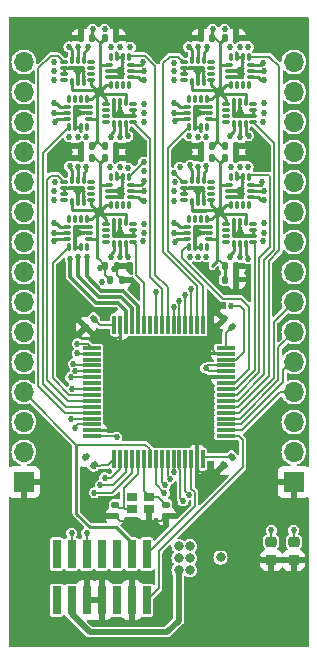
<source format=gbr>
%TF.GenerationSoftware,KiCad,Pcbnew,8.0.3-8.0.3-0~ubuntu22.04.1*%
%TF.CreationDate,2024-07-27T12:22:20+09:00*%
%TF.ProjectId,IMUModule_STM32,494d554d-6f64-4756-9c65-5f53544d3332,rev?*%
%TF.SameCoordinates,Original*%
%TF.FileFunction,Copper,L1,Top*%
%TF.FilePolarity,Positive*%
%FSLAX46Y46*%
G04 Gerber Fmt 4.6, Leading zero omitted, Abs format (unit mm)*
G04 Created by KiCad (PCBNEW 8.0.3-8.0.3-0~ubuntu22.04.1) date 2024-07-27 12:22:20*
%MOMM*%
%LPD*%
G01*
G04 APERTURE LIST*
G04 Aperture macros list*
%AMRoundRect*
0 Rectangle with rounded corners*
0 $1 Rounding radius*
0 $2 $3 $4 $5 $6 $7 $8 $9 X,Y pos of 4 corners*
0 Add a 4 corners polygon primitive as box body*
4,1,4,$2,$3,$4,$5,$6,$7,$8,$9,$2,$3,0*
0 Add four circle primitives for the rounded corners*
1,1,$1+$1,$2,$3*
1,1,$1+$1,$4,$5*
1,1,$1+$1,$6,$7*
1,1,$1+$1,$8,$9*
0 Add four rect primitives between the rounded corners*
20,1,$1+$1,$2,$3,$4,$5,0*
20,1,$1+$1,$4,$5,$6,$7,0*
20,1,$1+$1,$6,$7,$8,$9,0*
20,1,$1+$1,$8,$9,$2,$3,0*%
G04 Aperture macros list end*
%TA.AperFunction,SMDPad,CuDef*%
%ADD10RoundRect,0.087500X-0.225000X-0.087500X0.225000X-0.087500X0.225000X0.087500X-0.225000X0.087500X0*%
%TD*%
%TA.AperFunction,SMDPad,CuDef*%
%ADD11RoundRect,0.087500X-0.087500X-0.225000X0.087500X-0.225000X0.087500X0.225000X-0.087500X0.225000X0*%
%TD*%
%TA.AperFunction,SMDPad,CuDef*%
%ADD12RoundRect,0.140000X-0.140000X-0.170000X0.140000X-0.170000X0.140000X0.170000X-0.140000X0.170000X0*%
%TD*%
%TA.AperFunction,SMDPad,CuDef*%
%ADD13RoundRect,0.140000X0.140000X0.170000X-0.140000X0.170000X-0.140000X-0.170000X0.140000X-0.170000X0*%
%TD*%
%TA.AperFunction,SMDPad,CuDef*%
%ADD14R,0.900000X0.800000*%
%TD*%
%TA.AperFunction,SMDPad,CuDef*%
%ADD15RoundRect,0.140000X-0.170000X0.140000X-0.170000X-0.140000X0.170000X-0.140000X0.170000X0.140000X0*%
%TD*%
%TA.AperFunction,SMDPad,CuDef*%
%ADD16RoundRect,0.218750X0.256250X-0.218750X0.256250X0.218750X-0.256250X0.218750X-0.256250X-0.218750X0*%
%TD*%
%TA.AperFunction,SMDPad,CuDef*%
%ADD17R,0.740000X2.400000*%
%TD*%
%TA.AperFunction,SMDPad,CuDef*%
%ADD18RoundRect,0.087500X-0.087500X0.225000X-0.087500X-0.225000X0.087500X-0.225000X0.087500X0.225000X0*%
%TD*%
%TA.AperFunction,SMDPad,CuDef*%
%ADD19RoundRect,0.087500X-0.225000X0.087500X-0.225000X-0.087500X0.225000X-0.087500X0.225000X0.087500X0*%
%TD*%
%TA.AperFunction,SMDPad,CuDef*%
%ADD20RoundRect,0.075000X0.075000X-0.700000X0.075000X0.700000X-0.075000X0.700000X-0.075000X-0.700000X0*%
%TD*%
%TA.AperFunction,SMDPad,CuDef*%
%ADD21RoundRect,0.075000X0.700000X-0.075000X0.700000X0.075000X-0.700000X0.075000X-0.700000X-0.075000X0*%
%TD*%
%TA.AperFunction,SMDPad,CuDef*%
%ADD22RoundRect,0.087500X0.087500X-0.225000X0.087500X0.225000X-0.087500X0.225000X-0.087500X-0.225000X0*%
%TD*%
%TA.AperFunction,SMDPad,CuDef*%
%ADD23RoundRect,0.087500X0.225000X-0.087500X0.225000X0.087500X-0.225000X0.087500X-0.225000X-0.087500X0*%
%TD*%
%TA.AperFunction,SMDPad,CuDef*%
%ADD24RoundRect,0.087500X0.225000X0.087500X-0.225000X0.087500X-0.225000X-0.087500X0.225000X-0.087500X0*%
%TD*%
%TA.AperFunction,SMDPad,CuDef*%
%ADD25RoundRect,0.087500X0.087500X0.225000X-0.087500X0.225000X-0.087500X-0.225000X0.087500X-0.225000X0*%
%TD*%
%TA.AperFunction,SMDPad,CuDef*%
%ADD26RoundRect,0.140000X0.170000X-0.140000X0.170000X0.140000X-0.170000X0.140000X-0.170000X-0.140000X0*%
%TD*%
%TA.AperFunction,SMDPad,CuDef*%
%ADD27RoundRect,0.140000X-0.219203X-0.021213X-0.021213X-0.219203X0.219203X0.021213X0.021213X0.219203X0*%
%TD*%
%TA.AperFunction,SMDPad,CuDef*%
%ADD28RoundRect,0.140000X0.021213X-0.219203X0.219203X-0.021213X-0.021213X0.219203X-0.219203X0.021213X0*%
%TD*%
%TA.AperFunction,ComponentPad*%
%ADD29R,1.700000X1.700000*%
%TD*%
%TA.AperFunction,ComponentPad*%
%ADD30O,1.700000X1.700000*%
%TD*%
%TA.AperFunction,ViaPad*%
%ADD31C,0.800000*%
%TD*%
%TA.AperFunction,ViaPad*%
%ADD32C,0.520000*%
%TD*%
%TA.AperFunction,ViaPad*%
%ADD33C,0.620000*%
%TD*%
%TA.AperFunction,Conductor*%
%ADD34C,0.250000*%
%TD*%
%TA.AperFunction,Conductor*%
%ADD35C,0.200000*%
%TD*%
%TA.AperFunction,Conductor*%
%ADD36C,0.500000*%
%TD*%
%TA.AperFunction,Conductor*%
%ADD37C,0.300000*%
%TD*%
G04 APERTURE END LIST*
D10*
%TO.P,U5,1,SDO/SA0*%
%TO.N,/IMUs/SPI_MISO5*%
X14839500Y-13982000D03*
%TO.P,U5,2,SDX*%
%TO.N,GNDD*%
X14839500Y-14482000D03*
%TO.P,U5,3,SCX*%
X14839500Y-14982000D03*
%TO.P,U5,4,INT1*%
%TO.N,unconnected-(U5-INT1-Pad4)*%
X14839500Y-15482000D03*
D11*
%TO.P,U5,5,VDDIO*%
%TO.N,+3.3V*%
X15502000Y-15644500D03*
%TO.P,U5,6,GND*%
%TO.N,GNDD*%
X16002000Y-15644500D03*
%TO.P,U5,7,GND*%
X16502000Y-15644500D03*
D10*
%TO.P,U5,8,VDD*%
%TO.N,+3.3V*%
X17164500Y-15482000D03*
%TO.P,U5,9,INT2*%
%TO.N,unconnected-(U5-INT2-Pad9)*%
X17164500Y-14982000D03*
%TO.P,U5,10,OCS_Aux*%
%TO.N,unconnected-(U5-OCS_Aux-Pad10)*%
X17164500Y-14482000D03*
%TO.P,U5,11,SDO_Aux*%
%TO.N,unconnected-(U5-SDO_Aux-Pad11)*%
X17164500Y-13982000D03*
D11*
%TO.P,U5,12,CS*%
%TO.N,/IMUs/SPI_CS*%
X16502000Y-13819500D03*
%TO.P,U5,13,SCL*%
%TO.N,/IMUs/SPI_CLK*%
X16002000Y-13819500D03*
%TO.P,U5,14,SDA*%
%TO.N,/IMUs/SPI_MOSI*%
X15502000Y-13819500D03*
%TD*%
D12*
%TO.P,C24,1*%
%TO.N,GNDD*%
X6124000Y-11938000D03*
%TO.P,C24,2*%
%TO.N,+3.3V*%
X7084000Y-11938000D03*
%TD*%
D13*
%TO.P,C26,1*%
%TO.N,GNDD*%
X9116000Y-11938000D03*
%TO.P,C26,2*%
%TO.N,+3.3V*%
X8156000Y-11938000D03*
%TD*%
D14*
%TO.P,Y1,1,1*%
%TO.N,Net-(U33-PF0)*%
X10476000Y-41698000D03*
%TO.P,Y1,2,2*%
%TO.N,GNDD*%
X11876000Y-41698000D03*
%TO.P,Y1,3,3*%
%TO.N,Net-(U33-PF1)*%
X11876000Y-40598000D03*
%TO.P,Y1,4,4*%
%TO.N,GNDD*%
X10476000Y-40598000D03*
%TD*%
D10*
%TO.P,U13,1,SDO/SA0*%
%TO.N,/IMUs/SPI_MISO13*%
X4679500Y-3822000D03*
%TO.P,U13,2,SDX*%
%TO.N,GNDD*%
X4679500Y-4322000D03*
%TO.P,U13,3,SCX*%
X4679500Y-4822000D03*
%TO.P,U13,4,INT1*%
%TO.N,unconnected-(U13-INT1-Pad4)*%
X4679500Y-5322000D03*
D11*
%TO.P,U13,5,VDDIO*%
%TO.N,+3.3V*%
X5342000Y-5484500D03*
%TO.P,U13,6,GND*%
%TO.N,GNDD*%
X5842000Y-5484500D03*
%TO.P,U13,7,GND*%
X6342000Y-5484500D03*
D10*
%TO.P,U13,8,VDD*%
%TO.N,+3.3V*%
X7004500Y-5322000D03*
%TO.P,U13,9,INT2*%
%TO.N,unconnected-(U13-INT2-Pad9)*%
X7004500Y-4822000D03*
%TO.P,U13,10,OCS_Aux*%
%TO.N,unconnected-(U13-OCS_Aux-Pad10)*%
X7004500Y-4322000D03*
%TO.P,U13,11,SDO_Aux*%
%TO.N,unconnected-(U13-SDO_Aux-Pad11)*%
X7004500Y-3822000D03*
D11*
%TO.P,U13,12,CS*%
%TO.N,/IMUs/SPI_CS*%
X6342000Y-3659500D03*
%TO.P,U13,13,SCL*%
%TO.N,/IMUs/SPI_CLK*%
X5842000Y-3659500D03*
%TO.P,U13,14,SDA*%
%TO.N,/IMUs/SPI_MOSI*%
X5342000Y-3659500D03*
%TD*%
D10*
%TO.P,U1,1,SDO/SA0*%
%TO.N,/IMUs/SPI_MISO1*%
X14839500Y-3822000D03*
%TO.P,U1,2,SDX*%
%TO.N,GNDD*%
X14839500Y-4322000D03*
%TO.P,U1,3,SCX*%
X14839500Y-4822000D03*
%TO.P,U1,4,INT1*%
%TO.N,unconnected-(U1-INT1-Pad4)*%
X14839500Y-5322000D03*
D11*
%TO.P,U1,5,VDDIO*%
%TO.N,+3.3V*%
X15502000Y-5484500D03*
%TO.P,U1,6,GND*%
%TO.N,GNDD*%
X16002000Y-5484500D03*
%TO.P,U1,7,GND*%
X16502000Y-5484500D03*
D10*
%TO.P,U1,8,VDD*%
%TO.N,+3.3V*%
X17164500Y-5322000D03*
%TO.P,U1,9,INT2*%
%TO.N,unconnected-(U1-INT2-Pad9)*%
X17164500Y-4822000D03*
%TO.P,U1,10,OCS_Aux*%
%TO.N,unconnected-(U1-OCS_Aux-Pad10)*%
X17164500Y-4322000D03*
%TO.P,U1,11,SDO_Aux*%
%TO.N,unconnected-(U1-SDO_Aux-Pad11)*%
X17164500Y-3822000D03*
D11*
%TO.P,U1,12,CS*%
%TO.N,/IMUs/SPI_CS*%
X16502000Y-3659500D03*
%TO.P,U1,13,SCL*%
%TO.N,/IMUs/SPI_CLK*%
X16002000Y-3659500D03*
%TO.P,U1,14,SDA*%
%TO.N,/IMUs/SPI_MOSI*%
X15502000Y-3659500D03*
%TD*%
D12*
%TO.P,C29,1*%
%TO.N,GNDD*%
X6124000Y-10922000D03*
%TO.P,C29,2*%
%TO.N,+3.3V*%
X7084000Y-10922000D03*
%TD*%
D15*
%TO.P,C1,1*%
%TO.N,Net-(U33-PF0)*%
X9017000Y-41303000D03*
%TO.P,C1,2*%
%TO.N,GNDD*%
X9017000Y-42263000D03*
%TD*%
D16*
%TO.P,D3,1,K*%
%TO.N,GNDD*%
X22225000Y-45999500D03*
%TO.P,D3,2,A*%
%TO.N,Net-(D3-A)*%
X22225000Y-44424500D03*
%TD*%
D13*
%TO.P,C31,1*%
%TO.N,GNDD*%
X9116000Y-10922000D03*
%TO.P,C31,2*%
%TO.N,+3.3V*%
X8156000Y-10922000D03*
%TD*%
D17*
%TO.P,J1,1,Pin_1*%
%TO.N,unconnected-(J1-Pin_1-Pad1)*%
X4064000Y-49366000D03*
%TO.P,J1,2,Pin_2*%
%TO.N,unconnected-(J1-Pin_2-Pad2)*%
X4064000Y-45466000D03*
%TO.P,J1,3,Pin_3*%
%TO.N,+3.3V*%
X5334000Y-49366000D03*
%TO.P,J1,4,Pin_4*%
%TO.N,/MCU/T_SWDIO*%
X5334000Y-45466000D03*
%TO.P,J1,5,Pin_5*%
%TO.N,GNDD*%
X6604000Y-49366000D03*
%TO.P,J1,6,Pin_6*%
%TO.N,/MCU/T_SWCLK*%
X6604000Y-45466000D03*
%TO.P,J1,7,Pin_7*%
%TO.N,GNDD*%
X7874000Y-49366000D03*
%TO.P,J1,8,Pin_8*%
%TO.N,unconnected-(J1-Pin_8-Pad8)*%
X7874000Y-45466000D03*
%TO.P,J1,9,Pin_9*%
%TO.N,unconnected-(J1-Pin_9-Pad9)*%
X9144000Y-49366000D03*
%TO.P,J1,10,Pin_10*%
%TO.N,unconnected-(J1-Pin_10-Pad10)*%
X9144000Y-45466000D03*
%TO.P,J1,11,Pin_11*%
%TO.N,GNDD*%
X10414000Y-49366000D03*
%TO.P,J1,12,Pin_12*%
%TO.N,/MCU/T_NRST*%
X10414000Y-45466000D03*
%TO.P,J1,13,Pin_13*%
%TO.N,/MCU/T_VCP_RX*%
X11684000Y-49366000D03*
%TO.P,J1,14,Pin_14*%
%TO.N,/MCU/T_VCP_TX*%
X11684000Y-45466000D03*
%TD*%
D13*
%TO.P,C21,1*%
%TO.N,GNDD*%
X19276000Y-22225000D03*
%TO.P,C21,2*%
%TO.N,+3.3V*%
X18316000Y-22225000D03*
%TD*%
D18*
%TO.P,U2,1,SDO/SA0*%
%TO.N,/IMUs/SPI_MISO2*%
X20308000Y-3409500D03*
%TO.P,U2,2,SDX*%
%TO.N,GNDD*%
X19808000Y-3409500D03*
%TO.P,U2,3,SCX*%
X19308000Y-3409500D03*
%TO.P,U2,4,INT1*%
%TO.N,unconnected-(U2-INT1-Pad4)*%
X18808000Y-3409500D03*
D19*
%TO.P,U2,5,VDDIO*%
%TO.N,+3.3V*%
X18645500Y-4072000D03*
%TO.P,U2,6,GND*%
%TO.N,GNDD*%
X18645500Y-4572000D03*
%TO.P,U2,7,GND*%
X18645500Y-5072000D03*
D18*
%TO.P,U2,8,VDD*%
%TO.N,+3.3V*%
X18808000Y-5734500D03*
%TO.P,U2,9,INT2*%
%TO.N,unconnected-(U2-INT2-Pad9)*%
X19308000Y-5734500D03*
%TO.P,U2,10,OCS_Aux*%
%TO.N,unconnected-(U2-OCS_Aux-Pad10)*%
X19808000Y-5734500D03*
%TO.P,U2,11,SDO_Aux*%
%TO.N,unconnected-(U2-SDO_Aux-Pad11)*%
X20308000Y-5734500D03*
D19*
%TO.P,U2,12,CS*%
%TO.N,/IMUs/SPI_CS*%
X20470500Y-5072000D03*
%TO.P,U2,13,SCL*%
%TO.N,/IMUs/SPI_CLK*%
X20470500Y-4572000D03*
%TO.P,U2,14,SDA*%
%TO.N,/IMUs/SPI_MOSI*%
X20470500Y-4072000D03*
%TD*%
D12*
%TO.P,C28,1*%
%TO.N,GNDD*%
X6124000Y-1778000D03*
%TO.P,C28,2*%
%TO.N,+3.3V*%
X7084000Y-1778000D03*
%TD*%
%TO.P,C19,1*%
%TO.N,GNDD*%
X16284000Y-10922000D03*
%TO.P,C19,2*%
%TO.N,+3.3V*%
X17244000Y-10922000D03*
%TD*%
D20*
%TO.P,U33,1,VBAT*%
%TO.N,+3.3V*%
X8950000Y-37425000D03*
%TO.P,U33,2,PC13*%
%TO.N,/IMUs/SPI_MISO26*%
X9450000Y-37425000D03*
%TO.P,U33,3,PC14*%
%TO.N,/IMUs/SPI_MISO31*%
X9950000Y-37425000D03*
%TO.P,U33,4,PC15*%
%TO.N,/IMUs/SPI_MISO30*%
X10450000Y-37425000D03*
%TO.P,U33,5,PF0*%
%TO.N,Net-(U33-PF0)*%
X10950000Y-37425000D03*
%TO.P,U33,6,PF1*%
%TO.N,Net-(U33-PF1)*%
X11450000Y-37425000D03*
%TO.P,U33,7,PG10*%
%TO.N,/MCU/T_NRST*%
X11950000Y-37425000D03*
%TO.P,U33,8,PC0*%
%TO.N,/IMUs/SPI_MISO17*%
X12450000Y-37425000D03*
%TO.P,U33,9,PC1*%
%TO.N,/IMUs/SPI_MISO20*%
X12950000Y-37425000D03*
%TO.P,U33,10,PC2*%
%TO.N,/IMUs/SPI_MISO21*%
X13450000Y-37425000D03*
%TO.P,U33,11,PC3*%
%TO.N,/IMUs/SPI_MISO24*%
X13950000Y-37425000D03*
%TO.P,U33,12,PA0*%
%TO.N,Net-(U33-PA0)*%
X14450000Y-37425000D03*
%TO.P,U33,13,PA1*%
%TO.N,Net-(U33-PA1)*%
X14950000Y-37425000D03*
%TO.P,U33,14,PA2*%
%TO.N,/MCU/T_VCP_TX*%
X15450000Y-37425000D03*
%TO.P,U33,15,VSS*%
%TO.N,GNDD*%
X15950000Y-37425000D03*
%TO.P,U33,16,VDD*%
%TO.N,+3.3V*%
X16450000Y-37425000D03*
D21*
%TO.P,U33,17,PA3*%
%TO.N,/MCU/T_VCP_RX*%
X18375000Y-35500000D03*
%TO.P,U33,18,PA4*%
%TO.N,/MCU/MSPI_CS*%
X18375000Y-35000000D03*
%TO.P,U33,19,PA5*%
%TO.N,/MCU/MSPI_CLK*%
X18375000Y-34500000D03*
%TO.P,U33,20,PA6*%
%TO.N,/MCU/MSPI_MISO*%
X18375000Y-34000000D03*
%TO.P,U33,21,PA7*%
%TO.N,/MCU/MSPI_MOSI*%
X18375000Y-33500000D03*
%TO.P,U33,22,PC4*%
%TO.N,/IMUs/SPI_MISO2*%
X18375000Y-33000000D03*
%TO.P,U33,23,PC5*%
%TO.N,/IMUs/SPI_MISO3*%
X18375000Y-32500000D03*
%TO.P,U33,24,PB0*%
%TO.N,/IMUs/SPI_MISO6*%
X18375000Y-32000000D03*
%TO.P,U33,25,PB1*%
%TO.N,/IMUs/SPI_MISO7*%
X18375000Y-31500000D03*
%TO.P,U33,26,PB2*%
%TO.N,/IMUs/SPI_MISO8*%
X18375000Y-31000000D03*
%TO.P,U33,27,VSSA*%
%TO.N,GNDD*%
X18375000Y-30500000D03*
%TO.P,U33,28,VREF+*%
%TO.N,+3.3V*%
X18375000Y-30000000D03*
%TO.P,U33,29,VDDA*%
X18375000Y-29500000D03*
%TO.P,U33,30,PB10*%
%TO.N,/IMUs/SPI_MISO5*%
X18375000Y-29000000D03*
%TO.P,U33,31,VSS*%
%TO.N,GNDD*%
X18375000Y-28500000D03*
%TO.P,U33,32,VDD*%
%TO.N,+3.3V*%
X18375000Y-28000000D03*
D20*
%TO.P,U33,33,PB11*%
%TO.N,/IMUs/SPI_MISO4*%
X16450000Y-26075000D03*
%TO.P,U33,34,PB12*%
%TO.N,/IMUs/SPI_MISO1*%
X15950000Y-26075000D03*
%TO.P,U33,35,PB13*%
%TO.N,/IMUs/SPI_MISO23*%
X15450000Y-26075000D03*
%TO.P,U33,36,PB14*%
%TO.N,/IMUs/SPI_MISO22*%
X14950000Y-26075000D03*
%TO.P,U33,37,PB15*%
%TO.N,/IMUs/SPI_MISO19*%
X14450000Y-26075000D03*
%TO.P,U33,38,PC6*%
%TO.N,/IMUs/SPI_MISO18*%
X13950000Y-26075000D03*
%TO.P,U33,39,PC7*%
%TO.N,/IMUs/SPI_MISO14*%
X13450000Y-26075000D03*
%TO.P,U33,40,PC8*%
%TO.N,/IMUs/SPI_MISO15*%
X12950000Y-26075000D03*
%TO.P,U33,41,PC9*%
%TO.N,/IMUs/SPI_MISO10*%
X12450000Y-26075000D03*
%TO.P,U33,42,PA8*%
%TO.N,unconnected-(U33-PA8-Pad42)*%
X11950000Y-26075000D03*
%TO.P,U33,43,PA9*%
%TO.N,/IMUs/SPI_MISO11*%
X11450000Y-26075000D03*
%TO.P,U33,44,PA10*%
%TO.N,/IMUs/SPI_CS*%
X10950000Y-26075000D03*
%TO.P,U33,45,PA11*%
%TO.N,/IMUs/SPI_CLK*%
X10450000Y-26075000D03*
%TO.P,U33,46,PA12*%
%TO.N,/IMUs/SPI_MOSI*%
X9950000Y-26075000D03*
%TO.P,U33,47,VSS*%
%TO.N,GNDD*%
X9450000Y-26075000D03*
%TO.P,U33,48,VDD*%
%TO.N,+3.3V*%
X8950000Y-26075000D03*
D21*
%TO.P,U33,49,PA13*%
%TO.N,/MCU/T_SWDIO*%
X7025000Y-28000000D03*
%TO.P,U33,50,PA14*%
%TO.N,/MCU/T_SWCLK*%
X7025000Y-28500000D03*
%TO.P,U33,51,PA15*%
%TO.N,unconnected-(U33-PA15-Pad51)*%
X7025000Y-29000000D03*
%TO.P,U33,52,PC10*%
%TO.N,/IMUs/SPI_MISO29*%
X7025000Y-29500000D03*
%TO.P,U33,53,PC11*%
%TO.N,/IMUs/SPI_MISO32*%
X7025000Y-30000000D03*
%TO.P,U33,54,PC12*%
%TO.N,/IMUs/SPI_MISO25*%
X7025000Y-30500000D03*
%TO.P,U33,55,PD2*%
%TO.N,unconnected-(U33-PD2-Pad55)*%
X7025000Y-31000000D03*
%TO.P,U33,56,PB3*%
%TO.N,/IMUs/SPI_MISO28*%
X7025000Y-31500000D03*
%TO.P,U33,57,PB4*%
%TO.N,/IMUs/SPI_MISO12*%
X7025000Y-32000000D03*
%TO.P,U33,58,PB5*%
%TO.N,/IMUs/SPI_MISO9*%
X7025000Y-32500000D03*
%TO.P,U33,59,PB6*%
%TO.N,/IMUs/SPI_MISO16*%
X7025000Y-33000000D03*
%TO.P,U33,60,PB7*%
%TO.N,/IMUs/SPI_MISO13*%
X7025000Y-33500000D03*
%TO.P,U33,61,PB8*%
%TO.N,Net-(U33-PB8)*%
X7025000Y-34000000D03*
%TO.P,U33,62,PB9*%
%TO.N,/IMUs/SPI_MISO27*%
X7025000Y-34500000D03*
%TO.P,U33,63,VSS*%
%TO.N,GNDD*%
X7025000Y-35000000D03*
%TO.P,U33,64,VDD*%
%TO.N,+3.3V*%
X7025000Y-35500000D03*
%TD*%
D22*
%TO.P,U4,1,SDO/SA0*%
%TO.N,/IMUs/SPI_MISO4*%
X15252000Y-9290500D03*
%TO.P,U4,2,SDX*%
%TO.N,GNDD*%
X15752000Y-9290500D03*
%TO.P,U4,3,SCX*%
X16252000Y-9290500D03*
%TO.P,U4,4,INT1*%
%TO.N,unconnected-(U4-INT1-Pad4)*%
X16752000Y-9290500D03*
D23*
%TO.P,U4,5,VDDIO*%
%TO.N,+3.3V*%
X16914500Y-8628000D03*
%TO.P,U4,6,GND*%
%TO.N,GNDD*%
X16914500Y-8128000D03*
%TO.P,U4,7,GND*%
X16914500Y-7628000D03*
D22*
%TO.P,U4,8,VDD*%
%TO.N,+3.3V*%
X16752000Y-6965500D03*
%TO.P,U4,9,INT2*%
%TO.N,unconnected-(U4-INT2-Pad9)*%
X16252000Y-6965500D03*
%TO.P,U4,10,OCS_Aux*%
%TO.N,unconnected-(U4-OCS_Aux-Pad10)*%
X15752000Y-6965500D03*
%TO.P,U4,11,SDO_Aux*%
%TO.N,unconnected-(U4-SDO_Aux-Pad11)*%
X15252000Y-6965500D03*
D23*
%TO.P,U4,12,CS*%
%TO.N,/IMUs/SPI_CS*%
X15089500Y-7628000D03*
%TO.P,U4,13,SCL*%
%TO.N,/IMUs/SPI_CLK*%
X15089500Y-8128000D03*
%TO.P,U4,14,SDA*%
%TO.N,/IMUs/SPI_MOSI*%
X15089500Y-8628000D03*
%TD*%
D18*
%TO.P,U12,1,SDO/SA0*%
%TO.N,/IMUs/SPI_MISO10*%
X10148000Y-13569500D03*
%TO.P,U12,2,SDX*%
%TO.N,GNDD*%
X9648000Y-13569500D03*
%TO.P,U12,3,SCX*%
X9148000Y-13569500D03*
%TO.P,U12,4,INT1*%
%TO.N,unconnected-(U12-INT1-Pad4)*%
X8648000Y-13569500D03*
D19*
%TO.P,U12,5,VDDIO*%
%TO.N,+3.3V*%
X8485500Y-14232000D03*
%TO.P,U12,6,GND*%
%TO.N,GNDD*%
X8485500Y-14732000D03*
%TO.P,U12,7,GND*%
X8485500Y-15232000D03*
D18*
%TO.P,U12,8,VDD*%
%TO.N,+3.3V*%
X8648000Y-15894500D03*
%TO.P,U12,9,INT2*%
%TO.N,unconnected-(U12-INT2-Pad9)*%
X9148000Y-15894500D03*
%TO.P,U12,10,OCS_Aux*%
%TO.N,unconnected-(U12-OCS_Aux-Pad10)*%
X9648000Y-15894500D03*
%TO.P,U12,11,SDO_Aux*%
%TO.N,unconnected-(U12-SDO_Aux-Pad11)*%
X10148000Y-15894500D03*
D19*
%TO.P,U12,12,CS*%
%TO.N,/IMUs/SPI_CS*%
X10310500Y-15232000D03*
%TO.P,U12,13,SCL*%
%TO.N,/IMUs/SPI_CLK*%
X10310500Y-14732000D03*
%TO.P,U12,14,SDA*%
%TO.N,/IMUs/SPI_MOSI*%
X10310500Y-14232000D03*
%TD*%
D22*
%TO.P,U14,1,SDO/SA0*%
%TO.N,/IMUs/SPI_MISO16*%
X5092000Y-9290500D03*
%TO.P,U14,2,SDX*%
%TO.N,GNDD*%
X5592000Y-9290500D03*
%TO.P,U14,3,SCX*%
X6092000Y-9290500D03*
%TO.P,U14,4,INT1*%
%TO.N,unconnected-(U14-INT1-Pad4)*%
X6592000Y-9290500D03*
D23*
%TO.P,U14,5,VDDIO*%
%TO.N,+3.3V*%
X6754500Y-8628000D03*
%TO.P,U14,6,GND*%
%TO.N,GNDD*%
X6754500Y-8128000D03*
%TO.P,U14,7,GND*%
X6754500Y-7628000D03*
D22*
%TO.P,U14,8,VDD*%
%TO.N,+3.3V*%
X6592000Y-6965500D03*
%TO.P,U14,9,INT2*%
%TO.N,unconnected-(U14-INT2-Pad9)*%
X6092000Y-6965500D03*
%TO.P,U14,10,OCS_Aux*%
%TO.N,unconnected-(U14-OCS_Aux-Pad10)*%
X5592000Y-6965500D03*
%TO.P,U14,11,SDO_Aux*%
%TO.N,unconnected-(U14-SDO_Aux-Pad11)*%
X5092000Y-6965500D03*
D23*
%TO.P,U14,12,CS*%
%TO.N,/IMUs/SPI_CS*%
X4929500Y-7628000D03*
%TO.P,U14,13,SCL*%
%TO.N,/IMUs/SPI_CLK*%
X4929500Y-8128000D03*
%TO.P,U14,14,SDA*%
%TO.N,/IMUs/SPI_MOSI*%
X4929500Y-8628000D03*
%TD*%
D24*
%TO.P,U15,1,SDO/SA0*%
%TO.N,/IMUs/SPI_MISO15*%
X10560500Y-8878000D03*
%TO.P,U15,2,SDX*%
%TO.N,GNDD*%
X10560500Y-8378000D03*
%TO.P,U15,3,SCX*%
X10560500Y-7878000D03*
%TO.P,U15,4,INT1*%
%TO.N,unconnected-(U15-INT1-Pad4)*%
X10560500Y-7378000D03*
D25*
%TO.P,U15,5,VDDIO*%
%TO.N,+3.3V*%
X9898000Y-7215500D03*
%TO.P,U15,6,GND*%
%TO.N,GNDD*%
X9398000Y-7215500D03*
%TO.P,U15,7,GND*%
X8898000Y-7215500D03*
D24*
%TO.P,U15,8,VDD*%
%TO.N,+3.3V*%
X8235500Y-7378000D03*
%TO.P,U15,9,INT2*%
%TO.N,unconnected-(U15-INT2-Pad9)*%
X8235500Y-7878000D03*
%TO.P,U15,10,OCS_Aux*%
%TO.N,unconnected-(U15-OCS_Aux-Pad10)*%
X8235500Y-8378000D03*
%TO.P,U15,11,SDO_Aux*%
%TO.N,unconnected-(U15-SDO_Aux-Pad11)*%
X8235500Y-8878000D03*
D25*
%TO.P,U15,12,CS*%
%TO.N,/IMUs/SPI_CS*%
X8898000Y-9040500D03*
%TO.P,U15,13,SCL*%
%TO.N,/IMUs/SPI_CLK*%
X9398000Y-9040500D03*
%TO.P,U15,14,SDA*%
%TO.N,/IMUs/SPI_MOSI*%
X9898000Y-9040500D03*
%TD*%
D13*
%TO.P,C23,1*%
%TO.N,GNDD*%
X19276000Y-21082000D03*
%TO.P,C23,2*%
%TO.N,+3.3V*%
X18316000Y-21082000D03*
%TD*%
%TO.P,C15,1*%
%TO.N,GNDD*%
X19276000Y-10922000D03*
%TO.P,C15,2*%
%TO.N,+3.3V*%
X18316000Y-10922000D03*
%TD*%
D10*
%TO.P,U9,1,SDO/SA0*%
%TO.N,/IMUs/SPI_MISO9*%
X4679500Y-13982000D03*
%TO.P,U9,2,SDX*%
%TO.N,GNDD*%
X4679500Y-14482000D03*
%TO.P,U9,3,SCX*%
X4679500Y-14982000D03*
%TO.P,U9,4,INT1*%
%TO.N,unconnected-(U9-INT1-Pad4)*%
X4679500Y-15482000D03*
D11*
%TO.P,U9,5,VDDIO*%
%TO.N,+3.3V*%
X5342000Y-15644500D03*
%TO.P,U9,6,GND*%
%TO.N,GNDD*%
X5842000Y-15644500D03*
%TO.P,U9,7,GND*%
X6342000Y-15644500D03*
D10*
%TO.P,U9,8,VDD*%
%TO.N,+3.3V*%
X7004500Y-15482000D03*
%TO.P,U9,9,INT2*%
%TO.N,unconnected-(U9-INT2-Pad9)*%
X7004500Y-14982000D03*
%TO.P,U9,10,OCS_Aux*%
%TO.N,unconnected-(U9-OCS_Aux-Pad10)*%
X7004500Y-14482000D03*
%TO.P,U9,11,SDO_Aux*%
%TO.N,unconnected-(U9-SDO_Aux-Pad11)*%
X7004500Y-13982000D03*
D11*
%TO.P,U9,12,CS*%
%TO.N,/IMUs/SPI_CS*%
X6342000Y-13819500D03*
%TO.P,U9,13,SCL*%
%TO.N,/IMUs/SPI_CLK*%
X5842000Y-13819500D03*
%TO.P,U9,14,SDA*%
%TO.N,/IMUs/SPI_MOSI*%
X5342000Y-13819500D03*
%TD*%
D12*
%TO.P,C20,1*%
%TO.N,GNDD*%
X16284000Y-11938000D03*
%TO.P,C20,2*%
%TO.N,+3.3V*%
X17244000Y-11938000D03*
%TD*%
D22*
%TO.P,U10,1,SDO/SA0*%
%TO.N,/IMUs/SPI_MISO12*%
X5092000Y-19450500D03*
%TO.P,U10,2,SDX*%
%TO.N,GNDD*%
X5592000Y-19450500D03*
%TO.P,U10,3,SCX*%
X6092000Y-19450500D03*
%TO.P,U10,4,INT1*%
%TO.N,unconnected-(U10-INT1-Pad4)*%
X6592000Y-19450500D03*
D23*
%TO.P,U10,5,VDDIO*%
%TO.N,+3.3V*%
X6754500Y-18788000D03*
%TO.P,U10,6,GND*%
%TO.N,GNDD*%
X6754500Y-18288000D03*
%TO.P,U10,7,GND*%
X6754500Y-17788000D03*
D22*
%TO.P,U10,8,VDD*%
%TO.N,+3.3V*%
X6592000Y-17125500D03*
%TO.P,U10,9,INT2*%
%TO.N,unconnected-(U10-INT2-Pad9)*%
X6092000Y-17125500D03*
%TO.P,U10,10,OCS_Aux*%
%TO.N,unconnected-(U10-OCS_Aux-Pad10)*%
X5592000Y-17125500D03*
%TO.P,U10,11,SDO_Aux*%
%TO.N,unconnected-(U10-SDO_Aux-Pad11)*%
X5092000Y-17125500D03*
D23*
%TO.P,U10,12,CS*%
%TO.N,/IMUs/SPI_CS*%
X4929500Y-17788000D03*
%TO.P,U10,13,SCL*%
%TO.N,/IMUs/SPI_CLK*%
X4929500Y-18288000D03*
%TO.P,U10,14,SDA*%
%TO.N,/IMUs/SPI_MOSI*%
X4929500Y-18788000D03*
%TD*%
D24*
%TO.P,U11,1,SDO/SA0*%
%TO.N,/IMUs/SPI_MISO11*%
X10560500Y-19038000D03*
%TO.P,U11,2,SDX*%
%TO.N,GNDD*%
X10560500Y-18538000D03*
%TO.P,U11,3,SCX*%
X10560500Y-18038000D03*
%TO.P,U11,4,INT1*%
%TO.N,unconnected-(U11-INT1-Pad4)*%
X10560500Y-17538000D03*
D25*
%TO.P,U11,5,VDDIO*%
%TO.N,+3.3V*%
X9898000Y-17375500D03*
%TO.P,U11,6,GND*%
%TO.N,GNDD*%
X9398000Y-17375500D03*
%TO.P,U11,7,GND*%
X8898000Y-17375500D03*
D24*
%TO.P,U11,8,VDD*%
%TO.N,+3.3V*%
X8235500Y-17538000D03*
%TO.P,U11,9,INT2*%
%TO.N,unconnected-(U11-INT2-Pad9)*%
X8235500Y-18038000D03*
%TO.P,U11,10,OCS_Aux*%
%TO.N,unconnected-(U11-OCS_Aux-Pad10)*%
X8235500Y-18538000D03*
%TO.P,U11,11,SDO_Aux*%
%TO.N,unconnected-(U11-SDO_Aux-Pad11)*%
X8235500Y-19038000D03*
D25*
%TO.P,U11,12,CS*%
%TO.N,/IMUs/SPI_CS*%
X8898000Y-19200500D03*
%TO.P,U11,13,SCL*%
%TO.N,/IMUs/SPI_CLK*%
X9398000Y-19200500D03*
%TO.P,U11,14,SDA*%
%TO.N,/IMUs/SPI_MOSI*%
X9898000Y-19200500D03*
%TD*%
D12*
%TO.P,C14,1*%
%TO.N,GNDD*%
X16284000Y-1778000D03*
%TO.P,C14,2*%
%TO.N,+3.3V*%
X17244000Y-1778000D03*
%TD*%
D24*
%TO.P,U7,1,SDO/SA0*%
%TO.N,/IMUs/SPI_MISO7*%
X20720500Y-19038000D03*
%TO.P,U7,2,SDX*%
%TO.N,GNDD*%
X20720500Y-18538000D03*
%TO.P,U7,3,SCX*%
X20720500Y-18038000D03*
%TO.P,U7,4,INT1*%
%TO.N,unconnected-(U7-INT1-Pad4)*%
X20720500Y-17538000D03*
D25*
%TO.P,U7,5,VDDIO*%
%TO.N,+3.3V*%
X20058000Y-17375500D03*
%TO.P,U7,6,GND*%
%TO.N,GNDD*%
X19558000Y-17375500D03*
%TO.P,U7,7,GND*%
X19058000Y-17375500D03*
D24*
%TO.P,U7,8,VDD*%
%TO.N,+3.3V*%
X18395500Y-17538000D03*
%TO.P,U7,9,INT2*%
%TO.N,unconnected-(U7-INT2-Pad9)*%
X18395500Y-18038000D03*
%TO.P,U7,10,OCS_Aux*%
%TO.N,unconnected-(U7-OCS_Aux-Pad10)*%
X18395500Y-18538000D03*
%TO.P,U7,11,SDO_Aux*%
%TO.N,unconnected-(U7-SDO_Aux-Pad11)*%
X18395500Y-19038000D03*
D25*
%TO.P,U7,12,CS*%
%TO.N,/IMUs/SPI_CS*%
X19058000Y-19200500D03*
%TO.P,U7,13,SCL*%
%TO.N,/IMUs/SPI_CLK*%
X19558000Y-19200500D03*
%TO.P,U7,14,SDA*%
%TO.N,/IMUs/SPI_MOSI*%
X20058000Y-19200500D03*
%TD*%
D13*
%TO.P,C22,1*%
%TO.N,GNDD*%
X19276000Y-11938000D03*
%TO.P,C22,2*%
%TO.N,+3.3V*%
X18316000Y-11938000D03*
%TD*%
D26*
%TO.P,C2,1*%
%TO.N,GNDD*%
X13335000Y-42263000D03*
%TO.P,C2,2*%
%TO.N,Net-(U33-PF1)*%
X13335000Y-41303000D03*
%TD*%
D27*
%TO.P,C10,1*%
%TO.N,GNDD*%
X18202589Y-25568589D03*
%TO.P,C10,2*%
%TO.N,+3.3V*%
X18881411Y-26247411D03*
%TD*%
D16*
%TO.P,D2,1,K*%
%TO.N,GNDD*%
X24130000Y-45999500D03*
%TO.P,D2,2,A*%
%TO.N,Net-(D2-A)*%
X24130000Y-44424500D03*
%TD*%
D13*
%TO.P,C30,1*%
%TO.N,GNDD*%
X9116000Y-1778000D03*
%TO.P,C30,2*%
%TO.N,+3.3V*%
X8156000Y-1778000D03*
%TD*%
%TO.P,C27,1*%
%TO.N,GNDD*%
X9144000Y-21082000D03*
%TO.P,C27,2*%
%TO.N,+3.3V*%
X8184000Y-21082000D03*
%TD*%
D28*
%TO.P,C13,1*%
%TO.N,GNDD*%
X18202589Y-37931411D03*
%TO.P,C13,2*%
%TO.N,+3.3V*%
X18881411Y-37252589D03*
%TD*%
D13*
%TO.P,C25,1*%
%TO.N,GNDD*%
X9573200Y-22250400D03*
%TO.P,C25,2*%
%TO.N,+3.3V*%
X8613200Y-22250400D03*
%TD*%
D28*
%TO.P,C11,1*%
%TO.N,GNDD*%
X6518589Y-26247411D03*
%TO.P,C11,2*%
%TO.N,+3.3V*%
X7197411Y-25568589D03*
%TD*%
D18*
%TO.P,U16,1,SDO/SA0*%
%TO.N,/IMUs/SPI_MISO14*%
X10148000Y-3409500D03*
%TO.P,U16,2,SDX*%
%TO.N,GNDD*%
X9648000Y-3409500D03*
%TO.P,U16,3,SCX*%
X9148000Y-3409500D03*
%TO.P,U16,4,INT1*%
%TO.N,unconnected-(U16-INT1-Pad4)*%
X8648000Y-3409500D03*
D19*
%TO.P,U16,5,VDDIO*%
%TO.N,+3.3V*%
X8485500Y-4072000D03*
%TO.P,U16,6,GND*%
%TO.N,GNDD*%
X8485500Y-4572000D03*
%TO.P,U16,7,GND*%
X8485500Y-5072000D03*
D18*
%TO.P,U16,8,VDD*%
%TO.N,+3.3V*%
X8648000Y-5734500D03*
%TO.P,U16,9,INT2*%
%TO.N,unconnected-(U16-INT2-Pad9)*%
X9148000Y-5734500D03*
%TO.P,U16,10,OCS_Aux*%
%TO.N,unconnected-(U16-OCS_Aux-Pad10)*%
X9648000Y-5734500D03*
%TO.P,U16,11,SDO_Aux*%
%TO.N,unconnected-(U16-SDO_Aux-Pad11)*%
X10148000Y-5734500D03*
D19*
%TO.P,U16,12,CS*%
%TO.N,/IMUs/SPI_CS*%
X10310500Y-5072000D03*
%TO.P,U16,13,SCL*%
%TO.N,/IMUs/SPI_CLK*%
X10310500Y-4572000D03*
%TO.P,U16,14,SDA*%
%TO.N,/IMUs/SPI_MOSI*%
X10310500Y-4072000D03*
%TD*%
D27*
%TO.P,C9,1*%
%TO.N,GNDD*%
X6518589Y-37252589D03*
%TO.P,C9,2*%
%TO.N,+3.3V*%
X7197411Y-37931411D03*
%TD*%
D13*
%TO.P,C18,1*%
%TO.N,GNDD*%
X19276000Y-1778000D03*
%TO.P,C18,2*%
%TO.N,+3.3V*%
X18316000Y-1778000D03*
%TD*%
D22*
%TO.P,U6,1,SDO/SA0*%
%TO.N,/IMUs/SPI_MISO8*%
X15252000Y-19450500D03*
%TO.P,U6,2,SDX*%
%TO.N,GNDD*%
X15752000Y-19450500D03*
%TO.P,U6,3,SCX*%
X16252000Y-19450500D03*
%TO.P,U6,4,INT1*%
%TO.N,unconnected-(U6-INT1-Pad4)*%
X16752000Y-19450500D03*
D23*
%TO.P,U6,5,VDDIO*%
%TO.N,+3.3V*%
X16914500Y-18788000D03*
%TO.P,U6,6,GND*%
%TO.N,GNDD*%
X16914500Y-18288000D03*
%TO.P,U6,7,GND*%
X16914500Y-17788000D03*
D22*
%TO.P,U6,8,VDD*%
%TO.N,+3.3V*%
X16752000Y-17125500D03*
%TO.P,U6,9,INT2*%
%TO.N,unconnected-(U6-INT2-Pad9)*%
X16252000Y-17125500D03*
%TO.P,U6,10,OCS_Aux*%
%TO.N,unconnected-(U6-OCS_Aux-Pad10)*%
X15752000Y-17125500D03*
%TO.P,U6,11,SDO_Aux*%
%TO.N,unconnected-(U6-SDO_Aux-Pad11)*%
X15252000Y-17125500D03*
D23*
%TO.P,U6,12,CS*%
%TO.N,/IMUs/SPI_CS*%
X15089500Y-17788000D03*
%TO.P,U6,13,SCL*%
%TO.N,/IMUs/SPI_CLK*%
X15089500Y-18288000D03*
%TO.P,U6,14,SDA*%
%TO.N,/IMUs/SPI_MOSI*%
X15089500Y-18788000D03*
%TD*%
D18*
%TO.P,U8,1,SDO/SA0*%
%TO.N,/IMUs/SPI_MISO6*%
X20308000Y-13569500D03*
%TO.P,U8,2,SDX*%
%TO.N,GNDD*%
X19808000Y-13569500D03*
%TO.P,U8,3,SCX*%
X19308000Y-13569500D03*
%TO.P,U8,4,INT1*%
%TO.N,unconnected-(U8-INT1-Pad4)*%
X18808000Y-13569500D03*
D19*
%TO.P,U8,5,VDDIO*%
%TO.N,+3.3V*%
X18645500Y-14232000D03*
%TO.P,U8,6,GND*%
%TO.N,GNDD*%
X18645500Y-14732000D03*
%TO.P,U8,7,GND*%
X18645500Y-15232000D03*
D18*
%TO.P,U8,8,VDD*%
%TO.N,+3.3V*%
X18808000Y-15894500D03*
%TO.P,U8,9,INT2*%
%TO.N,unconnected-(U8-INT2-Pad9)*%
X19308000Y-15894500D03*
%TO.P,U8,10,OCS_Aux*%
%TO.N,unconnected-(U8-OCS_Aux-Pad10)*%
X19808000Y-15894500D03*
%TO.P,U8,11,SDO_Aux*%
%TO.N,unconnected-(U8-SDO_Aux-Pad11)*%
X20308000Y-15894500D03*
D19*
%TO.P,U8,12,CS*%
%TO.N,/IMUs/SPI_CS*%
X20470500Y-15232000D03*
%TO.P,U8,13,SCL*%
%TO.N,/IMUs/SPI_CLK*%
X20470500Y-14732000D03*
%TO.P,U8,14,SDA*%
%TO.N,/IMUs/SPI_MOSI*%
X20470500Y-14232000D03*
%TD*%
D24*
%TO.P,U3,1,SDO/SA0*%
%TO.N,/IMUs/SPI_MISO3*%
X20720500Y-8878000D03*
%TO.P,U3,2,SDX*%
%TO.N,GNDD*%
X20720500Y-8378000D03*
%TO.P,U3,3,SCX*%
X20720500Y-7878000D03*
%TO.P,U3,4,INT1*%
%TO.N,unconnected-(U3-INT1-Pad4)*%
X20720500Y-7378000D03*
D25*
%TO.P,U3,5,VDDIO*%
%TO.N,+3.3V*%
X20058000Y-7215500D03*
%TO.P,U3,6,GND*%
%TO.N,GNDD*%
X19558000Y-7215500D03*
%TO.P,U3,7,GND*%
X19058000Y-7215500D03*
D24*
%TO.P,U3,8,VDD*%
%TO.N,+3.3V*%
X18395500Y-7378000D03*
%TO.P,U3,9,INT2*%
%TO.N,unconnected-(U3-INT2-Pad9)*%
X18395500Y-7878000D03*
%TO.P,U3,10,OCS_Aux*%
%TO.N,unconnected-(U3-OCS_Aux-Pad10)*%
X18395500Y-8378000D03*
%TO.P,U3,11,SDO_Aux*%
%TO.N,unconnected-(U3-SDO_Aux-Pad11)*%
X18395500Y-8878000D03*
D25*
%TO.P,U3,12,CS*%
%TO.N,/IMUs/SPI_CS*%
X19058000Y-9040500D03*
%TO.P,U3,13,SCL*%
%TO.N,/IMUs/SPI_CLK*%
X19558000Y-9040500D03*
%TO.P,U3,14,SDA*%
%TO.N,/IMUs/SPI_MOSI*%
X20058000Y-9040500D03*
%TD*%
D29*
%TO.P,J3,1,Pin_1*%
%TO.N,GNDD*%
X1270000Y-39370000D03*
D30*
%TO.P,J3,2,Pin_2*%
%TO.N,unconnected-(J3-Pin_2-Pad2)*%
X1270000Y-36830000D03*
%TO.P,J3,3,Pin_3*%
%TO.N,unconnected-(J3-Pin_3-Pad3)*%
X1270000Y-34290000D03*
%TO.P,J3,4,Pin_4*%
%TO.N,/MCU/T_NRST*%
X1270000Y-31750000D03*
%TO.P,J3,5,Pin_5*%
%TO.N,/MCU/T_VCP_RX*%
X1270000Y-29210000D03*
%TO.P,J3,6,Pin_6*%
%TO.N,/MCU/T_VCP_TX*%
X1270000Y-26670000D03*
%TO.P,J3,7,Pin_7*%
%TO.N,/MCU/T_SWDIO*%
X1270000Y-24130000D03*
%TO.P,J3,8,Pin_8*%
%TO.N,/MCU/T_SWCLK*%
X1270000Y-21590000D03*
%TO.P,J3,9,Pin_9*%
%TO.N,unconnected-(J3-Pin_9-Pad9)*%
X1270000Y-19050000D03*
%TO.P,J3,10,Pin_10*%
%TO.N,unconnected-(J3-Pin_10-Pad10)*%
X1270000Y-16510000D03*
%TO.P,J3,11,Pin_11*%
%TO.N,unconnected-(J3-Pin_11-Pad11)*%
X1270000Y-13970000D03*
%TO.P,J3,12,Pin_12*%
%TO.N,unconnected-(J3-Pin_12-Pad12)*%
X1270000Y-11430000D03*
%TO.P,J3,13,Pin_13*%
%TO.N,unconnected-(J3-Pin_13-Pad13)*%
X1270000Y-8890000D03*
%TO.P,J3,14,Pin_14*%
%TO.N,unconnected-(J3-Pin_14-Pad14)*%
X1270000Y-6350000D03*
%TO.P,J3,15,Pin_15*%
%TO.N,unconnected-(J3-Pin_15-Pad15)*%
X1270000Y-3810000D03*
%TD*%
D29*
%TO.P,J4,1,Pin_1*%
%TO.N,GNDD*%
X24130000Y-39370000D03*
D30*
%TO.P,J4,2,Pin_2*%
%TO.N,+5V*%
X24130000Y-36830000D03*
%TO.P,J4,3,Pin_3*%
%TO.N,+3.3V*%
X24130000Y-34290000D03*
%TO.P,J4,4,Pin_4*%
%TO.N,/MCU/MSPI_CS*%
X24130000Y-31750000D03*
%TO.P,J4,5,Pin_5*%
%TO.N,/MCU/MSPI_CLK*%
X24130000Y-29210000D03*
%TO.P,J4,6,Pin_6*%
%TO.N,/MCU/MSPI_MISO*%
X24130000Y-26670000D03*
%TO.P,J4,7,Pin_7*%
%TO.N,/MCU/MSPI_MOSI*%
X24130000Y-24130000D03*
%TO.P,J4,8,Pin_8*%
%TO.N,unconnected-(J4-Pin_8-Pad8)*%
X24130000Y-21590000D03*
%TO.P,J4,9,Pin_9*%
%TO.N,unconnected-(J4-Pin_9-Pad9)*%
X24130000Y-19050000D03*
%TO.P,J4,10,Pin_10*%
%TO.N,unconnected-(J4-Pin_10-Pad10)*%
X24130000Y-16510000D03*
%TO.P,J4,11,Pin_11*%
%TO.N,unconnected-(J4-Pin_11-Pad11)*%
X24130000Y-13970000D03*
%TO.P,J4,12,Pin_12*%
%TO.N,unconnected-(J4-Pin_12-Pad12)*%
X24130000Y-11430000D03*
%TO.P,J4,13,Pin_13*%
%TO.N,unconnected-(J4-Pin_13-Pad13)*%
X24130000Y-8890000D03*
%TO.P,J4,14,Pin_14*%
%TO.N,unconnected-(J4-Pin_14-Pad14)*%
X24130000Y-6350000D03*
%TO.P,J4,15,Pin_15*%
%TO.N,unconnected-(J4-Pin_15-Pad15)*%
X24130000Y-3810000D03*
%TD*%
D31*
%TO.N,GNDD*%
X8890000Y-27940000D03*
X20955000Y-46990000D03*
D32*
X18202589Y-25568589D03*
D31*
X16510000Y-35560000D03*
D32*
X12446000Y-42672000D03*
X10668000Y-10922000D03*
D31*
X17475200Y-24841200D03*
D32*
X4572000Y-11938000D03*
X19304000Y-21082000D03*
X10668000Y-11938000D03*
D33*
X16002000Y-4572000D03*
D32*
X9906000Y-1016000D03*
X18202589Y-37931411D03*
D33*
X9398000Y-4572000D03*
D31*
X20955000Y-45720000D03*
D33*
X5842000Y-8128000D03*
X4445000Y-21590000D03*
D32*
X11938000Y-41656000D03*
D33*
X9398000Y-18288000D03*
D32*
X9906000Y-42672000D03*
X20828000Y-10922000D03*
X5334000Y-1016000D03*
D31*
X20955000Y-44450000D03*
D33*
X5842000Y-14732000D03*
D32*
X8890000Y-21336000D03*
X14732000Y-10922000D03*
X6518589Y-26247411D03*
X16662400Y-30678000D03*
D33*
X16002000Y-18288000D03*
X9398000Y-14732000D03*
D31*
X1270000Y-41910000D03*
D32*
X10414000Y-40640000D03*
D31*
X12700000Y-2540000D03*
D32*
X6477000Y-37211000D03*
X14732000Y-11938000D03*
X20828000Y-11938000D03*
D33*
X16002000Y-8128000D03*
D32*
X4572000Y-10922000D03*
D33*
X16002000Y-14732000D03*
X19558000Y-18288000D03*
D31*
X20066000Y-23164800D03*
D33*
X5842000Y-4572000D03*
X19558000Y-14732000D03*
X9398000Y-8128000D03*
D31*
X16510000Y-27940000D03*
D33*
X19558000Y-8128000D03*
X19558000Y-4572000D03*
X5842000Y-18288000D03*
D32*
X9144000Y-34544000D03*
D31*
%TO.N,+3.3V*%
X15341600Y-46837600D03*
X14376400Y-46837600D03*
X14376400Y-45821600D03*
D32*
X18288000Y-11938000D03*
D31*
X15341600Y-44805600D03*
X15341600Y-45821600D03*
D32*
X17272000Y-1016000D03*
X8128000Y-11938000D03*
D31*
X17780000Y-6350000D03*
D32*
X7197411Y-25568589D03*
X17272000Y-10922000D03*
X7239000Y-37973000D03*
X18288000Y-1016000D03*
X7763000Y-21234400D03*
D31*
X14376400Y-44805600D03*
X7620000Y-6350000D03*
D32*
X8128000Y-1016000D03*
X18881411Y-37252589D03*
X16662400Y-29718000D03*
X7112000Y-10922000D03*
D31*
X7620000Y-16510000D03*
X17780000Y-16510000D03*
D32*
X7112000Y-1016000D03*
X9144000Y-35560000D03*
X18288000Y-21082000D03*
X18881411Y-26247411D03*
D31*
%TO.N,+5V*%
X17932400Y-45758500D03*
D32*
%TO.N,/IMUs/SPI_MISO5*%
X13970000Y-13208000D03*
X18846800Y-24485600D03*
%TO.N,/IMUs/SPI_MISO10*%
X12450000Y-23317200D03*
X11430000Y-12293600D03*
%TO.N,Net-(D2-A)*%
X24130000Y-43436000D03*
%TO.N,Net-(D3-A)*%
X22225000Y-43436000D03*
%TO.N,/IMUs/SPI_MOSI*%
X5156200Y-12649200D03*
X20320000Y-10033000D03*
X5207000Y-20523200D03*
X5130800Y-10160000D03*
X14046200Y-8839200D03*
X11366500Y-18986500D03*
X3924300Y-8877300D03*
X3898900Y-14008100D03*
X14020800Y-3886200D03*
X11328400Y-3835400D03*
X15278100Y-10071100D03*
X10121900Y-12788900D03*
X14058900Y-14008100D03*
X10287000Y-2540000D03*
X5089769Y-2530231D03*
X20294600Y-2514600D03*
X21513800Y-3860800D03*
X3835400Y-18999200D03*
X15316200Y-20320000D03*
X11430000Y-8864600D03*
X14058900Y-19011900D03*
X10134600Y-20320000D03*
X15367000Y-12547600D03*
X11430000Y-13868400D03*
X20269200Y-12674600D03*
X3810000Y-3810000D03*
X21450300Y-13957300D03*
X20269200Y-20472400D03*
X15234137Y-2514600D03*
X10096500Y-10096500D03*
X21501100Y-8851900D03*
X21539200Y-18973800D03*
%TO.N,/IMUs/SPI_CS*%
X16738600Y-10134600D03*
X13970000Y-15544800D03*
X3810000Y-17475200D03*
X11430000Y-17526000D03*
X6731000Y-2540000D03*
X18745200Y-20320000D03*
X18745200Y-2540000D03*
X6578600Y-12707260D03*
X18821400Y-12700000D03*
X11430000Y-15595600D03*
X16738600Y-12598400D03*
X16814800Y-2540000D03*
X11430000Y-7340600D03*
X21590000Y-17475200D03*
X3810000Y-7315200D03*
X8654141Y-10160000D03*
X6585859Y-20320000D03*
X16738600Y-20320000D03*
X21590000Y-15494000D03*
X13970000Y-17475200D03*
X11430000Y-5334000D03*
X13995400Y-5308600D03*
X8686800Y-20320000D03*
X8559800Y-12700000D03*
X3810000Y-5334000D03*
X21590000Y-7315200D03*
X18770600Y-10083800D03*
X21590000Y-5334000D03*
X3810000Y-15494000D03*
X6578600Y-10160000D03*
X13970000Y-7315200D03*
X8636000Y-2540000D03*
%TO.N,/IMUs/SPI_CLK*%
X19558000Y-10160000D03*
X11430000Y-4572000D03*
X13970000Y-4572000D03*
X13970000Y-8128000D03*
X16002000Y-20320000D03*
X5842000Y-12700000D03*
X11430000Y-18288000D03*
X13970000Y-14732000D03*
X19558000Y-2540000D03*
X3810000Y-18288000D03*
X9398000Y-10160000D03*
X11430000Y-8128000D03*
X16002000Y-2540000D03*
X11430000Y-14732000D03*
X21590000Y-8128000D03*
X3810000Y-8128000D03*
X21590000Y-4572000D03*
X9398000Y-20320000D03*
X9398000Y-12700000D03*
X3810000Y-4572000D03*
X13970000Y-18288000D03*
X5842000Y-10160000D03*
X21590000Y-18288000D03*
X3810000Y-14732000D03*
X21590000Y-14732000D03*
X19558000Y-12700000D03*
X19558000Y-20320000D03*
X5842000Y-2540000D03*
X16002000Y-10160000D03*
X9398000Y-2540000D03*
X5842000Y-20320000D03*
X16002000Y-12700000D03*
%TO.N,/IMUs/SPI_MISO17*%
X13182600Y-40309800D03*
%TO.N,/IMUs/SPI_MISO18*%
X13950000Y-24561800D03*
%TO.N,/IMUs/SPI_MISO19*%
X14450000Y-24053800D03*
%TO.N,/IMUs/SPI_MISO20*%
X13233400Y-39624000D03*
%TO.N,/IMUs/SPI_MISO21*%
X13639800Y-39090600D03*
%TO.N,/IMUs/SPI_MISO22*%
X14478000Y-12700000D03*
X14950000Y-23571200D03*
%TO.N,/IMUs/SPI_MISO23*%
X15419493Y-22992107D03*
%TO.N,/IMUs/SPI_MISO24*%
X14012302Y-38540379D03*
%TO.N,/IMUs/SPI_MISO25*%
X7874000Y-22471000D03*
X11483732Y-13055600D03*
X5250468Y-30521728D03*
%TO.N,/IMUs/SPI_MISO26*%
X8128000Y-38989000D03*
%TO.N,/IMUs/SPI_MISO27*%
X5588000Y-34798000D03*
%TO.N,/IMUs/SPI_MISO28*%
X5384800Y-31500000D03*
%TO.N,/IMUs/SPI_MISO29*%
X5461000Y-29362400D03*
%TO.N,/IMUs/SPI_MISO30*%
X7239000Y-40259000D03*
%TO.N,/IMUs/SPI_MISO31*%
X7747000Y-39624000D03*
%TO.N,/IMUs/SPI_MISO32*%
X5638800Y-30000000D03*
%TO.N,/MCU/T_VCP_TX*%
X11684000Y-45466000D03*
%TO.N,/MCU/T_SWCLK*%
X5802000Y-28448000D03*
X6604000Y-43688000D03*
%TO.N,/MCU/T_SWDIO*%
X5334000Y-43688000D03*
X5802000Y-27646000D03*
%TO.N,/MCU/T_VCP_RX*%
X11684000Y-49366000D03*
%TO.N,Net-(U33-PA1)*%
X15240000Y-40435000D03*
%TO.N,Net-(U33-PA0)*%
X14757400Y-40970200D03*
%TO.N,Net-(U33-PB8)*%
X5230400Y-34000000D03*
%TD*%
D34*
%TO.N,GNDD*%
X9648000Y-3409500D02*
X9148000Y-3409500D01*
D35*
X7025000Y-35000000D02*
X8688000Y-35000000D01*
X9450000Y-26982410D02*
X9450000Y-26075000D01*
X9144000Y-21821200D02*
X9573200Y-22250400D01*
X8688000Y-35000000D02*
X9144000Y-34544000D01*
X18202589Y-37931411D02*
X17634000Y-38500000D01*
X17567590Y-28500000D02*
X18375000Y-28500000D01*
X12926000Y-42672000D02*
X13335000Y-42263000D01*
D34*
X19808000Y-13569500D02*
X19308000Y-13569500D01*
D35*
X9906000Y-42672000D02*
X12446000Y-42672000D01*
D34*
X9648000Y-13569500D02*
X9148000Y-13569500D01*
X19808000Y-3409500D02*
X19308000Y-3409500D01*
X20720500Y-18538000D02*
X20720500Y-18038000D01*
D35*
X17300000Y-28232410D02*
X17567590Y-28500000D01*
X9282410Y-27150000D02*
X9450000Y-26982410D01*
X17634000Y-38500000D02*
X16217590Y-38500000D01*
D34*
X15752000Y-9290500D02*
X16252000Y-9290500D01*
D35*
X15950000Y-38232410D02*
X15950000Y-37425000D01*
X18202589Y-25568589D02*
X17300000Y-26471178D01*
D34*
X10560500Y-18538000D02*
X10560500Y-18038000D01*
D35*
X9906000Y-42672000D02*
X9426000Y-42672000D01*
X17300000Y-26471178D02*
X17300000Y-28232410D01*
D34*
X20720500Y-8378000D02*
X20720500Y-7878000D01*
X14839500Y-4322000D02*
X14839500Y-4822000D01*
X14839500Y-14482000D02*
X14839500Y-14982000D01*
D35*
X6518589Y-26247411D02*
X7421178Y-27150000D01*
D34*
X4679500Y-14482000D02*
X4679500Y-14982000D01*
X4679500Y-4322000D02*
X4679500Y-4822000D01*
X10560500Y-8378000D02*
X10560500Y-7878000D01*
D35*
X16217590Y-38500000D02*
X15950000Y-38232410D01*
X7421178Y-27150000D02*
X9282410Y-27150000D01*
X16840400Y-30500000D02*
X16662400Y-30678000D01*
D34*
X5592000Y-9290500D02*
X6092000Y-9290500D01*
X15752000Y-19450500D02*
X16252000Y-19450500D01*
D35*
X9426000Y-42672000D02*
X9017000Y-42263000D01*
X18375000Y-30500000D02*
X16840400Y-30500000D01*
D34*
X5592000Y-19450500D02*
X6092000Y-19450500D01*
D35*
X12446000Y-42672000D02*
X12926000Y-42672000D01*
X9144000Y-21082000D02*
X9144000Y-21821200D01*
D34*
%TO.N,+3.3V*%
X15502000Y-15644500D02*
X15502000Y-16375000D01*
X17164500Y-15894500D02*
X17164500Y-15482000D01*
X15502000Y-5484500D02*
X15502000Y-6215000D01*
X17653000Y-6477000D02*
X17780000Y-6350000D01*
D35*
X16944400Y-30000000D02*
X16662400Y-29718000D01*
D34*
X8235500Y-15894500D02*
X8648000Y-15894500D01*
X17907000Y-14059999D02*
X17907000Y-15391788D01*
X17915000Y-14232000D02*
X17907000Y-14224000D01*
D35*
X7523600Y-20421600D02*
X8184000Y-21082000D01*
D34*
X7485000Y-18788000D02*
X7493000Y-18796000D01*
X9898000Y-7215500D02*
X9898000Y-6485000D01*
D35*
X18062000Y-10922000D02*
X17653000Y-10513000D01*
D34*
X17907000Y-15391788D02*
X17907000Y-16383000D01*
D35*
X17244000Y-11938000D02*
X17272000Y-11938000D01*
X17244000Y-1778000D02*
X17498000Y-1778000D01*
D34*
X17244000Y-1044000D02*
X17272000Y-1016000D01*
X17244000Y-1778000D02*
X17244000Y-1044000D01*
X6754500Y-18788000D02*
X7485000Y-18788000D01*
X8235500Y-5734500D02*
X8648000Y-5734500D01*
D35*
X18288000Y-21054000D02*
X18288000Y-21082000D01*
D34*
X17780000Y-16510000D02*
X17907000Y-16637000D01*
X7620000Y-6350000D02*
X7004500Y-6965500D01*
D35*
X8184000Y-21821200D02*
X8613200Y-22250400D01*
D34*
X16661788Y-16383000D02*
X15510000Y-16383000D01*
X17907000Y-3899999D02*
X17907000Y-5231788D01*
D35*
X18375000Y-26753822D02*
X18881411Y-26247411D01*
D34*
X7747000Y-12347000D02*
X8128000Y-11966000D01*
X18395500Y-5734500D02*
X18808000Y-5734500D01*
D35*
X7915400Y-21082000D02*
X7763000Y-21234400D01*
D34*
X17164500Y-17125500D02*
X16752000Y-17125500D01*
D35*
X17653000Y-20673000D02*
X17907000Y-20673000D01*
D34*
X9898000Y-16645000D02*
X7755000Y-16645000D01*
X17907000Y-2187000D02*
X18316000Y-1778000D01*
X5342000Y-15644500D02*
X5342000Y-16375000D01*
X18395500Y-17125500D02*
X18395500Y-17538000D01*
D35*
X7703822Y-26075000D02*
X7197411Y-25568589D01*
D34*
X7084000Y-10922000D02*
X7493000Y-10513000D01*
D35*
X8184000Y-21082000D02*
X7915400Y-21082000D01*
D34*
X17780000Y-16510000D02*
X17164500Y-17125500D01*
D35*
X7338000Y-1778000D02*
X7747000Y-2187000D01*
D34*
X17915000Y-4072000D02*
X17907000Y-4064000D01*
D35*
X18375000Y-28000000D02*
X18375000Y-26753822D01*
D34*
X6754500Y-8628000D02*
X7485000Y-8628000D01*
X8156000Y-11938000D02*
X8156000Y-11938000D01*
X7755000Y-16645000D02*
X7620000Y-16510000D01*
X7518400Y-20421600D02*
X7493000Y-20396200D01*
X9898000Y-17375500D02*
X9898000Y-16645000D01*
X17164500Y-6965500D02*
X16752000Y-6965500D01*
X7620000Y-6350000D02*
X8235500Y-5734500D01*
X18645500Y-4072000D02*
X17915000Y-4072000D01*
D36*
X13411200Y-52070000D02*
X14376400Y-51104800D01*
D34*
X8485500Y-14232000D02*
X7755000Y-14232000D01*
D35*
X18316000Y-10922000D02*
X18062000Y-10922000D01*
D34*
X7493000Y-6477000D02*
X7620000Y-6350000D01*
X8485500Y-4072000D02*
X7755000Y-4072000D01*
X7485000Y-16375000D02*
X7620000Y-16510000D01*
X7084000Y-1778000D02*
X7084000Y-1044000D01*
X7004500Y-6965500D02*
X6592000Y-6965500D01*
X7747000Y-3899999D02*
X7747000Y-5231788D01*
X18288000Y-11938000D02*
X18316000Y-11938000D01*
X7493000Y-10513000D02*
X7493000Y-6477000D01*
X16914500Y-8628000D02*
X17645000Y-8628000D01*
X5342000Y-6215000D02*
X7485000Y-6215000D01*
D35*
X17498000Y-11938000D02*
X17907000Y-12347000D01*
D34*
X7004500Y-17125500D02*
X6592000Y-17125500D01*
X17645000Y-8628000D02*
X17653000Y-8636000D01*
X7620000Y-16510000D02*
X7004500Y-15894500D01*
X7747000Y-16383000D02*
X7620000Y-16510000D01*
X17907000Y-5231788D02*
X17907000Y-6223000D01*
X7747000Y-15391788D02*
X7747000Y-16383000D01*
X7620000Y-16510000D02*
X7004500Y-17125500D01*
X8235500Y-6965500D02*
X8235500Y-7378000D01*
X20058000Y-6485000D02*
X17915000Y-6485000D01*
X17907000Y-16637000D02*
X20050000Y-16637000D01*
X18316000Y-22225000D02*
X18316000Y-21082000D01*
X7747000Y-6223000D02*
X7620000Y-6350000D01*
X7747000Y-14059999D02*
X7747000Y-15391788D01*
D35*
X8156000Y-10922000D02*
X7902000Y-10922000D01*
X7239000Y-37973000D02*
X8443589Y-37931411D01*
D34*
X17907000Y-14059999D02*
X17907000Y-12347000D01*
X20058000Y-17375500D02*
X20058000Y-16645000D01*
X17907000Y-6223000D02*
X17780000Y-6350000D01*
X5342000Y-5484500D02*
X5342000Y-6215000D01*
X7747000Y-5231788D02*
X7747000Y-6223000D01*
X17907000Y-12347000D02*
X18288000Y-11966000D01*
D35*
X18316000Y-21082000D02*
X18316000Y-21082000D01*
X9144000Y-35560000D02*
X9017000Y-35560000D01*
X7338000Y-11938000D02*
X7747000Y-12347000D01*
X8184000Y-21082000D02*
X8184000Y-21821200D01*
D34*
X15502000Y-6215000D02*
X17645000Y-6215000D01*
X18288000Y-11966000D02*
X18288000Y-11938000D01*
D35*
X7197411Y-37931411D02*
X7239000Y-37973000D01*
X7084000Y-11938000D02*
X7338000Y-11938000D01*
D36*
X5334000Y-49366000D02*
X5334000Y-50566000D01*
D34*
X7620000Y-6350000D02*
X8235500Y-6965500D01*
X15510000Y-16383000D02*
X15502000Y-16375000D01*
X17907000Y-16383000D02*
X17780000Y-16510000D01*
D35*
X8443589Y-37931411D02*
X8950000Y-37425000D01*
D34*
X17780000Y-16510000D02*
X18395500Y-15894500D01*
X17780000Y-6350000D02*
X18395500Y-5734500D01*
X17244000Y-10922000D02*
X17653000Y-10513000D01*
X7084000Y-1044000D02*
X7112000Y-1016000D01*
D35*
X16622411Y-37252589D02*
X16450000Y-37425000D01*
D34*
X7755000Y-14232000D02*
X7747000Y-14224000D01*
X7755000Y-4072000D02*
X7747000Y-4064000D01*
D35*
X7518400Y-20421600D02*
X7523600Y-20421600D01*
X16880400Y-29500000D02*
X16662400Y-29718000D01*
D34*
X7004500Y-15894500D02*
X7004500Y-15482000D01*
D35*
X18375000Y-29500000D02*
X16880400Y-29500000D01*
D34*
X17780000Y-6350000D02*
X18395500Y-6965500D01*
X8235500Y-17125500D02*
X8235500Y-17538000D01*
X7755000Y-6485000D02*
X7620000Y-6350000D01*
X7620000Y-6350000D02*
X7004500Y-5734500D01*
X15502000Y-16375000D02*
X17645000Y-16375000D01*
X8128000Y-11966000D02*
X8128000Y-11938000D01*
D35*
X9017000Y-35560000D02*
X8957000Y-35500000D01*
D34*
X17907000Y-3899999D02*
X17907000Y-2187000D01*
D35*
X7902000Y-10922000D02*
X7493000Y-10513000D01*
D34*
X17645000Y-6215000D02*
X17780000Y-6350000D01*
X8128000Y-11938000D02*
X8156000Y-11938000D01*
X17164500Y-5734500D02*
X17164500Y-5322000D01*
X18395500Y-15894500D02*
X18808000Y-15894500D01*
X7747000Y-14059999D02*
X7747000Y-12347000D01*
X17653000Y-10513000D02*
X17653000Y-6477000D01*
D36*
X6838000Y-52070000D02*
X13411200Y-52070000D01*
D34*
X7747000Y-3899999D02*
X7747000Y-2187000D01*
X7485000Y-6215000D02*
X7620000Y-6350000D01*
X5342000Y-16375000D02*
X7485000Y-16375000D01*
X20050000Y-16637000D02*
X20058000Y-16645000D01*
X17780000Y-16510000D02*
X18395500Y-17125500D01*
X7620000Y-16510000D02*
X8235500Y-15894500D01*
X18395500Y-6965500D02*
X18395500Y-7378000D01*
X20058000Y-7215500D02*
X20058000Y-6485000D01*
D35*
X17272000Y-11938000D02*
X17498000Y-11938000D01*
D34*
X9898000Y-6485000D02*
X7755000Y-6485000D01*
X17915000Y-6485000D02*
X17780000Y-6350000D01*
X18645500Y-14232000D02*
X17915000Y-14232000D01*
D35*
X8950000Y-26075000D02*
X7703822Y-26075000D01*
D36*
X14376400Y-51104800D02*
X14376400Y-46837600D01*
D34*
X7620000Y-16510000D02*
X8235500Y-17125500D01*
D35*
X17907000Y-20673000D02*
X18288000Y-21054000D01*
D34*
X17645000Y-18788000D02*
X17653000Y-18796000D01*
X17780000Y-6350000D02*
X17164500Y-5734500D01*
X17780000Y-6350000D02*
X17164500Y-6965500D01*
D36*
X5334000Y-50566000D02*
X6838000Y-52070000D01*
D34*
X17780000Y-16510000D02*
X17164500Y-15894500D01*
X16914500Y-18788000D02*
X17645000Y-18788000D01*
X17653000Y-16637000D02*
X17780000Y-16510000D01*
D35*
X18881411Y-37252589D02*
X16622411Y-37252589D01*
D34*
X17645000Y-16375000D02*
X17780000Y-16510000D01*
X7747000Y-2187000D02*
X8156000Y-1778000D01*
D35*
X18288000Y-21082000D02*
X18316000Y-21082000D01*
X17498000Y-1778000D02*
X17907000Y-2187000D01*
D34*
X7493000Y-20396200D02*
X7493000Y-16637000D01*
X7004500Y-5734500D02*
X7004500Y-5322000D01*
D35*
X8957000Y-35500000D02*
X7025000Y-35500000D01*
D34*
X17653000Y-20673000D02*
X17653000Y-16637000D01*
X18316000Y-11938000D02*
X18316000Y-11938000D01*
X7493000Y-16637000D02*
X7620000Y-16510000D01*
D35*
X7084000Y-1778000D02*
X7338000Y-1778000D01*
D34*
X7485000Y-8628000D02*
X7493000Y-8636000D01*
X17244000Y-21082000D02*
X17653000Y-20673000D01*
D35*
X18375000Y-30000000D02*
X16944400Y-30000000D01*
%TO.N,/IMUs/SPI_MISO2*%
X19445154Y-33000000D02*
X18375000Y-33000000D01*
X22028000Y-20623439D02*
X22028000Y-30417154D01*
X22028000Y-30417154D02*
X19445154Y-33000000D01*
X22072600Y-3352800D02*
X22890000Y-4170200D01*
X22890000Y-19761439D02*
X22028000Y-20623439D01*
X20308000Y-3409500D02*
X20364700Y-3352800D01*
X20364700Y-3352800D02*
X22072600Y-3352800D01*
X22890000Y-4170200D02*
X22890000Y-19761439D01*
%TO.N,/IMUs/SPI_MISO3*%
X22490000Y-19698991D02*
X21628000Y-20560991D01*
X21628000Y-30251468D02*
X19379468Y-32500000D01*
X22490000Y-10647500D02*
X22490000Y-19698991D01*
X21628000Y-20560991D02*
X21628000Y-30251468D01*
X20720500Y-8878000D02*
X22490000Y-10647500D01*
X19379468Y-32500000D02*
X18375000Y-32500000D01*
%TO.N,/IMUs/SPI_MISO4*%
X13470000Y-11072500D02*
X13470000Y-19769820D01*
X16450000Y-22749820D02*
X16450000Y-26075000D01*
X15252000Y-9290500D02*
X13470000Y-11072500D01*
X13470000Y-19769820D02*
X16450000Y-22749820D01*
%TO.N,/IMUs/SPI_MISO5*%
X19587492Y-24485600D02*
X19939000Y-24837108D01*
X19939000Y-28321000D02*
X19260000Y-29000000D01*
X19260000Y-29000000D02*
X18375000Y-29000000D01*
X14839500Y-13982000D02*
X14744000Y-13982000D01*
X18846800Y-24485600D02*
X19587492Y-24485600D01*
X19939000Y-24837108D02*
X19939000Y-28321000D01*
X14744000Y-13982000D02*
X13970000Y-13208000D01*
%TO.N,/IMUs/SPI_MISO8*%
X19182410Y-31000000D02*
X18375000Y-31000000D01*
X14991900Y-19450500D02*
X14630400Y-19812000D01*
X20339000Y-29843410D02*
X19182410Y-31000000D01*
X14630400Y-20364534D02*
X18116466Y-23850600D01*
X14630400Y-19812000D02*
X14630400Y-20364534D01*
X20339000Y-24530000D02*
X20339000Y-29843410D01*
X18116466Y-23850600D02*
X19659600Y-23850600D01*
X15252000Y-19450500D02*
X14991900Y-19450500D01*
X19659600Y-23850600D02*
X20339000Y-24530000D01*
%TO.N,/IMUs/SPI_MISO7*%
X20720500Y-19038000D02*
X20828000Y-19145500D01*
X19248096Y-31500000D02*
X18375000Y-31500000D01*
X20828000Y-29920096D02*
X19248096Y-31500000D01*
X20828000Y-19145500D02*
X20828000Y-29920096D01*
%TO.N,/IMUs/SPI_MISO6*%
X20308000Y-13569500D02*
X20482999Y-13394501D01*
X21228000Y-20377200D02*
X21228000Y-30085782D01*
X22090000Y-19515200D02*
X21228000Y-20377200D01*
X19313782Y-32000000D02*
X18375000Y-32000000D01*
X21987001Y-13394501D02*
X22090000Y-13497500D01*
X20482999Y-13394501D02*
X21987001Y-13394501D01*
X21228000Y-30085782D02*
X19313782Y-32000000D01*
X22090000Y-13497500D02*
X22090000Y-19515200D01*
%TO.N,/IMUs/SPI_MISO9*%
X3251200Y-13766800D02*
X3251200Y-30734000D01*
X3581400Y-13436600D02*
X3251200Y-13766800D01*
X5017200Y-32500000D02*
X7025000Y-32500000D01*
X4679500Y-13982000D02*
X4134100Y-13436600D01*
X3251200Y-30734000D02*
X5017200Y-32500000D01*
X4134100Y-13436600D02*
X3581400Y-13436600D01*
%TO.N,/IMUs/SPI_MISO12*%
X3710000Y-20832500D02*
X3710000Y-30583200D01*
X3710000Y-30583200D02*
X5126800Y-32000000D01*
X5092000Y-19450500D02*
X3710000Y-20832500D01*
X5126800Y-32000000D02*
X7025000Y-32000000D01*
%TO.N,/IMUs/SPI_MISO11*%
X10795000Y-21874314D02*
X11450000Y-22529314D01*
X11450000Y-22529314D02*
X11450000Y-26075000D01*
X10560500Y-19038000D02*
X10795000Y-19272500D01*
X10795000Y-19272500D02*
X10795000Y-21874314D01*
%TO.N,/IMUs/SPI_MISO10*%
X11430000Y-12293600D02*
X10154100Y-13569500D01*
X12450000Y-23317200D02*
X12450000Y-26075000D01*
X10154100Y-13569500D02*
X10148000Y-13569500D01*
%TO.N,/IMUs/SPI_MISO13*%
X2510000Y-4348000D02*
X2510000Y-31262800D01*
X4679500Y-3822000D02*
X4159500Y-3302000D01*
X4747200Y-33500000D02*
X7025000Y-33500000D01*
X3556000Y-3302000D02*
X2510000Y-4348000D01*
X2510000Y-31262800D02*
X4747200Y-33500000D01*
X4159500Y-3302000D02*
X3556000Y-3302000D01*
%TO.N,/IMUs/SPI_MISO16*%
X2910000Y-31053200D02*
X4856800Y-33000000D01*
X2910000Y-11472500D02*
X2910000Y-31053200D01*
X5092000Y-9290500D02*
X2910000Y-11472500D01*
X4856800Y-33000000D02*
X7025000Y-33000000D01*
%TO.N,/IMUs/SPI_MISO15*%
X10560500Y-8878000D02*
X11983732Y-10301232D01*
X12950000Y-23008400D02*
X12950000Y-26075000D01*
X11983732Y-10301232D02*
X11983732Y-22042132D01*
X11983732Y-22042132D02*
X12950000Y-23008400D01*
%TO.N,/IMUs/SPI_MISO14*%
X12383732Y-21832532D02*
X13450000Y-22898800D01*
X10255500Y-3302000D02*
X11502107Y-3302000D01*
X10148000Y-3409500D02*
X10255500Y-3302000D01*
X11502107Y-3302000D02*
X12383732Y-4183625D01*
X12383732Y-4183625D02*
X12383732Y-21832532D01*
X13450000Y-22898800D02*
X13450000Y-26075000D01*
%TO.N,Net-(D2-A)*%
X24130000Y-44424500D02*
X24130000Y-43436000D01*
%TO.N,Net-(D3-A)*%
X22225000Y-44424500D02*
X22225000Y-43436000D01*
D34*
%TO.N,/IMUs/SPI_MOSI*%
X14212463Y-18788000D02*
X15089500Y-18788000D01*
D37*
X7426569Y-24215600D02*
X9280400Y-24215600D01*
D34*
X5156200Y-12649200D02*
X5156200Y-12756663D01*
X21347537Y-4072000D02*
X20470500Y-4072000D01*
X4052463Y-18788000D02*
X4929500Y-18788000D01*
X14046200Y-8794263D02*
X14212463Y-8628000D01*
X3841263Y-18999200D02*
X4052463Y-18788000D01*
X15502000Y-12942463D02*
X15502000Y-13819500D01*
X11187537Y-4072000D02*
X10310500Y-4072000D01*
X10134600Y-20320000D02*
X10134600Y-20314137D01*
X11187537Y-14232000D02*
X10310500Y-14232000D01*
X9898000Y-9917537D02*
X9898000Y-9040500D01*
X5342000Y-2782463D02*
X5342000Y-3659500D01*
X14058900Y-19011900D02*
X14058900Y-18941563D01*
X14058900Y-18941563D02*
X14212463Y-18788000D01*
X3924300Y-8756163D02*
X4052463Y-8628000D01*
X21347537Y-14232000D02*
X20470500Y-14232000D01*
X10096500Y-10096500D02*
X10076963Y-10096500D01*
X20269200Y-20472400D02*
X20269200Y-20288737D01*
X11430000Y-13989537D02*
X11187537Y-14232000D01*
X3924300Y-8877300D02*
X3924300Y-8756163D01*
X10134600Y-20314137D02*
X9898000Y-20077537D01*
X11328400Y-3931137D02*
X11187537Y-4072000D01*
X5342000Y-12942463D02*
X5342000Y-13819500D01*
X15367000Y-12807463D02*
X15502000Y-12942463D01*
X15367000Y-12547600D02*
X15367000Y-12807463D01*
X20058000Y-9917537D02*
X20058000Y-9040500D01*
X20173463Y-10033000D02*
X20058000Y-9917537D01*
X15502000Y-2782463D02*
X15502000Y-3659500D01*
X15234137Y-2514600D02*
X15502000Y-2782463D01*
X9898000Y-20077537D02*
X9898000Y-19200500D01*
D37*
X5207000Y-20523200D02*
X5207000Y-21996031D01*
D34*
X21450300Y-13957300D02*
X21450300Y-14129237D01*
X21513800Y-3860800D02*
X21513800Y-3905737D01*
X21450300Y-14129237D02*
X21347537Y-14232000D01*
X21513800Y-3905737D02*
X21347537Y-4072000D01*
X3835400Y-18999200D02*
X3841263Y-18999200D01*
X4052463Y-8628000D02*
X4929500Y-8628000D01*
D37*
X5207000Y-21996031D02*
X7426569Y-24215600D01*
D34*
X20320000Y-10033000D02*
X20173463Y-10033000D01*
X5089769Y-2530232D02*
X5342000Y-2782463D01*
X14046200Y-8839200D02*
X14046200Y-8794263D01*
X20269200Y-20288737D02*
X20058000Y-20077537D01*
X5156200Y-12756663D02*
X5342000Y-12942463D01*
X11328400Y-3835400D02*
X11328400Y-3931137D01*
X20058000Y-20077537D02*
X20058000Y-19200500D01*
D37*
X9950000Y-24885200D02*
X9950000Y-26075000D01*
D34*
X10076963Y-10096500D02*
X9898000Y-9917537D01*
D37*
X9280400Y-24215600D02*
X9950000Y-24885200D01*
D34*
X14212463Y-8628000D02*
X15089500Y-8628000D01*
X11430000Y-13868400D02*
X11430000Y-13989537D01*
X5089769Y-2530231D02*
X5089769Y-2530232D01*
%TO.N,/IMUs/SPI_CS*%
X13970000Y-7315200D02*
X14153663Y-7315200D01*
X4306463Y-17788000D02*
X4929500Y-17788000D01*
X16814800Y-2540000D02*
X16814800Y-2723663D01*
X19058000Y-9663537D02*
X19058000Y-9040500D01*
X11297137Y-15595600D02*
X10933537Y-15232000D01*
X6342000Y-13196463D02*
X6342000Y-13819500D01*
X18770600Y-9950937D02*
X19058000Y-9663537D01*
X3810000Y-17475200D02*
X3993663Y-17475200D01*
X14153663Y-7315200D02*
X14466463Y-7628000D01*
X21590000Y-5334000D02*
X21355537Y-5334000D01*
X11430000Y-15595600D02*
X11297137Y-15595600D01*
D37*
X7840782Y-23215600D02*
X9698706Y-23215600D01*
D34*
X3993663Y-17475200D02*
X4306463Y-17788000D01*
X16502000Y-3036463D02*
X16502000Y-3659500D01*
X3810000Y-7315200D02*
X3993663Y-7315200D01*
X14466463Y-7628000D02*
X15089500Y-7628000D01*
X16738600Y-12598400D02*
X16738600Y-12959863D01*
X11195537Y-5334000D02*
X10933537Y-5072000D01*
D37*
X10950000Y-24466894D02*
X10950000Y-26075000D01*
D34*
X6578600Y-12707260D02*
X6578600Y-12959863D01*
X16502000Y-13196463D02*
X16502000Y-13819500D01*
X10933537Y-15232000D02*
X10310500Y-15232000D01*
X8686800Y-20034737D02*
X8898000Y-19823537D01*
D37*
X9698706Y-23215600D02*
X10950000Y-24466894D01*
X6585859Y-21960677D02*
X7840782Y-23215600D01*
D34*
X21355537Y-15494000D02*
X21093537Y-15232000D01*
X8898000Y-19823537D02*
X8898000Y-19200500D01*
X16814800Y-2723663D02*
X16502000Y-3036463D01*
X11430000Y-5334000D02*
X11195537Y-5334000D01*
X19058000Y-19823537D02*
X19058000Y-19200500D01*
X6342000Y-3036463D02*
X6342000Y-3659500D01*
X14466463Y-17788000D02*
X15089500Y-17788000D01*
X18745200Y-20320000D02*
X18745200Y-20136337D01*
X6731000Y-2540000D02*
X6731000Y-2647463D01*
X6578600Y-12959863D02*
X6342000Y-13196463D01*
X8898000Y-9663537D02*
X8898000Y-9040500D01*
X18770600Y-10083800D02*
X18770600Y-9950937D01*
D35*
X10950000Y-26075000D02*
X10950000Y-25682000D01*
D34*
X18745200Y-20136337D02*
X19058000Y-19823537D01*
X8686800Y-20320000D02*
X8686800Y-20034737D01*
X21355537Y-5334000D02*
X21093537Y-5072000D01*
X16738600Y-12959863D02*
X16502000Y-13196463D01*
X8654141Y-9907396D02*
X8898000Y-9663537D01*
X10933537Y-5072000D02*
X10310500Y-5072000D01*
X21093537Y-5072000D02*
X20470500Y-5072000D01*
X8654141Y-10160000D02*
X8654141Y-9907396D01*
D37*
X6585859Y-20320000D02*
X6585859Y-21960677D01*
D34*
X13970000Y-17475200D02*
X14153663Y-17475200D01*
X6731000Y-2647463D02*
X6342000Y-3036463D01*
X3993663Y-7315200D02*
X4306463Y-7628000D01*
X4306463Y-7628000D02*
X4929500Y-7628000D01*
X21093537Y-15232000D02*
X20470500Y-15232000D01*
X14153663Y-17475200D02*
X14466463Y-17788000D01*
X21590000Y-15494000D02*
X21355537Y-15494000D01*
%TO.N,/IMUs/SPI_CLK*%
X13970000Y-18288000D02*
X15089500Y-18288000D01*
X3810000Y-18288000D02*
X4929500Y-18288000D01*
D37*
X7633676Y-23715600D02*
X5842000Y-21923924D01*
D34*
X21590000Y-4572000D02*
X20470500Y-4572000D01*
X16002000Y-12700000D02*
X16002000Y-13819500D01*
X19558000Y-20320000D02*
X19558000Y-19200500D01*
X11430000Y-4572000D02*
X10310500Y-4572000D01*
D37*
X5842000Y-21923924D02*
X5842000Y-20320000D01*
X10450000Y-24674000D02*
X9491600Y-23715600D01*
D34*
X13970000Y-8128000D02*
X15089500Y-8128000D01*
X16002000Y-2540000D02*
X16002000Y-3659500D01*
D37*
X9491600Y-23715600D02*
X7633676Y-23715600D01*
D34*
X9398000Y-20320000D02*
X9398000Y-19200500D01*
X11430000Y-14732000D02*
X10310500Y-14732000D01*
X9398000Y-10160000D02*
X9398000Y-9040500D01*
D37*
X10450000Y-26075000D02*
X10450000Y-24674000D01*
D34*
X5842000Y-12700000D02*
X5842000Y-13819500D01*
X3810000Y-8128000D02*
X4929500Y-8128000D01*
X21590000Y-14732000D02*
X20470500Y-14732000D01*
X19558000Y-10160000D02*
X19558000Y-9040500D01*
X5842000Y-2540000D02*
X5842000Y-3659500D01*
D35*
%TO.N,/IMUs/SPI_MISO1*%
X13070000Y-3922600D02*
X13070000Y-19935506D01*
X14370300Y-3352800D02*
X13639800Y-3352800D01*
X13070000Y-19935506D02*
X15950000Y-22815506D01*
X14839500Y-3822000D02*
X14370300Y-3352800D01*
X15950000Y-22815506D02*
X15950000Y-26075000D01*
X13639800Y-3352800D02*
X13070000Y-3922600D01*
%TO.N,/IMUs/SPI_MISO17*%
X13182600Y-40309800D02*
X12446000Y-39573200D01*
X12446000Y-38236410D02*
X12450000Y-38232410D01*
X12446000Y-39573200D02*
X12446000Y-38236410D01*
X12450000Y-38232410D02*
X12450000Y-37425000D01*
%TO.N,/IMUs/SPI_MISO18*%
X13950000Y-24561800D02*
X13950000Y-26075000D01*
%TO.N,/IMUs/SPI_MISO19*%
X14450000Y-24053800D02*
X14450000Y-26075000D01*
%TO.N,/IMUs/SPI_MISO20*%
X13233400Y-39624000D02*
X12950000Y-39340600D01*
X12950000Y-39340600D02*
X12950000Y-37425000D01*
%TO.N,/IMUs/SPI_MISO21*%
X13639800Y-39090600D02*
X13450000Y-38900800D01*
X13450000Y-38900800D02*
X13450000Y-37425000D01*
%TO.N,/IMUs/SPI_MISO22*%
X14950000Y-23571200D02*
X14950000Y-26075000D01*
%TO.N,/IMUs/SPI_MISO23*%
X15419493Y-22992107D02*
X15450000Y-23022614D01*
X15450000Y-23022614D02*
X15450000Y-26075000D01*
%TO.N,/IMUs/SPI_MISO24*%
X14012302Y-38540379D02*
X13950000Y-38478077D01*
X13950000Y-38478077D02*
X13950000Y-37425000D01*
%TO.N,/IMUs/SPI_MISO25*%
X5272196Y-30500000D02*
X7025000Y-30500000D01*
X5250468Y-30521728D02*
X5272196Y-30500000D01*
%TO.N,/IMUs/SPI_MISO26*%
X9450000Y-37425000D02*
X9450000Y-38232410D01*
X8693410Y-38989000D02*
X8128000Y-38989000D01*
X9450000Y-38232410D02*
X8693410Y-38989000D01*
%TO.N,/IMUs/SPI_MISO27*%
X5886000Y-34500000D02*
X7025000Y-34500000D01*
X5588000Y-34798000D02*
X5886000Y-34500000D01*
%TO.N,/IMUs/SPI_MISO28*%
X7025000Y-31500000D02*
X5384800Y-31500000D01*
%TO.N,/IMUs/SPI_MISO29*%
X5598600Y-29500000D02*
X5461000Y-29362400D01*
X7025000Y-29500000D02*
X5598600Y-29500000D01*
%TO.N,/IMUs/SPI_MISO30*%
X8763000Y-40259000D02*
X10450000Y-38572000D01*
X10450000Y-38572000D02*
X10450000Y-37425000D01*
X7239000Y-40259000D02*
X8763000Y-40259000D01*
%TO.N,/IMUs/SPI_MISO31*%
X9950000Y-38506314D02*
X8832314Y-39624000D01*
X9950000Y-37425000D02*
X9950000Y-38506314D01*
X8832314Y-39624000D02*
X7747000Y-39624000D01*
%TO.N,/IMUs/SPI_MISO32*%
X7025000Y-30000000D02*
X5638800Y-30000000D01*
%TO.N,Net-(U33-PF0)*%
X9826000Y-41698000D02*
X10476000Y-41698000D01*
X10950000Y-37425000D02*
X10950000Y-38674000D01*
X9726000Y-41598000D02*
X9826000Y-41698000D01*
X8890000Y-41303000D02*
X9017000Y-41303000D01*
X10950000Y-38674000D02*
X9726000Y-39898000D01*
X9726000Y-39898000D02*
X9726000Y-41598000D01*
X9312000Y-41598000D02*
X9726000Y-41598000D01*
X9017000Y-41303000D02*
X9312000Y-41598000D01*
%TO.N,Net-(U33-PF1)*%
X12630000Y-40598000D02*
X11876000Y-40598000D01*
X13335000Y-41303000D02*
X12630000Y-40598000D01*
X13462000Y-41303000D02*
X13335000Y-41303000D01*
X11450000Y-40172000D02*
X11876000Y-40598000D01*
X11450000Y-37425000D02*
X11450000Y-40172000D01*
%TO.N,/MCU/T_VCP_TX*%
X15450000Y-37425000D02*
X15450000Y-39937893D01*
X15450000Y-39937893D02*
X15740000Y-40227893D01*
X15740000Y-40227893D02*
X15740000Y-41410000D01*
X15740000Y-41410000D02*
X11684000Y-45466000D01*
%TO.N,/MCU/T_SWCLK*%
X5854000Y-28500000D02*
X5802000Y-28448000D01*
X6604000Y-43688000D02*
X6604000Y-45466000D01*
X7025000Y-28500000D02*
X5854000Y-28500000D01*
%TO.N,/MCU/T_SWDIO*%
X5334000Y-45466000D02*
X5334000Y-43688000D01*
X6671000Y-27646000D02*
X7025000Y-28000000D01*
X5802000Y-27646000D02*
X6671000Y-27646000D01*
%TO.N,/MCU/T_NRST*%
X11527410Y-36195000D02*
X5715000Y-36195000D01*
D34*
X6858000Y-43180000D02*
X5715000Y-42037000D01*
X5715000Y-42037000D02*
X5715000Y-36195000D01*
X10414000Y-45466000D02*
X10414000Y-44516000D01*
D35*
X11950000Y-36617590D02*
X11527410Y-36195000D01*
D34*
X10414000Y-44516000D02*
X9078000Y-43180000D01*
D35*
X11950000Y-37425000D02*
X11950000Y-36617590D01*
D34*
X9078000Y-43180000D02*
X6858000Y-43180000D01*
D35*
X5715000Y-36195000D02*
X1270000Y-31750000D01*
%TO.N,/MCU/T_VCP_RX*%
X12700000Y-48350000D02*
X11684000Y-49366000D01*
X18375000Y-35500000D02*
X19498000Y-35500000D01*
X19812000Y-35814000D02*
X19812000Y-38100000D01*
X19812000Y-38100000D02*
X12700000Y-45212000D01*
X12700000Y-45212000D02*
X12700000Y-48350000D01*
X19498000Y-35500000D02*
X19812000Y-35814000D01*
%TO.N,Net-(U33-PA1)*%
X15240000Y-40386000D02*
X15240000Y-40435000D01*
X14950000Y-37425000D02*
X14950000Y-40096000D01*
X14950000Y-40096000D02*
X15240000Y-40386000D01*
%TO.N,Net-(U33-PA0)*%
X14512302Y-40725102D02*
X14512302Y-38333272D01*
X14512302Y-38333272D02*
X14450000Y-38270970D01*
X14450000Y-38270970D02*
X14450000Y-37425000D01*
X14757400Y-40970200D02*
X14512302Y-40725102D01*
%TO.N,/MCU/MSPI_MISO*%
X18375000Y-34000000D02*
X19576526Y-34000000D01*
X22828000Y-27972000D02*
X24130000Y-26670000D01*
X22828000Y-30748526D02*
X22828000Y-27972000D01*
X19576526Y-34000000D02*
X22828000Y-30748526D01*
%TO.N,/MCU/MSPI_MOSI*%
X19510840Y-33500000D02*
X22428000Y-30582840D01*
X22428000Y-25832000D02*
X24130000Y-24130000D01*
X22428000Y-30582840D02*
X22428000Y-25832000D01*
X18375000Y-33500000D02*
X19510840Y-33500000D01*
%TO.N,/MCU/MSPI_CS*%
X22987000Y-31750000D02*
X24130000Y-31750000D01*
X19737000Y-35000000D02*
X22987000Y-31750000D01*
X18375000Y-35000000D02*
X19737000Y-35000000D01*
%TO.N,/MCU/MSPI_CLK*%
X19642212Y-34500000D02*
X23228000Y-30914212D01*
X23228000Y-29858000D02*
X23876000Y-29210000D01*
X18375000Y-34500000D02*
X19642212Y-34500000D01*
X23876000Y-29210000D02*
X24130000Y-29210000D01*
X23228000Y-30914212D02*
X23228000Y-29858000D01*
%TO.N,Net-(U33-PB8)*%
X7025000Y-34000000D02*
X5230400Y-34000000D01*
%TD*%
%TA.AperFunction,Conductor*%
%TO.N,GNDD*%
G36*
X14189440Y-39335566D02*
G01*
X14211640Y-39392582D01*
X14211802Y-39398236D01*
X14211802Y-40764666D01*
X14232280Y-40841090D01*
X14232281Y-40841092D01*
X14254614Y-40879772D01*
X14254615Y-40879777D01*
X14254617Y-40879777D01*
X14264931Y-40897642D01*
X14275087Y-40915234D01*
X14273982Y-40915871D01*
X14290765Y-40963248D01*
X14291157Y-40963192D01*
X14291437Y-40965145D01*
X14292131Y-40967102D01*
X14292165Y-40969704D01*
X14292165Y-40970203D01*
X14311008Y-41101267D01*
X14311009Y-41101269D01*
X14311009Y-41101270D01*
X14311010Y-41101272D01*
X14366019Y-41221725D01*
X14452736Y-41321801D01*
X14564134Y-41393393D01*
X14691190Y-41430700D01*
X14691191Y-41430700D01*
X14823609Y-41430700D01*
X14823610Y-41430700D01*
X14950666Y-41393393D01*
X15062064Y-41321801D01*
X15148781Y-41221725D01*
X15203790Y-41101272D01*
X15204333Y-41097500D01*
X15221291Y-40979549D01*
X15248286Y-40924642D01*
X15299455Y-40897642D01*
X15299413Y-40897496D01*
X15300133Y-40897284D01*
X15302401Y-40896088D01*
X15305204Y-40895644D01*
X15306199Y-40895500D01*
X15306210Y-40895500D01*
X15312605Y-40893622D01*
X15373766Y-40895367D01*
X15422220Y-40932728D01*
X15439500Y-40988611D01*
X15439500Y-41244520D01*
X15420593Y-41302711D01*
X15410504Y-41314524D01*
X14241024Y-42484004D01*
X14186507Y-42511781D01*
X14171020Y-42513000D01*
X13585001Y-42513000D01*
X13585000Y-42513001D01*
X13585000Y-43062942D01*
X13590335Y-43072469D01*
X13583143Y-43133231D01*
X13563241Y-43161786D01*
X12422619Y-44302409D01*
X12368102Y-44330186D01*
X12307670Y-44320615D01*
X12264405Y-44277350D01*
X12256644Y-44250785D01*
X12255450Y-44251023D01*
X12247603Y-44211582D01*
X12242867Y-44187769D01*
X12198552Y-44121448D01*
X12198548Y-44121445D01*
X12132233Y-44077134D01*
X12132231Y-44077133D01*
X12132228Y-44077132D01*
X12132227Y-44077132D01*
X12073758Y-44065501D01*
X12073748Y-44065500D01*
X11294252Y-44065500D01*
X11294251Y-44065500D01*
X11294241Y-44065501D01*
X11235772Y-44077132D01*
X11235766Y-44077134D01*
X11169451Y-44121445D01*
X11169445Y-44121451D01*
X11131315Y-44178517D01*
X11083265Y-44216396D01*
X11022127Y-44218798D01*
X10971253Y-44184805D01*
X10966685Y-44178517D01*
X10928554Y-44121451D01*
X10928552Y-44121448D01*
X10928548Y-44121445D01*
X10862233Y-44077134D01*
X10862231Y-44077133D01*
X10862228Y-44077132D01*
X10862227Y-44077132D01*
X10803758Y-44065501D01*
X10803748Y-44065500D01*
X10803747Y-44065500D01*
X10464835Y-44065500D01*
X10406644Y-44046593D01*
X10394831Y-44036504D01*
X9476992Y-43118665D01*
X9449215Y-43064148D01*
X9458786Y-43003716D01*
X9496601Y-42963448D01*
X9582374Y-42912721D01*
X9696721Y-42798374D01*
X9779030Y-42659198D01*
X9779030Y-42659197D01*
X9824145Y-42503912D01*
X9826999Y-42467631D01*
X9826999Y-42383476D01*
X9845906Y-42325285D01*
X9895405Y-42289321D01*
X9945315Y-42286378D01*
X9947767Y-42286865D01*
X9947769Y-42286867D01*
X9981567Y-42293590D01*
X10006244Y-42298499D01*
X10006250Y-42298499D01*
X10006252Y-42298500D01*
X10006253Y-42298500D01*
X10901958Y-42298500D01*
X10960149Y-42317407D01*
X10981211Y-42338171D01*
X11068807Y-42455184D01*
X11068815Y-42455192D01*
X11183909Y-42541352D01*
X11183911Y-42541353D01*
X11318618Y-42591596D01*
X11318629Y-42591598D01*
X11378176Y-42598000D01*
X11625999Y-42598000D01*
X11626000Y-42597999D01*
X11626000Y-41547000D01*
X11644907Y-41488809D01*
X11694407Y-41452845D01*
X11725000Y-41448000D01*
X12027000Y-41448000D01*
X12085191Y-41466907D01*
X12121155Y-41516407D01*
X12126000Y-41547000D01*
X12126000Y-42597999D01*
X12126001Y-42598000D01*
X12373824Y-42598000D01*
X12433370Y-42591598D01*
X12433379Y-42591596D01*
X12441683Y-42588499D01*
X12502812Y-42585875D01*
X12553808Y-42619684D01*
X12571353Y-42653635D01*
X12572969Y-42659197D01*
X12572969Y-42659198D01*
X12655278Y-42798374D01*
X12769625Y-42912721D01*
X12908802Y-42995030D01*
X13064079Y-43040143D01*
X13064087Y-43040144D01*
X13085000Y-43041789D01*
X13085000Y-42112000D01*
X13103907Y-42053809D01*
X13153407Y-42017845D01*
X13184000Y-42013000D01*
X14139504Y-42013000D01*
X14139504Y-42012999D01*
X14097030Y-41866802D01*
X14097030Y-41866801D01*
X14014721Y-41727625D01*
X13900374Y-41613278D01*
X13889834Y-41607045D01*
X13849371Y-41561150D01*
X13842075Y-41508911D01*
X13845500Y-41482901D01*
X13845499Y-41123100D01*
X13838972Y-41073513D01*
X13838972Y-41073511D01*
X13788225Y-40964686D01*
X13788224Y-40964685D01*
X13788224Y-40964684D01*
X13703316Y-40879776D01*
X13703314Y-40879775D01*
X13703313Y-40879774D01*
X13594489Y-40829029D01*
X13594488Y-40829028D01*
X13550189Y-40823196D01*
X13494964Y-40796854D01*
X13465770Y-40743083D01*
X13473757Y-40682421D01*
X13488290Y-40660216D01*
X13573981Y-40561325D01*
X13628990Y-40440872D01*
X13636294Y-40390072D01*
X13647835Y-40309803D01*
X13647835Y-40309796D01*
X13628991Y-40178732D01*
X13628990Y-40178730D01*
X13628990Y-40178728D01*
X13573981Y-40058275D01*
X13573979Y-40058273D01*
X13573978Y-40058270D01*
X13570153Y-40052318D01*
X13572152Y-40051033D01*
X13552563Y-40004700D01*
X13566413Y-39945102D01*
X13576374Y-39931389D01*
X13624781Y-39875525D01*
X13679790Y-39755072D01*
X13679791Y-39755067D01*
X13699643Y-39616992D01*
X13701903Y-39617316D01*
X13717542Y-39569185D01*
X13767042Y-39533221D01*
X13769723Y-39532392D01*
X13833066Y-39513793D01*
X13944464Y-39442201D01*
X14031181Y-39342125D01*
X14031181Y-39342123D01*
X14035818Y-39336773D01*
X14037473Y-39338207D01*
X14076882Y-39305982D01*
X14137967Y-39302488D01*
X14189440Y-39335566D01*
G37*
%TD.AperFunction*%
%TA.AperFunction,Conductor*%
G36*
X6187194Y-38031606D02*
G01*
X6259902Y-38071578D01*
X6259904Y-38071579D01*
X6416522Y-38111791D01*
X6416527Y-38111792D01*
X6578226Y-38111792D01*
X6578227Y-38111791D01*
X6590088Y-38108746D01*
X6651152Y-38112586D01*
X6693254Y-38144368D01*
X6709221Y-38165177D01*
X6709223Y-38165179D01*
X6709224Y-38165180D01*
X6963642Y-38419597D01*
X7003321Y-38450045D01*
X7116159Y-38491114D01*
X7116160Y-38491114D01*
X7236236Y-38491114D01*
X7236237Y-38491114D01*
X7349075Y-38450045D01*
X7388753Y-38419598D01*
X7388767Y-38419583D01*
X7390534Y-38418035D01*
X7427937Y-38397463D01*
X7432266Y-38396193D01*
X7543664Y-38324601D01*
X7570278Y-38293885D01*
X7622673Y-38262289D01*
X7641675Y-38259775D01*
X8447066Y-38231969D01*
X8450482Y-38231911D01*
X8483148Y-38231911D01*
X8483151Y-38231911D01*
X8483153Y-38231910D01*
X8488341Y-38231226D01*
X8493492Y-38230367D01*
X8493496Y-38230367D01*
X8523278Y-38221274D01*
X8584451Y-38222363D01*
X8633303Y-38259202D01*
X8634502Y-38260956D01*
X8656505Y-38293886D01*
X8676376Y-38323624D01*
X8730397Y-38359720D01*
X8768276Y-38407770D01*
X8770678Y-38468908D01*
X8745399Y-38512038D01*
X8597936Y-38659503D01*
X8543420Y-38687281D01*
X8527932Y-38688500D01*
X8522156Y-38688500D01*
X8463965Y-38669593D01*
X8447338Y-38654333D01*
X8432664Y-38637399D01*
X8416889Y-38627261D01*
X8321266Y-38565807D01*
X8257738Y-38547153D01*
X8194211Y-38528500D01*
X8194210Y-38528500D01*
X8061790Y-38528500D01*
X8061788Y-38528500D01*
X7934734Y-38565807D01*
X7934733Y-38565807D01*
X7823338Y-38637397D01*
X7823336Y-38637398D01*
X7823336Y-38637399D01*
X7773350Y-38695086D01*
X7736619Y-38737475D01*
X7681609Y-38857930D01*
X7681608Y-38857932D01*
X7662765Y-38988996D01*
X7662765Y-38989003D01*
X7675359Y-39076599D01*
X7664926Y-39136888D01*
X7621047Y-39179531D01*
X7605259Y-39185678D01*
X7553734Y-39200807D01*
X7553733Y-39200807D01*
X7442338Y-39272397D01*
X7442336Y-39272398D01*
X7442336Y-39272399D01*
X7387601Y-39335566D01*
X7355619Y-39372475D01*
X7300609Y-39492930D01*
X7300608Y-39492932D01*
X7281765Y-39623996D01*
X7281765Y-39624002D01*
X7290594Y-39685411D01*
X7280161Y-39745700D01*
X7236283Y-39788343D01*
X7192602Y-39798500D01*
X7172788Y-39798500D01*
X7045734Y-39835807D01*
X7045733Y-39835807D01*
X6934338Y-39907397D01*
X6934336Y-39907398D01*
X6934336Y-39907399D01*
X6856262Y-39997500D01*
X6847619Y-40007475D01*
X6792609Y-40127930D01*
X6792608Y-40127932D01*
X6773765Y-40258996D01*
X6773765Y-40259003D01*
X6792608Y-40390067D01*
X6792609Y-40390069D01*
X6792609Y-40390070D01*
X6792610Y-40390072D01*
X6847619Y-40510525D01*
X6934336Y-40610601D01*
X7045734Y-40682193D01*
X7172790Y-40719500D01*
X7172791Y-40719500D01*
X7305209Y-40719500D01*
X7305210Y-40719500D01*
X7432266Y-40682193D01*
X7543664Y-40610601D01*
X7558338Y-40593667D01*
X7610735Y-40562072D01*
X7633156Y-40559500D01*
X8802563Y-40559500D01*
X8802563Y-40559499D01*
X8878989Y-40539021D01*
X8947511Y-40499460D01*
X9003460Y-40443511D01*
X9256496Y-40190475D01*
X9311013Y-40162698D01*
X9371445Y-40172269D01*
X9414710Y-40215534D01*
X9425500Y-40260479D01*
X9425500Y-40743115D01*
X9406593Y-40801306D01*
X9357093Y-40837270D01*
X9295907Y-40837270D01*
X9284662Y-40832840D01*
X9276487Y-40829028D01*
X9276488Y-40829028D01*
X9259958Y-40826852D01*
X9226901Y-40822500D01*
X9226899Y-40822500D01*
X8807103Y-40822500D01*
X8807092Y-40822501D01*
X8757513Y-40829027D01*
X8757511Y-40829027D01*
X8648686Y-40879774D01*
X8563774Y-40964686D01*
X8513029Y-41073510D01*
X8513028Y-41073511D01*
X8506500Y-41123100D01*
X8506500Y-41482895D01*
X8506500Y-41482896D01*
X8506501Y-41482900D01*
X8507279Y-41488809D01*
X8509925Y-41508914D01*
X8498772Y-41569074D01*
X8462171Y-41607042D01*
X8451618Y-41613283D01*
X8337280Y-41727622D01*
X8337279Y-41727624D01*
X8254969Y-41866801D01*
X8254969Y-41866802D01*
X8212495Y-42012999D01*
X8212496Y-42013000D01*
X9168000Y-42013000D01*
X9226191Y-42031907D01*
X9262155Y-42081407D01*
X9267000Y-42112000D01*
X9267000Y-42414000D01*
X9248093Y-42472191D01*
X9198593Y-42508155D01*
X9168000Y-42513000D01*
X8212495Y-42513000D01*
X8254968Y-42659195D01*
X8282119Y-42705104D01*
X8295467Y-42764816D01*
X8271167Y-42820969D01*
X8218503Y-42852116D01*
X8196906Y-42854500D01*
X7033835Y-42854500D01*
X6975644Y-42835593D01*
X6963831Y-42825504D01*
X6069496Y-41931169D01*
X6041719Y-41876652D01*
X6040500Y-41861165D01*
X6040500Y-38118360D01*
X6059407Y-38060169D01*
X6108907Y-38024205D01*
X6170093Y-38024205D01*
X6187194Y-38031606D01*
G37*
%TD.AperFunction*%
%TA.AperFunction,Conductor*%
G36*
X4696341Y-20367870D02*
G01*
X4739606Y-20411135D01*
X4749389Y-20470167D01*
X4741765Y-20523201D01*
X4741765Y-20523203D01*
X4760608Y-20654267D01*
X4760609Y-20654269D01*
X4760609Y-20654270D01*
X4760610Y-20654272D01*
X4815619Y-20774725D01*
X4832318Y-20793997D01*
X4856137Y-20850354D01*
X4856500Y-20858828D01*
X4856500Y-22042174D01*
X4874519Y-22109424D01*
X4877193Y-22119401D01*
X4880386Y-22131319D01*
X4926530Y-22211243D01*
X7211357Y-24496070D01*
X7251896Y-24519475D01*
X7281572Y-24536609D01*
X7281571Y-24536609D01*
X7289226Y-24541027D01*
X7291281Y-24542214D01*
X7380425Y-24566100D01*
X7380426Y-24566100D01*
X7472713Y-24566100D01*
X9094211Y-24566100D01*
X9152402Y-24585007D01*
X9164214Y-24595096D01*
X9232573Y-24663455D01*
X9260351Y-24717970D01*
X9250780Y-24778402D01*
X9207516Y-24821667D01*
X9200456Y-24824922D01*
X9085020Y-24872737D01*
X9085018Y-24872738D01*
X8964910Y-24964900D01*
X8964903Y-24964907D01*
X8886787Y-25066710D01*
X8836362Y-25101365D01*
X8827558Y-25103540D01*
X8767506Y-25115484D01*
X8767503Y-25115485D01*
X8676379Y-25176373D01*
X8676373Y-25176379D01*
X8615486Y-25267501D01*
X8615486Y-25267503D01*
X8615485Y-25267505D01*
X8607053Y-25309898D01*
X8599500Y-25347866D01*
X8599500Y-25675500D01*
X8580593Y-25733691D01*
X8531093Y-25769655D01*
X8500500Y-25774500D01*
X7869301Y-25774500D01*
X7811110Y-25755593D01*
X7799297Y-25745504D01*
X7785538Y-25731745D01*
X7757761Y-25677228D01*
X7757927Y-25658502D01*
X7757114Y-25658502D01*
X7757114Y-25529763D01*
X7749538Y-25508948D01*
X7716045Y-25416925D01*
X7685598Y-25377247D01*
X7388753Y-25080403D01*
X7349075Y-25049955D01*
X7236237Y-25008886D01*
X7116159Y-25008886D01*
X7003321Y-25049955D01*
X7003320Y-25049955D01*
X7003319Y-25049956D01*
X6963641Y-25080402D01*
X6709223Y-25334821D01*
X6693251Y-25355635D01*
X6642825Y-25390289D01*
X6590094Y-25391254D01*
X6578234Y-25388209D01*
X6578225Y-25388208D01*
X6416522Y-25388208D01*
X6259904Y-25428420D01*
X6126493Y-25501762D01*
X6518589Y-25893858D01*
X7264237Y-26639505D01*
X7337578Y-26506097D01*
X7337579Y-26506095D01*
X7371232Y-26375023D01*
X7404016Y-26323363D01*
X7460905Y-26300838D01*
X7516623Y-26313907D01*
X7519308Y-26315457D01*
X7519311Y-26315460D01*
X7587833Y-26355021D01*
X7664257Y-26375499D01*
X7664259Y-26375500D01*
X7664260Y-26375500D01*
X8500501Y-26375500D01*
X8558692Y-26394407D01*
X8594656Y-26443907D01*
X8599501Y-26474500D01*
X8599501Y-26802136D01*
X8615484Y-26882494D01*
X8615485Y-26882496D01*
X8676373Y-26973620D01*
X8676376Y-26973624D01*
X8676379Y-26973626D01*
X8767501Y-27034513D01*
X8767503Y-27034513D01*
X8767505Y-27034515D01*
X8827560Y-27046460D01*
X8880943Y-27076357D01*
X8886787Y-27083290D01*
X8964903Y-27185092D01*
X8964910Y-27185099D01*
X9085018Y-27277261D01*
X9085022Y-27277263D01*
X9224895Y-27335199D01*
X9299999Y-27345087D01*
X9300000Y-27345086D01*
X9300000Y-26812072D01*
X9300477Y-26802363D01*
X9300497Y-26802146D01*
X9300500Y-26802133D01*
X9300499Y-26023998D01*
X9319406Y-25965809D01*
X9368906Y-25929845D01*
X9399499Y-25925000D01*
X9500500Y-25925000D01*
X9558691Y-25943907D01*
X9594655Y-25993407D01*
X9599500Y-26024000D01*
X9599500Y-26802129D01*
X9599523Y-26802353D01*
X9600000Y-26812061D01*
X9600000Y-27345087D01*
X9675104Y-27335199D01*
X9814977Y-27277263D01*
X9814981Y-27277261D01*
X9935089Y-27185099D01*
X9935099Y-27185089D01*
X10013213Y-27083290D01*
X10063638Y-27048634D01*
X10072438Y-27046459D01*
X10132495Y-27034515D01*
X10144996Y-27026161D01*
X10203883Y-27009551D01*
X10255000Y-27026159D01*
X10267505Y-27034515D01*
X10347867Y-27050500D01*
X10552132Y-27050499D01*
X10632495Y-27034515D01*
X10644996Y-27026161D01*
X10703883Y-27009551D01*
X10755000Y-27026159D01*
X10767505Y-27034515D01*
X10847867Y-27050500D01*
X11052132Y-27050499D01*
X11132495Y-27034515D01*
X11144996Y-27026161D01*
X11203883Y-27009551D01*
X11255000Y-27026159D01*
X11267505Y-27034515D01*
X11347867Y-27050500D01*
X11552132Y-27050499D01*
X11632495Y-27034515D01*
X11644996Y-27026161D01*
X11703883Y-27009551D01*
X11755000Y-27026159D01*
X11767505Y-27034515D01*
X11847867Y-27050500D01*
X12052132Y-27050499D01*
X12132495Y-27034515D01*
X12144996Y-27026161D01*
X12203883Y-27009551D01*
X12255000Y-27026159D01*
X12267505Y-27034515D01*
X12347867Y-27050500D01*
X12552132Y-27050499D01*
X12632495Y-27034515D01*
X12644996Y-27026161D01*
X12703883Y-27009551D01*
X12755000Y-27026159D01*
X12767505Y-27034515D01*
X12847867Y-27050500D01*
X13052132Y-27050499D01*
X13132495Y-27034515D01*
X13144996Y-27026161D01*
X13203883Y-27009551D01*
X13255000Y-27026159D01*
X13267505Y-27034515D01*
X13347867Y-27050500D01*
X13552132Y-27050499D01*
X13632495Y-27034515D01*
X13644996Y-27026161D01*
X13703883Y-27009551D01*
X13755000Y-27026159D01*
X13767505Y-27034515D01*
X13847867Y-27050500D01*
X14052132Y-27050499D01*
X14132495Y-27034515D01*
X14144996Y-27026161D01*
X14203883Y-27009551D01*
X14255000Y-27026159D01*
X14267505Y-27034515D01*
X14347867Y-27050500D01*
X14552132Y-27050499D01*
X14632495Y-27034515D01*
X14644996Y-27026161D01*
X14703883Y-27009551D01*
X14755000Y-27026159D01*
X14767505Y-27034515D01*
X14847867Y-27050500D01*
X15052132Y-27050499D01*
X15132495Y-27034515D01*
X15144996Y-27026161D01*
X15203883Y-27009551D01*
X15255000Y-27026159D01*
X15267505Y-27034515D01*
X15347867Y-27050500D01*
X15552132Y-27050499D01*
X15632495Y-27034515D01*
X15644996Y-27026161D01*
X15703883Y-27009551D01*
X15755000Y-27026159D01*
X15767505Y-27034515D01*
X15847867Y-27050500D01*
X16052132Y-27050499D01*
X16132495Y-27034515D01*
X16144996Y-27026161D01*
X16203883Y-27009551D01*
X16255000Y-27026159D01*
X16267505Y-27034515D01*
X16347867Y-27050500D01*
X16552132Y-27050499D01*
X16632495Y-27034515D01*
X16723624Y-26973624D01*
X16784515Y-26882495D01*
X16800500Y-26802133D01*
X16800499Y-25508948D01*
X17343386Y-25508948D01*
X17343386Y-25670655D01*
X17383598Y-25827273D01*
X17456940Y-25960683D01*
X17849035Y-25568589D01*
X17475123Y-25194677D01*
X17461499Y-25210629D01*
X17383598Y-25352331D01*
X17343386Y-25508948D01*
X16800499Y-25508948D01*
X16800499Y-25347868D01*
X16784515Y-25267505D01*
X16784512Y-25267501D01*
X16767185Y-25241569D01*
X16750500Y-25186567D01*
X16750500Y-23148613D01*
X16769407Y-23090422D01*
X16818907Y-23054458D01*
X16880093Y-23054458D01*
X16919504Y-23078609D01*
X17876006Y-24035111D01*
X17876005Y-24035111D01*
X17931955Y-24091060D01*
X18000473Y-24130619D01*
X18000477Y-24130621D01*
X18076901Y-24151099D01*
X18076903Y-24151100D01*
X18076904Y-24151100D01*
X18339266Y-24151100D01*
X18397457Y-24170007D01*
X18433421Y-24219507D01*
X18433421Y-24280693D01*
X18429321Y-24291220D01*
X18415401Y-24321701D01*
X18400410Y-24354527D01*
X18400408Y-24354532D01*
X18381565Y-24485596D01*
X18381565Y-24485602D01*
X18397480Y-24596297D01*
X18387047Y-24656586D01*
X18343169Y-24699229D01*
X18299488Y-24709386D01*
X18142948Y-24709386D01*
X17986331Y-24749598D01*
X17986325Y-24749600D01*
X17844629Y-24827498D01*
X17828676Y-24841122D01*
X17828676Y-24841123D01*
X18202588Y-25215036D01*
X18202589Y-25215036D01*
X18486138Y-25498585D01*
X18513915Y-25553102D01*
X18504344Y-25613534D01*
X18486138Y-25638593D01*
X17810493Y-26314237D01*
X17943905Y-26387579D01*
X17943904Y-26387579D01*
X18074976Y-26421232D01*
X18126636Y-26454017D01*
X18149161Y-26510905D01*
X18136092Y-26566622D01*
X18094980Y-26637829D01*
X18094978Y-26637833D01*
X18074500Y-26714257D01*
X18074500Y-27550500D01*
X18055593Y-27608691D01*
X18006093Y-27644655D01*
X17975500Y-27649500D01*
X17647870Y-27649500D01*
X17647863Y-27649501D01*
X17567505Y-27665484D01*
X17567503Y-27665485D01*
X17476379Y-27726373D01*
X17476373Y-27726379D01*
X17415486Y-27817501D01*
X17415484Y-27817508D01*
X17403538Y-27877561D01*
X17373641Y-27930945D01*
X17366709Y-27936788D01*
X17264906Y-28014904D01*
X17264900Y-28014910D01*
X17172738Y-28135018D01*
X17172736Y-28135022D01*
X17114800Y-28274894D01*
X17114799Y-28274894D01*
X17104911Y-28349999D01*
X17104912Y-28350000D01*
X17637926Y-28350000D01*
X17647627Y-28350476D01*
X17647854Y-28350497D01*
X17647867Y-28350500D01*
X18426001Y-28350499D01*
X18484191Y-28369406D01*
X18520155Y-28418906D01*
X18525000Y-28449499D01*
X18525000Y-28550500D01*
X18506093Y-28608691D01*
X18456593Y-28644655D01*
X18426000Y-28649500D01*
X17647871Y-28649500D01*
X17647638Y-28649524D01*
X17637937Y-28650000D01*
X17104912Y-28650000D01*
X17114800Y-28725105D01*
X17172736Y-28864977D01*
X17172738Y-28864981D01*
X17264900Y-28985089D01*
X17264910Y-28985099D01*
X17312946Y-29021958D01*
X17347602Y-29072382D01*
X17346001Y-29133546D01*
X17308754Y-29182088D01*
X17252679Y-29199500D01*
X16919962Y-29199500D01*
X16840838Y-29199500D01*
X16764412Y-29219978D01*
X16722393Y-29244237D01*
X16672895Y-29257500D01*
X16596188Y-29257500D01*
X16469134Y-29294807D01*
X16469133Y-29294807D01*
X16357738Y-29366397D01*
X16357736Y-29366398D01*
X16357736Y-29366399D01*
X16330473Y-29397862D01*
X16271019Y-29466475D01*
X16216009Y-29586930D01*
X16216008Y-29586932D01*
X16197165Y-29717996D01*
X16197165Y-29718003D01*
X16216008Y-29849067D01*
X16216009Y-29849069D01*
X16216009Y-29849070D01*
X16216010Y-29849072D01*
X16271019Y-29969525D01*
X16357736Y-30069601D01*
X16469134Y-30141193D01*
X16596190Y-30178500D01*
X16656921Y-30178500D01*
X16715112Y-30197407D01*
X16726924Y-30207495D01*
X16759889Y-30240460D01*
X16759891Y-30240461D01*
X16828407Y-30280019D01*
X16828411Y-30280021D01*
X16904835Y-30300499D01*
X16904837Y-30300500D01*
X16904838Y-30300500D01*
X17016646Y-30300500D01*
X17074837Y-30319407D01*
X17091078Y-30334225D01*
X17104912Y-30350000D01*
X17637926Y-30350000D01*
X17647627Y-30350476D01*
X17647854Y-30350497D01*
X17647867Y-30350500D01*
X18426001Y-30350499D01*
X18484191Y-30369406D01*
X18520155Y-30418906D01*
X18525000Y-30449499D01*
X18525000Y-30550500D01*
X18506093Y-30608691D01*
X18456593Y-30644655D01*
X18426000Y-30649500D01*
X17647871Y-30649500D01*
X17647638Y-30649524D01*
X17637937Y-30650000D01*
X17104912Y-30650000D01*
X17114800Y-30725105D01*
X17172736Y-30864977D01*
X17172738Y-30864981D01*
X17264900Y-30985089D01*
X17264910Y-30985099D01*
X17366709Y-31063212D01*
X17401365Y-31113636D01*
X17403540Y-31122441D01*
X17415484Y-31182494D01*
X17415486Y-31182498D01*
X17423840Y-31195001D01*
X17440447Y-31253889D01*
X17423840Y-31304999D01*
X17415485Y-31317503D01*
X17415484Y-31317504D01*
X17399500Y-31397864D01*
X17399500Y-31602129D01*
X17399501Y-31602137D01*
X17415484Y-31682494D01*
X17415486Y-31682498D01*
X17423840Y-31695001D01*
X17440447Y-31753889D01*
X17423840Y-31804999D01*
X17415485Y-31817503D01*
X17415484Y-31817504D01*
X17399500Y-31897864D01*
X17399500Y-32102129D01*
X17399501Y-32102137D01*
X17415484Y-32182494D01*
X17415486Y-32182498D01*
X17423840Y-32195001D01*
X17440447Y-32253889D01*
X17423840Y-32304999D01*
X17415485Y-32317503D01*
X17415484Y-32317504D01*
X17399500Y-32397864D01*
X17399500Y-32602129D01*
X17399501Y-32602137D01*
X17415484Y-32682494D01*
X17415486Y-32682498D01*
X17423840Y-32695001D01*
X17440447Y-32753889D01*
X17423840Y-32804999D01*
X17415485Y-32817503D01*
X17415484Y-32817504D01*
X17399500Y-32897864D01*
X17399500Y-33102129D01*
X17399501Y-33102137D01*
X17415484Y-33182494D01*
X17415486Y-33182498D01*
X17423840Y-33195001D01*
X17440447Y-33253889D01*
X17423840Y-33304999D01*
X17415485Y-33317503D01*
X17415484Y-33317504D01*
X17399500Y-33397864D01*
X17399500Y-33602129D01*
X17399501Y-33602137D01*
X17415484Y-33682494D01*
X17415486Y-33682498D01*
X17423840Y-33695001D01*
X17440447Y-33753889D01*
X17423840Y-33804999D01*
X17415485Y-33817503D01*
X17415484Y-33817504D01*
X17399500Y-33897864D01*
X17399500Y-34102129D01*
X17399501Y-34102137D01*
X17415484Y-34182494D01*
X17415486Y-34182498D01*
X17423840Y-34195001D01*
X17440447Y-34253889D01*
X17423840Y-34304999D01*
X17415485Y-34317503D01*
X17415484Y-34317504D01*
X17399500Y-34397864D01*
X17399500Y-34602129D01*
X17399501Y-34602137D01*
X17415484Y-34682494D01*
X17415486Y-34682498D01*
X17423840Y-34695001D01*
X17440447Y-34753889D01*
X17423840Y-34804999D01*
X17415485Y-34817503D01*
X17415484Y-34817504D01*
X17399500Y-34897864D01*
X17399500Y-35102129D01*
X17399501Y-35102137D01*
X17415484Y-35182494D01*
X17415486Y-35182498D01*
X17423840Y-35195001D01*
X17440447Y-35253889D01*
X17423840Y-35304999D01*
X17415485Y-35317503D01*
X17415484Y-35317504D01*
X17399500Y-35397864D01*
X17399500Y-35602129D01*
X17399501Y-35602137D01*
X17415484Y-35682494D01*
X17415485Y-35682496D01*
X17470551Y-35764907D01*
X17476376Y-35773624D01*
X17567505Y-35834515D01*
X17647867Y-35850500D01*
X19102132Y-35850499D01*
X19182495Y-35834515D01*
X19208431Y-35817184D01*
X19263433Y-35800500D01*
X19332521Y-35800500D01*
X19390712Y-35819407D01*
X19402525Y-35829496D01*
X19482504Y-35909475D01*
X19510281Y-35963992D01*
X19511500Y-35979479D01*
X19511500Y-36964142D01*
X19492593Y-37022333D01*
X19443093Y-37058297D01*
X19381907Y-37058297D01*
X19342497Y-37034146D01*
X19072752Y-36764402D01*
X19033075Y-36733955D01*
X18920237Y-36692886D01*
X18800159Y-36692886D01*
X18687321Y-36733955D01*
X18687320Y-36733955D01*
X18687319Y-36733956D01*
X18647641Y-36764402D01*
X18488953Y-36923092D01*
X18434436Y-36950870D01*
X18418949Y-36952089D01*
X16899499Y-36952089D01*
X16841308Y-36933182D01*
X16805344Y-36883682D01*
X16800499Y-36853089D01*
X16800499Y-36697870D01*
X16800498Y-36697866D01*
X16784515Y-36617505D01*
X16782049Y-36613815D01*
X16723626Y-36526379D01*
X16723624Y-36526376D01*
X16723620Y-36526373D01*
X16632498Y-36465486D01*
X16632495Y-36465485D01*
X16632493Y-36465484D01*
X16632491Y-36465484D01*
X16572438Y-36453538D01*
X16519054Y-36423641D01*
X16513211Y-36416708D01*
X16435099Y-36314910D01*
X16435089Y-36314900D01*
X16314981Y-36222738D01*
X16314977Y-36222736D01*
X16175105Y-36164800D01*
X16175105Y-36164799D01*
X16100000Y-36154911D01*
X16100000Y-36687925D01*
X16099524Y-36697624D01*
X16099500Y-36697867D01*
X16099500Y-38152129D01*
X16099523Y-38152353D01*
X16100000Y-38162061D01*
X16100000Y-38695087D01*
X16175104Y-38685199D01*
X16314977Y-38627263D01*
X16314981Y-38627261D01*
X16435089Y-38535099D01*
X16435099Y-38535089D01*
X16513213Y-38433290D01*
X16563638Y-38398634D01*
X16572438Y-38396459D01*
X16632495Y-38384515D01*
X16723624Y-38323624D01*
X16784515Y-38232495D01*
X16800500Y-38152133D01*
X16800500Y-37652089D01*
X16819407Y-37593898D01*
X16868907Y-37557934D01*
X16899500Y-37553089D01*
X17286686Y-37553089D01*
X17344877Y-37571996D01*
X17380841Y-37621496D01*
X17382576Y-37676709D01*
X17343386Y-37829344D01*
X17343386Y-37991051D01*
X17383598Y-38147668D01*
X17383600Y-38147674D01*
X17461495Y-38289364D01*
X17461501Y-38289373D01*
X17475122Y-38305322D01*
X18132584Y-37647861D01*
X18187101Y-37620084D01*
X18247533Y-37629655D01*
X18272592Y-37647861D01*
X18486138Y-37861407D01*
X18513915Y-37915924D01*
X18504344Y-37976356D01*
X18486138Y-38001415D01*
X17828677Y-38658875D01*
X17844628Y-38672500D01*
X17844635Y-38672504D01*
X17986325Y-38750399D01*
X17986331Y-38750401D01*
X18142948Y-38790613D01*
X18142953Y-38790614D01*
X18304651Y-38790614D01*
X18304655Y-38790613D01*
X18461269Y-38750402D01*
X18463260Y-38749308D01*
X18464755Y-38749022D01*
X18467063Y-38748109D01*
X18467237Y-38748549D01*
X18523361Y-38737839D01*
X18578725Y-38763886D01*
X18608206Y-38817500D01*
X18600542Y-38878204D01*
X18580965Y-38906063D01*
X16209504Y-41277525D01*
X16154987Y-41305302D01*
X16094555Y-41295731D01*
X16051290Y-41252466D01*
X16040500Y-41207521D01*
X16040500Y-40188330D01*
X16040499Y-40188328D01*
X16033631Y-40162698D01*
X16020021Y-40111904D01*
X15989058Y-40058275D01*
X15980460Y-40043382D01*
X15924511Y-39987432D01*
X15924511Y-39987433D01*
X15779496Y-39842418D01*
X15751719Y-39787901D01*
X15750500Y-39772414D01*
X15750500Y-38783353D01*
X15769407Y-38725162D01*
X15784225Y-38708921D01*
X15800000Y-38695086D01*
X15800000Y-38162072D01*
X15800477Y-38152363D01*
X15800497Y-38152146D01*
X15800500Y-38152133D01*
X15800499Y-36697868D01*
X15800499Y-36697866D01*
X15800476Y-36697635D01*
X15800000Y-36687936D01*
X15800000Y-36154912D01*
X15799999Y-36154911D01*
X15724894Y-36164799D01*
X15724894Y-36164800D01*
X15585022Y-36222736D01*
X15585018Y-36222738D01*
X15464910Y-36314900D01*
X15464903Y-36314907D01*
X15386787Y-36416710D01*
X15336362Y-36451365D01*
X15327558Y-36453540D01*
X15267506Y-36465484D01*
X15267501Y-36465486D01*
X15254999Y-36473840D01*
X15196111Y-36490447D01*
X15145001Y-36473840D01*
X15132496Y-36465485D01*
X15132495Y-36465484D01*
X15052134Y-36449500D01*
X14847870Y-36449500D01*
X14847862Y-36449501D01*
X14767505Y-36465484D01*
X14767501Y-36465486D01*
X14754999Y-36473840D01*
X14696111Y-36490447D01*
X14645001Y-36473840D01*
X14632496Y-36465485D01*
X14632495Y-36465484D01*
X14552134Y-36449500D01*
X14347870Y-36449500D01*
X14347862Y-36449501D01*
X14267505Y-36465484D01*
X14267501Y-36465486D01*
X14254999Y-36473840D01*
X14196111Y-36490447D01*
X14145001Y-36473840D01*
X14132496Y-36465485D01*
X14132495Y-36465484D01*
X14052134Y-36449500D01*
X13847870Y-36449500D01*
X13847862Y-36449501D01*
X13767505Y-36465484D01*
X13767501Y-36465486D01*
X13754999Y-36473840D01*
X13696111Y-36490447D01*
X13645001Y-36473840D01*
X13632496Y-36465485D01*
X13632495Y-36465484D01*
X13552134Y-36449500D01*
X13347870Y-36449500D01*
X13347862Y-36449501D01*
X13267505Y-36465484D01*
X13267501Y-36465486D01*
X13254999Y-36473840D01*
X13196111Y-36490447D01*
X13145001Y-36473840D01*
X13132496Y-36465485D01*
X13132495Y-36465484D01*
X13052134Y-36449500D01*
X12847870Y-36449500D01*
X12847862Y-36449501D01*
X12767505Y-36465484D01*
X12767501Y-36465486D01*
X12754999Y-36473840D01*
X12696111Y-36490447D01*
X12645001Y-36473840D01*
X12632496Y-36465485D01*
X12632495Y-36465484D01*
X12552134Y-36449500D01*
X12347870Y-36449500D01*
X12347858Y-36449502D01*
X12282168Y-36462567D01*
X12221407Y-36455374D01*
X12192853Y-36435473D01*
X12190461Y-36433081D01*
X12190460Y-36433079D01*
X11711921Y-35954540D01*
X11669395Y-35929988D01*
X11662427Y-35925965D01*
X11643398Y-35914978D01*
X11566974Y-35894500D01*
X11566972Y-35894500D01*
X9651534Y-35894500D01*
X9593343Y-35875593D01*
X9557379Y-35826093D01*
X9557379Y-35764907D01*
X9561481Y-35754373D01*
X9590390Y-35691072D01*
X9591623Y-35682495D01*
X9609235Y-35560003D01*
X9609235Y-35559996D01*
X9590391Y-35428932D01*
X9590390Y-35428930D01*
X9590390Y-35428928D01*
X9535381Y-35308475D01*
X9448664Y-35208399D01*
X9337266Y-35136807D01*
X9273738Y-35118153D01*
X9210211Y-35099500D01*
X9210210Y-35099500D01*
X9077790Y-35099500D01*
X9077788Y-35099500D01*
X8950734Y-35136807D01*
X8950729Y-35136809D01*
X8877636Y-35183784D01*
X8824113Y-35199500D01*
X8383354Y-35199500D01*
X8325163Y-35180593D01*
X8308922Y-35165775D01*
X8295088Y-35150000D01*
X7762074Y-35150000D01*
X7752373Y-35149524D01*
X7752136Y-35149500D01*
X7752133Y-35149500D01*
X7752129Y-35149500D01*
X6974000Y-35149500D01*
X6915809Y-35130593D01*
X6879845Y-35081093D01*
X6875000Y-35050500D01*
X6875000Y-34949499D01*
X6893907Y-34891308D01*
X6943407Y-34855344D01*
X6973996Y-34850499D01*
X7752132Y-34850499D01*
X7752135Y-34850498D01*
X7752362Y-34850476D01*
X7762063Y-34850000D01*
X8295088Y-34850000D01*
X8295088Y-34849999D01*
X8285199Y-34774894D01*
X8227263Y-34635022D01*
X8227261Y-34635018D01*
X8135099Y-34514910D01*
X8135092Y-34514903D01*
X8033289Y-34436786D01*
X7998634Y-34386361D01*
X7996459Y-34377556D01*
X7984515Y-34317506D01*
X7984515Y-34317505D01*
X7976159Y-34304999D01*
X7959551Y-34246114D01*
X7976159Y-34194999D01*
X7984515Y-34182495D01*
X8000500Y-34102133D01*
X8000499Y-33897868D01*
X7998147Y-33886045D01*
X7984515Y-33817506D01*
X7984515Y-33817505D01*
X7976159Y-33804999D01*
X7959551Y-33746114D01*
X7976159Y-33694999D01*
X7984515Y-33682495D01*
X8000500Y-33602133D01*
X8000499Y-33397868D01*
X7984515Y-33317505D01*
X7976159Y-33304999D01*
X7959551Y-33246114D01*
X7976159Y-33194999D01*
X7984515Y-33182495D01*
X8000500Y-33102133D01*
X8000499Y-32897868D01*
X7984515Y-32817505D01*
X7976159Y-32804999D01*
X7959551Y-32746114D01*
X7976159Y-32694999D01*
X7984515Y-32682495D01*
X8000500Y-32602133D01*
X8000499Y-32397868D01*
X7984515Y-32317505D01*
X7976159Y-32304999D01*
X7959551Y-32246114D01*
X7976159Y-32194999D01*
X7984515Y-32182495D01*
X8000500Y-32102133D01*
X8000499Y-31897868D01*
X7984515Y-31817505D01*
X7976159Y-31804999D01*
X7959551Y-31746114D01*
X7976159Y-31694999D01*
X7984515Y-31682495D01*
X8000500Y-31602133D01*
X8000499Y-31397868D01*
X7984515Y-31317505D01*
X7976159Y-31304999D01*
X7959551Y-31246114D01*
X7976159Y-31194999D01*
X7984515Y-31182495D01*
X8000500Y-31102133D01*
X8000499Y-30897868D01*
X7995618Y-30873330D01*
X7984515Y-30817506D01*
X7984515Y-30817505D01*
X7976159Y-30805000D01*
X7959551Y-30746114D01*
X7976159Y-30694999D01*
X7984515Y-30682495D01*
X8000500Y-30602133D01*
X8000499Y-30397868D01*
X7999065Y-30390660D01*
X7987898Y-30334515D01*
X7984515Y-30317505D01*
X7976159Y-30305000D01*
X7959551Y-30246114D01*
X7976159Y-30194999D01*
X7984515Y-30182495D01*
X8000500Y-30102133D01*
X8000499Y-29897868D01*
X7984515Y-29817505D01*
X7976159Y-29805000D01*
X7959551Y-29746114D01*
X7976159Y-29694999D01*
X7984515Y-29682495D01*
X8000500Y-29602133D01*
X8000499Y-29397868D01*
X7994239Y-29366397D01*
X7984515Y-29317506D01*
X7984515Y-29317505D01*
X7976159Y-29305000D01*
X7959551Y-29246114D01*
X7976159Y-29194999D01*
X7984515Y-29182495D01*
X8000500Y-29102133D01*
X8000499Y-28897868D01*
X8000276Y-28896749D01*
X7984515Y-28817506D01*
X7984515Y-28817505D01*
X7976159Y-28805000D01*
X7959551Y-28746114D01*
X7976159Y-28694999D01*
X7984515Y-28682495D01*
X8000500Y-28602133D01*
X8000499Y-28397868D01*
X7984515Y-28317505D01*
X7976159Y-28305000D01*
X7959551Y-28246114D01*
X7976159Y-28194999D01*
X7984515Y-28182495D01*
X8000500Y-28102133D01*
X8000499Y-27897868D01*
X7984515Y-27817505D01*
X7984512Y-27817501D01*
X7923626Y-27726379D01*
X7923624Y-27726376D01*
X7923620Y-27726373D01*
X7832497Y-27665486D01*
X7832496Y-27665485D01*
X7832495Y-27665485D01*
X7752133Y-27649500D01*
X7140479Y-27649500D01*
X7082288Y-27630593D01*
X7070476Y-27620504D01*
X6855510Y-27405539D01*
X6786992Y-27365980D01*
X6786988Y-27365978D01*
X6710564Y-27345500D01*
X6710562Y-27345500D01*
X6196156Y-27345500D01*
X6137965Y-27326593D01*
X6121338Y-27311333D01*
X6106664Y-27294399D01*
X6079997Y-27277261D01*
X5995266Y-27222807D01*
X5931738Y-27204153D01*
X5868211Y-27185500D01*
X5868210Y-27185500D01*
X5735790Y-27185500D01*
X5735788Y-27185500D01*
X5608734Y-27222807D01*
X5608733Y-27222807D01*
X5497338Y-27294397D01*
X5497336Y-27294398D01*
X5497336Y-27294399D01*
X5438739Y-27362023D01*
X5410619Y-27394475D01*
X5355609Y-27514930D01*
X5355608Y-27514932D01*
X5336765Y-27645996D01*
X5336765Y-27646003D01*
X5355608Y-27777067D01*
X5355609Y-27777069D01*
X5355609Y-27777070D01*
X5355610Y-27777072D01*
X5410619Y-27897525D01*
X5483964Y-27982169D01*
X5507782Y-28038528D01*
X5493924Y-28098123D01*
X5483968Y-28111825D01*
X5422734Y-28182494D01*
X5410619Y-28196475D01*
X5355609Y-28316930D01*
X5355608Y-28316932D01*
X5336765Y-28447996D01*
X5336765Y-28448003D01*
X5355608Y-28579067D01*
X5355609Y-28579069D01*
X5355609Y-28579070D01*
X5355610Y-28579072D01*
X5410619Y-28699525D01*
X5446321Y-28740727D01*
X5470139Y-28797085D01*
X5456281Y-28856681D01*
X5410040Y-28896749D01*
X5399394Y-28900548D01*
X5267734Y-28939207D01*
X5267733Y-28939207D01*
X5156338Y-29010797D01*
X5069619Y-29110875D01*
X5014609Y-29231330D01*
X5014608Y-29231332D01*
X4995765Y-29362396D01*
X4995765Y-29362403D01*
X5014608Y-29493467D01*
X5014609Y-29493469D01*
X5014609Y-29493470D01*
X5014610Y-29493472D01*
X5069619Y-29613925D01*
X5156336Y-29714001D01*
X5166757Y-29720698D01*
X5205488Y-29768062D01*
X5208982Y-29829148D01*
X5203288Y-29845106D01*
X5192409Y-29868927D01*
X5192409Y-29868929D01*
X5172956Y-30004228D01*
X5145960Y-30059136D01*
X5102857Y-30085128D01*
X5057205Y-30098533D01*
X4945806Y-30170125D01*
X4945804Y-30170126D01*
X4945804Y-30170127D01*
X4931512Y-30186621D01*
X4859087Y-30270203D01*
X4804077Y-30390658D01*
X4804076Y-30390660D01*
X4785233Y-30521724D01*
X4785233Y-30521731D01*
X4804076Y-30652795D01*
X4804077Y-30652797D01*
X4804077Y-30652798D01*
X4804078Y-30652800D01*
X4859087Y-30773253D01*
X4945804Y-30873329D01*
X5057202Y-30944921D01*
X5082269Y-30952281D01*
X5132775Y-30986817D01*
X5153337Y-31044444D01*
X5136099Y-31103151D01*
X5107902Y-31130554D01*
X5080139Y-31148396D01*
X5080138Y-31148397D01*
X5080136Y-31148398D01*
X5080136Y-31148399D01*
X4995465Y-31246114D01*
X4993419Y-31248475D01*
X4992091Y-31251384D01*
X4990283Y-31253353D01*
X4989591Y-31254431D01*
X4989404Y-31254311D01*
X4950719Y-31296462D01*
X4890752Y-31308613D01*
X4835096Y-31283195D01*
X4832033Y-31280262D01*
X4039496Y-30487725D01*
X4011719Y-30433208D01*
X4010500Y-30417721D01*
X4010500Y-26974874D01*
X6144677Y-26974874D01*
X6144677Y-26974875D01*
X6160628Y-26988500D01*
X6160635Y-26988504D01*
X6302325Y-27066399D01*
X6302331Y-27066401D01*
X6458948Y-27106613D01*
X6458953Y-27106614D01*
X6620651Y-27106614D01*
X6620655Y-27106613D01*
X6777273Y-27066401D01*
X6777275Y-27066400D01*
X6910683Y-26993059D01*
X6518588Y-26600964D01*
X6144677Y-26974874D01*
X4010500Y-26974874D01*
X4010500Y-26145344D01*
X5659386Y-26145344D01*
X5659386Y-26307051D01*
X5699598Y-26463668D01*
X5699600Y-26463674D01*
X5777495Y-26605364D01*
X5777501Y-26605373D01*
X5791122Y-26621322D01*
X5791123Y-26621323D01*
X6165036Y-26247410D01*
X5772940Y-25855314D01*
X5699598Y-25988726D01*
X5659386Y-26145344D01*
X4010500Y-26145344D01*
X4010500Y-20997978D01*
X4029407Y-20939787D01*
X4039496Y-20927975D01*
X4173476Y-20793995D01*
X4581394Y-20386075D01*
X4635909Y-20358299D01*
X4696341Y-20367870D01*
G37*
%TD.AperFunction*%
%TA.AperFunction,Conductor*%
G36*
X16421414Y-20662671D02*
G01*
X16431930Y-20670311D01*
X16433934Y-20671599D01*
X16433936Y-20671601D01*
X16545334Y-20743193D01*
X16672390Y-20780500D01*
X16672391Y-20780500D01*
X16804809Y-20780500D01*
X16804810Y-20780500D01*
X16804811Y-20780499D01*
X16804815Y-20780499D01*
X16853402Y-20766232D01*
X16914562Y-20767978D01*
X16963016Y-20805340D01*
X16980255Y-20864047D01*
X16967032Y-20910721D01*
X16940682Y-20956359D01*
X16929531Y-20997978D01*
X16918500Y-21039147D01*
X16918500Y-21124853D01*
X16923869Y-21144889D01*
X16940683Y-21207643D01*
X16983531Y-21281857D01*
X16983533Y-21281859D01*
X16983535Y-21281862D01*
X17044138Y-21342465D01*
X17044140Y-21342466D01*
X17044142Y-21342468D01*
X17118357Y-21385316D01*
X17118355Y-21385316D01*
X17118359Y-21385317D01*
X17118361Y-21385318D01*
X17201147Y-21407500D01*
X17201149Y-21407500D01*
X17286851Y-21407500D01*
X17286853Y-21407500D01*
X17369639Y-21385318D01*
X17369641Y-21385316D01*
X17369643Y-21385316D01*
X17443857Y-21342468D01*
X17443857Y-21342467D01*
X17443862Y-21342465D01*
X17666498Y-21119828D01*
X17721013Y-21092053D01*
X17781445Y-21101624D01*
X17824710Y-21144889D01*
X17835500Y-21189833D01*
X17835500Y-21291895D01*
X17835501Y-21291907D01*
X17842027Y-21341486D01*
X17842027Y-21341488D01*
X17892774Y-21450313D01*
X17892775Y-21450314D01*
X17892776Y-21450316D01*
X17961505Y-21519045D01*
X17989281Y-21573560D01*
X17990500Y-21589047D01*
X17990500Y-21717953D01*
X17971593Y-21776144D01*
X17961509Y-21787950D01*
X17919927Y-21829533D01*
X17892774Y-21856686D01*
X17842029Y-21965510D01*
X17842028Y-21965511D01*
X17842028Y-21965513D01*
X17836106Y-22010500D01*
X17835500Y-22015100D01*
X17835500Y-22434896D01*
X17835501Y-22434907D01*
X17842027Y-22484486D01*
X17842027Y-22484488D01*
X17892774Y-22593313D01*
X17892775Y-22593314D01*
X17892776Y-22593316D01*
X17977684Y-22678224D01*
X18086513Y-22728972D01*
X18136099Y-22735500D01*
X18495900Y-22735499D01*
X18521910Y-22732075D01*
X18582070Y-22743226D01*
X18620042Y-22779830D01*
X18626278Y-22790374D01*
X18740625Y-22904721D01*
X18879802Y-22987030D01*
X19025999Y-23029504D01*
X19026000Y-23029504D01*
X19026000Y-22475001D01*
X19526000Y-22475001D01*
X19526000Y-23029504D01*
X19672197Y-22987030D01*
X19672198Y-22987030D01*
X19811374Y-22904721D01*
X19925721Y-22790374D01*
X20008030Y-22651198D01*
X20008030Y-22651197D01*
X20053144Y-22495912D01*
X20054791Y-22475000D01*
X19526001Y-22475000D01*
X19526000Y-22475001D01*
X19026000Y-22475001D01*
X19026000Y-21332001D01*
X19526000Y-21332001D01*
X19526000Y-21974999D01*
X19526001Y-21975000D01*
X20054789Y-21975000D01*
X20053144Y-21954087D01*
X20053143Y-21954079D01*
X20008031Y-21798804D01*
X19951902Y-21703896D01*
X19938554Y-21644184D01*
X19951902Y-21603104D01*
X20008031Y-21508195D01*
X20053144Y-21352912D01*
X20054791Y-21332000D01*
X19526001Y-21332000D01*
X19526000Y-21332001D01*
X19026000Y-21332001D01*
X19026000Y-20931000D01*
X19044907Y-20872809D01*
X19094407Y-20836845D01*
X19125000Y-20832000D01*
X19947913Y-20832000D01*
X20001436Y-20847715D01*
X20075934Y-20895593D01*
X20202990Y-20932900D01*
X20202991Y-20932900D01*
X20335409Y-20932900D01*
X20335410Y-20932900D01*
X20400608Y-20913756D01*
X20461769Y-20915503D01*
X20510222Y-20952866D01*
X20527500Y-21008746D01*
X20527500Y-24054521D01*
X20508593Y-24112712D01*
X20459093Y-24148676D01*
X20397907Y-24148676D01*
X20358496Y-24124525D01*
X20156699Y-23922728D01*
X19844111Y-23610140D01*
X19840201Y-23607883D01*
X19814943Y-23593299D01*
X19814943Y-23593300D01*
X19775589Y-23570579D01*
X19775588Y-23570578D01*
X19775587Y-23570578D01*
X19699164Y-23550100D01*
X19699162Y-23550100D01*
X18281945Y-23550100D01*
X18223754Y-23531193D01*
X18211941Y-23521104D01*
X15550411Y-20859574D01*
X15522634Y-20805057D01*
X15532205Y-20744625D01*
X15566889Y-20706288D01*
X15605578Y-20681424D01*
X15664752Y-20665870D01*
X15712620Y-20681423D01*
X15808734Y-20743193D01*
X15935790Y-20780500D01*
X15935791Y-20780500D01*
X16068209Y-20780500D01*
X16068210Y-20780500D01*
X16195266Y-20743193D01*
X16306664Y-20671601D01*
X16306664Y-20671600D01*
X16312620Y-20667773D01*
X16313551Y-20669222D01*
X16361817Y-20648819D01*
X16421414Y-20662671D01*
G37*
%TD.AperFunction*%
%TA.AperFunction,Conductor*%
G36*
X10478818Y-21963975D02*
G01*
X10523105Y-22004379D01*
X10543957Y-22040494D01*
X10543958Y-22040498D01*
X10543959Y-22040498D01*
X10548179Y-22047807D01*
X10554540Y-22058825D01*
X11120505Y-22624790D01*
X11148281Y-22679305D01*
X11149500Y-22694792D01*
X11149500Y-23931704D01*
X11130593Y-23989895D01*
X11081093Y-24025859D01*
X11019907Y-24025859D01*
X10980496Y-24001708D01*
X10073357Y-23094569D01*
X10045580Y-23040052D01*
X10055151Y-22979620D01*
X10092967Y-22939351D01*
X10108575Y-22930120D01*
X10222921Y-22815774D01*
X10305230Y-22676598D01*
X10305230Y-22676597D01*
X10350344Y-22521312D01*
X10351991Y-22500400D01*
X9422200Y-22500400D01*
X9364009Y-22481493D01*
X9328045Y-22431993D01*
X9323200Y-22401400D01*
X9323200Y-22099400D01*
X9342107Y-22041209D01*
X9391607Y-22005245D01*
X9422200Y-22000400D01*
X10351989Y-22000400D01*
X10364673Y-21986679D01*
X10418057Y-21956783D01*
X10478818Y-21963975D01*
G37*
%TD.AperFunction*%
%TA.AperFunction,Conductor*%
G36*
X10458166Y-20740766D02*
G01*
X10491247Y-20792238D01*
X10494500Y-20817408D01*
X10494500Y-21783525D01*
X10475593Y-21841716D01*
X10426093Y-21877680D01*
X10364907Y-21877680D01*
X10315407Y-21841716D01*
X10308458Y-21829533D01*
X10308403Y-21829566D01*
X10222921Y-21685025D01*
X10108574Y-21570678D01*
X9964034Y-21485197D01*
X9965037Y-21483499D01*
X9925786Y-21448903D01*
X9912432Y-21389192D01*
X9915926Y-21370874D01*
X9921145Y-21352912D01*
X9922791Y-21332000D01*
X8993000Y-21332000D01*
X8934809Y-21313093D01*
X8898845Y-21263593D01*
X8894000Y-21233000D01*
X8894000Y-20931000D01*
X8912907Y-20872809D01*
X8962407Y-20836845D01*
X8993000Y-20832000D01*
X9922789Y-20832000D01*
X9949640Y-20802954D01*
X10003025Y-20773059D01*
X10050230Y-20775168D01*
X10068384Y-20780499D01*
X10068389Y-20780499D01*
X10068390Y-20780500D01*
X10068391Y-20780500D01*
X10200809Y-20780500D01*
X10200810Y-20780500D01*
X10327866Y-20743193D01*
X10341977Y-20734124D01*
X10401149Y-20718569D01*
X10458166Y-20740766D01*
G37*
%TD.AperFunction*%
%TA.AperFunction,Conductor*%
G36*
X5881986Y-17611230D02*
G01*
X5937420Y-17635707D01*
X5961495Y-17638500D01*
X6222504Y-17638499D01*
X6246580Y-17635707D01*
X6278900Y-17621435D01*
X6318889Y-17613000D01*
X6365111Y-17613000D01*
X6405099Y-17621435D01*
X6437420Y-17635707D01*
X6461495Y-17638500D01*
X6722504Y-17638499D01*
X6746580Y-17635707D01*
X6778900Y-17621435D01*
X6818889Y-17613000D01*
X6830500Y-17613000D01*
X6888691Y-17631907D01*
X6924655Y-17681407D01*
X6929500Y-17712000D01*
X6929500Y-17864000D01*
X6910593Y-17922191D01*
X6861093Y-17958155D01*
X6830500Y-17963000D01*
X5948450Y-17963000D01*
X5956622Y-18025077D01*
X5956622Y-18050921D01*
X5948448Y-18112999D01*
X5948449Y-18113000D01*
X6830500Y-18113000D01*
X6888691Y-18131907D01*
X6924655Y-18181407D01*
X6929500Y-18212000D01*
X6929500Y-18313500D01*
X6910593Y-18371691D01*
X6861093Y-18407655D01*
X6830500Y-18412500D01*
X6486499Y-18412500D01*
X6486496Y-18412501D01*
X6462418Y-18415293D01*
X6373480Y-18454564D01*
X6333491Y-18463000D01*
X5948450Y-18463000D01*
X5957968Y-18535301D01*
X5955972Y-18535563D01*
X5953243Y-18587484D01*
X5914730Y-18635028D01*
X5873746Y-18650144D01*
X5854923Y-18652622D01*
X5829079Y-18652622D01*
X5767000Y-18644448D01*
X5767000Y-19526500D01*
X5748093Y-19584691D01*
X5698593Y-19620655D01*
X5668000Y-19625500D01*
X5566500Y-19625500D01*
X5508309Y-19606593D01*
X5472345Y-19557093D01*
X5467500Y-19526500D01*
X5467499Y-19182499D01*
X5467499Y-19182496D01*
X5464707Y-19158420D01*
X5425436Y-19069480D01*
X5417000Y-19029491D01*
X5417000Y-19014888D01*
X5425435Y-18974902D01*
X5439707Y-18942580D01*
X5442500Y-18918505D01*
X5442499Y-18657496D01*
X5439707Y-18633420D01*
X5434752Y-18622199D01*
X5415231Y-18577989D01*
X5409022Y-18517119D01*
X5415227Y-18498018D01*
X5439707Y-18442580D01*
X5442500Y-18418505D01*
X5442499Y-18157496D01*
X5439707Y-18133420D01*
X5430690Y-18113000D01*
X5415231Y-18077989D01*
X5409022Y-18017119D01*
X5415227Y-17998018D01*
X5439707Y-17942580D01*
X5442500Y-17918505D01*
X5442499Y-17737499D01*
X5461406Y-17679309D01*
X5510906Y-17643345D01*
X5541494Y-17638499D01*
X5722504Y-17638499D01*
X5746580Y-17635707D01*
X5802012Y-17611230D01*
X5862879Y-17605022D01*
X5881986Y-17611230D01*
G37*
%TD.AperFunction*%
%TA.AperFunction,Conductor*%
G36*
X16041986Y-17611230D02*
G01*
X16097420Y-17635707D01*
X16121495Y-17638500D01*
X16382504Y-17638499D01*
X16406580Y-17635707D01*
X16438900Y-17621435D01*
X16478889Y-17613000D01*
X16525111Y-17613000D01*
X16565099Y-17621435D01*
X16597420Y-17635707D01*
X16621495Y-17638500D01*
X16882504Y-17638499D01*
X16906580Y-17635707D01*
X16938900Y-17621435D01*
X16978889Y-17613000D01*
X16990500Y-17613000D01*
X17048691Y-17631907D01*
X17084655Y-17681407D01*
X17089500Y-17712000D01*
X17089500Y-17864000D01*
X17070593Y-17922191D01*
X17021093Y-17958155D01*
X16990500Y-17963000D01*
X16108450Y-17963000D01*
X16116622Y-18025077D01*
X16116622Y-18050921D01*
X16108448Y-18112999D01*
X16108449Y-18113000D01*
X16990500Y-18113000D01*
X17048691Y-18131907D01*
X17084655Y-18181407D01*
X17089500Y-18212000D01*
X17089500Y-18313500D01*
X17070593Y-18371691D01*
X17021093Y-18407655D01*
X16990500Y-18412500D01*
X16646499Y-18412500D01*
X16646496Y-18412501D01*
X16622418Y-18415293D01*
X16533480Y-18454564D01*
X16493491Y-18463000D01*
X16108450Y-18463000D01*
X16117968Y-18535301D01*
X16115972Y-18535563D01*
X16113243Y-18587484D01*
X16074730Y-18635028D01*
X16033746Y-18650144D01*
X16014923Y-18652622D01*
X15989079Y-18652622D01*
X15927000Y-18644448D01*
X15927000Y-19526500D01*
X15908093Y-19584691D01*
X15858593Y-19620655D01*
X15828000Y-19625500D01*
X15726500Y-19625500D01*
X15668309Y-19606593D01*
X15632345Y-19557093D01*
X15627500Y-19526500D01*
X15627499Y-19182499D01*
X15627499Y-19182496D01*
X15624707Y-19158420D01*
X15585436Y-19069480D01*
X15577000Y-19029491D01*
X15577000Y-19014888D01*
X15585435Y-18974902D01*
X15599707Y-18942580D01*
X15602500Y-18918505D01*
X15602499Y-18657496D01*
X15599707Y-18633420D01*
X15594752Y-18622199D01*
X15575231Y-18577989D01*
X15569022Y-18517119D01*
X15575227Y-18498018D01*
X15599707Y-18442580D01*
X15602500Y-18418505D01*
X15602499Y-18157496D01*
X15599707Y-18133420D01*
X15590690Y-18113000D01*
X15575231Y-18077989D01*
X15569022Y-18017119D01*
X15575227Y-17998018D01*
X15599707Y-17942580D01*
X15602500Y-17918505D01*
X15602499Y-17737499D01*
X15621406Y-17679309D01*
X15670906Y-17643345D01*
X15701494Y-17638499D01*
X15882504Y-17638499D01*
X15906580Y-17635707D01*
X15962012Y-17611230D01*
X16022879Y-17605022D01*
X16041986Y-17611230D01*
G37*
%TD.AperFunction*%
%TA.AperFunction,Conductor*%
G36*
X9032191Y-17219407D02*
G01*
X9068155Y-17268907D01*
X9073000Y-17299500D01*
X9073000Y-18181548D01*
X9135077Y-18173377D01*
X9160920Y-18173377D01*
X9222999Y-18181549D01*
X9223000Y-18181549D01*
X9223000Y-17299500D01*
X9241907Y-17241309D01*
X9291407Y-17205345D01*
X9322000Y-17200500D01*
X9423500Y-17200500D01*
X9481691Y-17219407D01*
X9517655Y-17268907D01*
X9522500Y-17299500D01*
X9522500Y-17643500D01*
X9522501Y-17643503D01*
X9525293Y-17667581D01*
X9564564Y-17756519D01*
X9573000Y-17796508D01*
X9573000Y-18181549D01*
X9645302Y-18172032D01*
X9645565Y-18174030D01*
X9697467Y-18176750D01*
X9745018Y-18215254D01*
X9760144Y-18256253D01*
X9762622Y-18275076D01*
X9762622Y-18300920D01*
X9754448Y-18362999D01*
X9754449Y-18363000D01*
X10636500Y-18363000D01*
X10694691Y-18381907D01*
X10730655Y-18431407D01*
X10735500Y-18462000D01*
X10735500Y-18563500D01*
X10716593Y-18621691D01*
X10667093Y-18657655D01*
X10636500Y-18662500D01*
X10292499Y-18662500D01*
X10292496Y-18662501D01*
X10268418Y-18665293D01*
X10179480Y-18704564D01*
X10139491Y-18713000D01*
X10124891Y-18713000D01*
X10084904Y-18704565D01*
X10070782Y-18698330D01*
X10052580Y-18690293D01*
X10052579Y-18690292D01*
X10028507Y-18687500D01*
X9767499Y-18687500D01*
X9767496Y-18687501D01*
X9743418Y-18690293D01*
X9687986Y-18714768D01*
X9627116Y-18720975D01*
X9608012Y-18714768D01*
X9552580Y-18690293D01*
X9552576Y-18690292D01*
X9528508Y-18687500D01*
X9267499Y-18687500D01*
X9267496Y-18687501D01*
X9243418Y-18690293D01*
X9187986Y-18714768D01*
X9127116Y-18720975D01*
X9108012Y-18714768D01*
X9052580Y-18690293D01*
X9052576Y-18690292D01*
X9028511Y-18687500D01*
X8847499Y-18687500D01*
X8789308Y-18668593D01*
X8753344Y-18619093D01*
X8748499Y-18588504D01*
X8748499Y-18407496D01*
X8745707Y-18383420D01*
X8736690Y-18363000D01*
X8721231Y-18327989D01*
X8715022Y-18267119D01*
X8721227Y-18248018D01*
X8745707Y-18192580D01*
X8748500Y-18168505D01*
X8748499Y-17907496D01*
X8745707Y-17883420D01*
X8731435Y-17851099D01*
X8723000Y-17811111D01*
X8723000Y-17764888D01*
X8731435Y-17724901D01*
X8745707Y-17692580D01*
X8748500Y-17668505D01*
X8748499Y-17407496D01*
X8745707Y-17383420D01*
X8731435Y-17351099D01*
X8723000Y-17311111D01*
X8723000Y-17299500D01*
X8741907Y-17241309D01*
X8791407Y-17205345D01*
X8822000Y-17200500D01*
X8974000Y-17200500D01*
X9032191Y-17219407D01*
G37*
%TD.AperFunction*%
%TA.AperFunction,Conductor*%
G36*
X19192191Y-17219407D02*
G01*
X19228155Y-17268907D01*
X19233000Y-17299500D01*
X19233000Y-18181548D01*
X19295077Y-18173377D01*
X19320920Y-18173377D01*
X19382999Y-18181549D01*
X19383000Y-18181549D01*
X19383000Y-17299500D01*
X19401907Y-17241309D01*
X19451407Y-17205345D01*
X19482000Y-17200500D01*
X19583500Y-17200500D01*
X19641691Y-17219407D01*
X19677655Y-17268907D01*
X19682500Y-17299500D01*
X19682500Y-17643500D01*
X19682501Y-17643503D01*
X19685293Y-17667581D01*
X19724564Y-17756519D01*
X19733000Y-17796508D01*
X19733000Y-18181549D01*
X19805302Y-18172032D01*
X19805565Y-18174030D01*
X19857467Y-18176750D01*
X19905018Y-18215254D01*
X19920144Y-18256253D01*
X19922622Y-18275076D01*
X19922622Y-18300920D01*
X19914448Y-18362999D01*
X19914449Y-18363000D01*
X20796500Y-18363000D01*
X20854691Y-18381907D01*
X20890655Y-18431407D01*
X20895500Y-18462000D01*
X20895500Y-18563500D01*
X20876593Y-18621691D01*
X20827093Y-18657655D01*
X20796500Y-18662500D01*
X20452499Y-18662500D01*
X20452496Y-18662501D01*
X20428418Y-18665293D01*
X20339480Y-18704564D01*
X20299491Y-18713000D01*
X20284891Y-18713000D01*
X20244904Y-18704565D01*
X20230782Y-18698330D01*
X20212580Y-18690293D01*
X20212579Y-18690292D01*
X20188507Y-18687500D01*
X19927499Y-18687500D01*
X19927496Y-18687501D01*
X19903418Y-18690293D01*
X19847986Y-18714768D01*
X19787116Y-18720975D01*
X19768012Y-18714768D01*
X19712580Y-18690293D01*
X19712576Y-18690292D01*
X19688508Y-18687500D01*
X19427499Y-18687500D01*
X19427496Y-18687501D01*
X19403418Y-18690293D01*
X19347986Y-18714768D01*
X19287116Y-18720975D01*
X19268012Y-18714768D01*
X19212580Y-18690293D01*
X19212576Y-18690292D01*
X19188511Y-18687500D01*
X19007499Y-18687500D01*
X18949308Y-18668593D01*
X18913344Y-18619093D01*
X18908499Y-18588504D01*
X18908499Y-18407496D01*
X18905707Y-18383420D01*
X18896690Y-18363000D01*
X18881231Y-18327989D01*
X18875022Y-18267119D01*
X18881227Y-18248018D01*
X18905707Y-18192580D01*
X18908500Y-18168505D01*
X18908499Y-17907496D01*
X18905707Y-17883420D01*
X18891435Y-17851099D01*
X18883000Y-17811111D01*
X18883000Y-17764888D01*
X18891435Y-17724901D01*
X18905707Y-17692580D01*
X18908500Y-17668505D01*
X18908499Y-17407496D01*
X18905707Y-17383420D01*
X18891435Y-17351099D01*
X18883000Y-17311111D01*
X18883000Y-17299500D01*
X18901907Y-17241309D01*
X18951407Y-17205345D01*
X18982000Y-17200500D01*
X19134000Y-17200500D01*
X19192191Y-17219407D01*
G37*
%TD.AperFunction*%
%TA.AperFunction,Conductor*%
G36*
X6131986Y-14305230D02*
G01*
X6187420Y-14329707D01*
X6211495Y-14332500D01*
X6392499Y-14332499D01*
X6450690Y-14351406D01*
X6486654Y-14400906D01*
X6491500Y-14431498D01*
X6491500Y-14612500D01*
X6491501Y-14612503D01*
X6494293Y-14636581D01*
X6518768Y-14692013D01*
X6524976Y-14752883D01*
X6518768Y-14771986D01*
X6494294Y-14827416D01*
X6494292Y-14827423D01*
X6491500Y-14851488D01*
X6491500Y-15112500D01*
X6491500Y-15112502D01*
X6491501Y-15112504D01*
X6494293Y-15136580D01*
X6508565Y-15168903D01*
X6517000Y-15208888D01*
X6517000Y-15255109D01*
X6508565Y-15295096D01*
X6494293Y-15327420D01*
X6494292Y-15327420D01*
X6491500Y-15351491D01*
X6491500Y-15612500D01*
X6491501Y-15612505D01*
X6494292Y-15636580D01*
X6503090Y-15656503D01*
X6508564Y-15668901D01*
X6517000Y-15708889D01*
X6517000Y-15720500D01*
X6498093Y-15778691D01*
X6448593Y-15814655D01*
X6418000Y-15819500D01*
X6266000Y-15819500D01*
X6207809Y-15800593D01*
X6171845Y-15751093D01*
X6167000Y-15720500D01*
X6167000Y-14838450D01*
X6166999Y-14838449D01*
X6104921Y-14846622D01*
X6079078Y-14846622D01*
X6017000Y-14838449D01*
X6017000Y-15720500D01*
X5998093Y-15778691D01*
X5948593Y-15814655D01*
X5918000Y-15819500D01*
X5816500Y-15819500D01*
X5758309Y-15800593D01*
X5722345Y-15751093D01*
X5717500Y-15720500D01*
X5717499Y-15376499D01*
X5717499Y-15376496D01*
X5714707Y-15352420D01*
X5702062Y-15323784D01*
X5675436Y-15263480D01*
X5667000Y-15223491D01*
X5667000Y-14838450D01*
X5666999Y-14838449D01*
X5594699Y-14847968D01*
X5594436Y-14845973D01*
X5542509Y-14843241D01*
X5494968Y-14804725D01*
X5479854Y-14763740D01*
X5477377Y-14744916D01*
X5477378Y-14719078D01*
X5485551Y-14657000D01*
X4603500Y-14657000D01*
X4545309Y-14638093D01*
X4509345Y-14588593D01*
X4504500Y-14558000D01*
X4504500Y-14456499D01*
X4523407Y-14398308D01*
X4572907Y-14362344D01*
X4603495Y-14357499D01*
X4947504Y-14357499D01*
X4971580Y-14354707D01*
X5033306Y-14327451D01*
X5060520Y-14315436D01*
X5100509Y-14307000D01*
X5115111Y-14307000D01*
X5155095Y-14315434D01*
X5187420Y-14329707D01*
X5211495Y-14332500D01*
X5472504Y-14332499D01*
X5496580Y-14329707D01*
X5552012Y-14305230D01*
X5612879Y-14299022D01*
X5631986Y-14305230D01*
X5687420Y-14329707D01*
X5711495Y-14332500D01*
X5972504Y-14332499D01*
X5996580Y-14329707D01*
X6052012Y-14305230D01*
X6112879Y-14299022D01*
X6131986Y-14305230D01*
G37*
%TD.AperFunction*%
%TA.AperFunction,Conductor*%
G36*
X16291986Y-14305230D02*
G01*
X16347420Y-14329707D01*
X16371495Y-14332500D01*
X16552499Y-14332499D01*
X16610690Y-14351406D01*
X16646654Y-14400906D01*
X16651500Y-14431498D01*
X16651500Y-14612500D01*
X16651501Y-14612503D01*
X16654293Y-14636581D01*
X16678768Y-14692013D01*
X16684976Y-14752883D01*
X16678768Y-14771986D01*
X16654294Y-14827416D01*
X16654292Y-14827423D01*
X16651500Y-14851488D01*
X16651500Y-15112500D01*
X16651500Y-15112502D01*
X16651501Y-15112504D01*
X16654293Y-15136580D01*
X16668565Y-15168903D01*
X16677000Y-15208888D01*
X16677000Y-15255109D01*
X16668565Y-15295096D01*
X16654293Y-15327420D01*
X16654292Y-15327420D01*
X16651500Y-15351491D01*
X16651500Y-15612500D01*
X16651501Y-15612505D01*
X16654292Y-15636580D01*
X16663090Y-15656503D01*
X16668564Y-15668901D01*
X16677000Y-15708889D01*
X16677000Y-15720500D01*
X16658093Y-15778691D01*
X16608593Y-15814655D01*
X16578000Y-15819500D01*
X16426000Y-15819500D01*
X16367809Y-15800593D01*
X16331845Y-15751093D01*
X16327000Y-15720500D01*
X16327000Y-14838450D01*
X16326999Y-14838449D01*
X16264921Y-14846622D01*
X16239078Y-14846622D01*
X16177000Y-14838449D01*
X16177000Y-15720500D01*
X16158093Y-15778691D01*
X16108593Y-15814655D01*
X16078000Y-15819500D01*
X15976500Y-15819500D01*
X15918309Y-15800593D01*
X15882345Y-15751093D01*
X15877500Y-15720500D01*
X15877499Y-15376499D01*
X15877499Y-15376496D01*
X15874707Y-15352420D01*
X15862062Y-15323784D01*
X15835436Y-15263480D01*
X15827000Y-15223491D01*
X15827000Y-14838450D01*
X15826999Y-14838449D01*
X15754699Y-14847968D01*
X15754436Y-14845973D01*
X15702509Y-14843241D01*
X15654968Y-14804725D01*
X15639854Y-14763740D01*
X15637377Y-14744916D01*
X15637378Y-14719078D01*
X15645551Y-14657000D01*
X14763500Y-14657000D01*
X14705309Y-14638093D01*
X14669345Y-14588593D01*
X14664500Y-14558000D01*
X14664500Y-14456499D01*
X14683407Y-14398308D01*
X14732907Y-14362344D01*
X14763495Y-14357499D01*
X15107504Y-14357499D01*
X15131580Y-14354707D01*
X15193306Y-14327451D01*
X15220520Y-14315436D01*
X15260509Y-14307000D01*
X15275111Y-14307000D01*
X15315095Y-14315434D01*
X15347420Y-14329707D01*
X15371495Y-14332500D01*
X15632504Y-14332499D01*
X15656580Y-14329707D01*
X15712012Y-14305230D01*
X15772879Y-14299022D01*
X15791986Y-14305230D01*
X15847420Y-14329707D01*
X15871495Y-14332500D01*
X16132504Y-14332499D01*
X16156580Y-14329707D01*
X16212012Y-14305230D01*
X16272879Y-14299022D01*
X16291986Y-14305230D01*
G37*
%TD.AperFunction*%
%TA.AperFunction,Conductor*%
G36*
X9731691Y-13413407D02*
G01*
X9767655Y-13462907D01*
X9772500Y-13493500D01*
X9772500Y-13837500D01*
X9772501Y-13837503D01*
X9775293Y-13861581D01*
X9814564Y-13950519D01*
X9823000Y-13990508D01*
X9823000Y-14005108D01*
X9814565Y-14045095D01*
X9800294Y-14077415D01*
X9800292Y-14077422D01*
X9797500Y-14101491D01*
X9797500Y-14362500D01*
X9797500Y-14362502D01*
X9797501Y-14362504D01*
X9798829Y-14373954D01*
X9800293Y-14386581D01*
X9824768Y-14442013D01*
X9830976Y-14502883D01*
X9824768Y-14521986D01*
X9800294Y-14577416D01*
X9800292Y-14577423D01*
X9797500Y-14601488D01*
X9797500Y-14862500D01*
X9797501Y-14862503D01*
X9800293Y-14886581D01*
X9824768Y-14942013D01*
X9830976Y-15002883D01*
X9824768Y-15021986D01*
X9800294Y-15077416D01*
X9800292Y-15077423D01*
X9797500Y-15101488D01*
X9797500Y-15282500D01*
X9778593Y-15340691D01*
X9729093Y-15376655D01*
X9698501Y-15381500D01*
X9517499Y-15381500D01*
X9517496Y-15381501D01*
X9493418Y-15384293D01*
X9437986Y-15408768D01*
X9377116Y-15414975D01*
X9358012Y-15408768D01*
X9302580Y-15384293D01*
X9302576Y-15384292D01*
X9278508Y-15381500D01*
X9017499Y-15381500D01*
X9017496Y-15381501D01*
X8993420Y-15384293D01*
X8961097Y-15398565D01*
X8921109Y-15407000D01*
X8874891Y-15407000D01*
X8834904Y-15398565D01*
X8811186Y-15388093D01*
X8802580Y-15384293D01*
X8802579Y-15384292D01*
X8778507Y-15381500D01*
X8517499Y-15381500D01*
X8517496Y-15381501D01*
X8493418Y-15384293D01*
X8461100Y-15398564D01*
X8421111Y-15407000D01*
X8409500Y-15407000D01*
X8351309Y-15388093D01*
X8315345Y-15338593D01*
X8310500Y-15308000D01*
X8310500Y-15156000D01*
X8329407Y-15097809D01*
X8378907Y-15061845D01*
X8409500Y-15057000D01*
X9291550Y-15057000D01*
X9291550Y-15056999D01*
X9283378Y-14994921D01*
X9283378Y-14969078D01*
X9291551Y-14907000D01*
X8409500Y-14907000D01*
X8351309Y-14888093D01*
X8315345Y-14838593D01*
X8310500Y-14808000D01*
X8310500Y-14706499D01*
X8329407Y-14648308D01*
X8378907Y-14612344D01*
X8409495Y-14607499D01*
X8753504Y-14607499D01*
X8777580Y-14604707D01*
X8839388Y-14577416D01*
X8866520Y-14565436D01*
X8906509Y-14557000D01*
X9291550Y-14557000D01*
X9291550Y-14556999D01*
X9282032Y-14484699D01*
X9284030Y-14484435D01*
X9286750Y-14432532D01*
X9325254Y-14384981D01*
X9366254Y-14369855D01*
X9385078Y-14367377D01*
X9410921Y-14367377D01*
X9472999Y-14375549D01*
X9473000Y-14375549D01*
X9473000Y-13493500D01*
X9491907Y-13435309D01*
X9541407Y-13399345D01*
X9572000Y-13394500D01*
X9673500Y-13394500D01*
X9731691Y-13413407D01*
G37*
%TD.AperFunction*%
%TA.AperFunction,Conductor*%
G36*
X19891691Y-13413407D02*
G01*
X19927655Y-13462907D01*
X19932500Y-13493500D01*
X19932500Y-13837500D01*
X19932501Y-13837503D01*
X19935293Y-13861581D01*
X19974564Y-13950519D01*
X19983000Y-13990508D01*
X19983000Y-14005108D01*
X19974565Y-14045095D01*
X19960294Y-14077415D01*
X19960292Y-14077422D01*
X19957500Y-14101491D01*
X19957500Y-14362500D01*
X19957500Y-14362502D01*
X19957501Y-14362504D01*
X19958829Y-14373954D01*
X19960293Y-14386581D01*
X19984768Y-14442013D01*
X19990976Y-14502883D01*
X19984768Y-14521986D01*
X19960294Y-14577416D01*
X19960292Y-14577423D01*
X19957500Y-14601488D01*
X19957500Y-14862500D01*
X19957501Y-14862503D01*
X19960293Y-14886581D01*
X19984768Y-14942013D01*
X19990976Y-15002883D01*
X19984768Y-15021986D01*
X19960294Y-15077416D01*
X19960292Y-15077423D01*
X19957500Y-15101488D01*
X19957500Y-15282500D01*
X19938593Y-15340691D01*
X19889093Y-15376655D01*
X19858501Y-15381500D01*
X19677499Y-15381500D01*
X19677496Y-15381501D01*
X19653418Y-15384293D01*
X19597986Y-15408768D01*
X19537116Y-15414975D01*
X19518012Y-15408768D01*
X19462580Y-15384293D01*
X19462576Y-15384292D01*
X19438508Y-15381500D01*
X19177499Y-15381500D01*
X19177496Y-15381501D01*
X19153420Y-15384293D01*
X19121097Y-15398565D01*
X19081109Y-15407000D01*
X19034891Y-15407000D01*
X18994904Y-15398565D01*
X18971186Y-15388093D01*
X18962580Y-15384293D01*
X18962579Y-15384292D01*
X18938507Y-15381500D01*
X18677499Y-15381500D01*
X18677496Y-15381501D01*
X18653418Y-15384293D01*
X18621100Y-15398564D01*
X18581111Y-15407000D01*
X18569500Y-15407000D01*
X18511309Y-15388093D01*
X18475345Y-15338593D01*
X18470500Y-15308000D01*
X18470500Y-15156000D01*
X18489407Y-15097809D01*
X18538907Y-15061845D01*
X18569500Y-15057000D01*
X19451550Y-15057000D01*
X19451550Y-15056999D01*
X19443378Y-14994921D01*
X19443378Y-14969078D01*
X19451551Y-14907000D01*
X18569500Y-14907000D01*
X18511309Y-14888093D01*
X18475345Y-14838593D01*
X18470500Y-14808000D01*
X18470500Y-14706499D01*
X18489407Y-14648308D01*
X18538907Y-14612344D01*
X18569495Y-14607499D01*
X18913504Y-14607499D01*
X18937580Y-14604707D01*
X18999388Y-14577416D01*
X19026520Y-14565436D01*
X19066509Y-14557000D01*
X19451550Y-14557000D01*
X19451550Y-14556999D01*
X19442032Y-14484699D01*
X19444030Y-14484435D01*
X19446750Y-14432532D01*
X19485254Y-14384981D01*
X19526254Y-14369855D01*
X19545078Y-14367377D01*
X19570921Y-14367377D01*
X19632999Y-14375549D01*
X19633000Y-14375549D01*
X19633000Y-13493500D01*
X19651907Y-13435309D01*
X19701407Y-13399345D01*
X19732000Y-13394500D01*
X19833500Y-13394500D01*
X19891691Y-13413407D01*
G37*
%TD.AperFunction*%
%TA.AperFunction,Conductor*%
G36*
X9126127Y-13072791D02*
G01*
X9129861Y-13075074D01*
X9204734Y-13123193D01*
X9251892Y-13137039D01*
X9302398Y-13171574D01*
X9322960Y-13229201D01*
X9323000Y-13232029D01*
X9323000Y-13645500D01*
X9304093Y-13703691D01*
X9254593Y-13739655D01*
X9224000Y-13744500D01*
X9122500Y-13744500D01*
X9064309Y-13725593D01*
X9028345Y-13676093D01*
X9023500Y-13645500D01*
X9023499Y-13301499D01*
X9023499Y-13301496D01*
X9020707Y-13277420D01*
X8985799Y-13198363D01*
X8979591Y-13137494D01*
X9010346Y-13084600D01*
X9066318Y-13059886D01*
X9126127Y-13072791D01*
G37*
%TD.AperFunction*%
%TA.AperFunction,Conductor*%
G36*
X19286127Y-13072791D02*
G01*
X19289861Y-13075074D01*
X19364734Y-13123193D01*
X19411892Y-13137039D01*
X19462398Y-13171574D01*
X19482960Y-13229201D01*
X19483000Y-13232029D01*
X19483000Y-13645500D01*
X19464093Y-13703691D01*
X19414593Y-13739655D01*
X19384000Y-13744500D01*
X19282500Y-13744500D01*
X19224309Y-13725593D01*
X19188345Y-13676093D01*
X19183500Y-13645500D01*
X19183499Y-13301499D01*
X19183499Y-13301496D01*
X19180707Y-13277420D01*
X19145799Y-13198363D01*
X19139591Y-13137494D01*
X19170346Y-13084600D01*
X19226318Y-13059886D01*
X19286127Y-13072791D01*
G37*
%TD.AperFunction*%
%TA.AperFunction,Conductor*%
G36*
X4645861Y-10258351D02*
G01*
X4689126Y-10301616D01*
X4690958Y-10305410D01*
X4739419Y-10411525D01*
X4826136Y-10511601D01*
X4937534Y-10583193D01*
X5064590Y-10620500D01*
X5064591Y-10620500D01*
X5197009Y-10620500D01*
X5197010Y-10620500D01*
X5217215Y-10614567D01*
X5278373Y-10616312D01*
X5317807Y-10642356D01*
X5345209Y-10672000D01*
X5873999Y-10672000D01*
X5889717Y-10656281D01*
X5892907Y-10646464D01*
X5942407Y-10610500D01*
X5945077Y-10609674D01*
X6035266Y-10583193D01*
X6146664Y-10511601D01*
X6146664Y-10511600D01*
X6152620Y-10507773D01*
X6153551Y-10509222D01*
X6201817Y-10488819D01*
X6261414Y-10502671D01*
X6271932Y-10510313D01*
X6273935Y-10511600D01*
X6273936Y-10511601D01*
X6328524Y-10546683D01*
X6367254Y-10594046D01*
X6374000Y-10629965D01*
X6374000Y-12089000D01*
X6355093Y-12147191D01*
X6305593Y-12183155D01*
X6275000Y-12188000D01*
X5331278Y-12188000D01*
X5306776Y-12201721D01*
X5259575Y-12199612D01*
X5222413Y-12188700D01*
X5222410Y-12188700D01*
X5089990Y-12188700D01*
X5089988Y-12188700D01*
X4962934Y-12226007D01*
X4962933Y-12226007D01*
X4851538Y-12297597D01*
X4851536Y-12297598D01*
X4851536Y-12297599D01*
X4792520Y-12365707D01*
X4764819Y-12397675D01*
X4709809Y-12518130D01*
X4709808Y-12518132D01*
X4690965Y-12649196D01*
X4690965Y-12649203D01*
X4709808Y-12780267D01*
X4709809Y-12780269D01*
X4709809Y-12780270D01*
X4709810Y-12780272D01*
X4764819Y-12900725D01*
X4851536Y-13000801D01*
X4962934Y-13072393D01*
X4962935Y-13072393D01*
X4968891Y-13076221D01*
X4967424Y-13078502D01*
X5003702Y-13111794D01*
X5016500Y-13160479D01*
X5016500Y-13399623D01*
X5008065Y-13439610D01*
X4976289Y-13511577D01*
X4969293Y-13527421D01*
X4967641Y-13533493D01*
X4934118Y-13584678D01*
X4876912Y-13606384D01*
X4872114Y-13606500D01*
X4769979Y-13606500D01*
X4711788Y-13587593D01*
X4699976Y-13577504D01*
X4318611Y-13196140D01*
X4318609Y-13196138D01*
X4302211Y-13186671D01*
X4302211Y-13186670D01*
X4250090Y-13156579D01*
X4250085Y-13156577D01*
X4173664Y-13136100D01*
X4173662Y-13136100D01*
X3541838Y-13136100D01*
X3541835Y-13136100D01*
X3465414Y-13156577D01*
X3465409Y-13156579D01*
X3413288Y-13186670D01*
X3413289Y-13186671D01*
X3396890Y-13196138D01*
X3379502Y-13213526D01*
X3324985Y-13241302D01*
X3264553Y-13231730D01*
X3221289Y-13188464D01*
X3210500Y-13143521D01*
X3210500Y-11688000D01*
X5345209Y-11688000D01*
X5873999Y-11688000D01*
X5874000Y-11687999D01*
X5874000Y-11172001D01*
X5873999Y-11172000D01*
X5345210Y-11172000D01*
X5346855Y-11192912D01*
X5346856Y-11192920D01*
X5391968Y-11348195D01*
X5410544Y-11379607D01*
X5423889Y-11439319D01*
X5410544Y-11480393D01*
X5391968Y-11511804D01*
X5346855Y-11667087D01*
X5345209Y-11688000D01*
X3210500Y-11688000D01*
X3210500Y-11637978D01*
X3229407Y-11579787D01*
X3239490Y-11567980D01*
X4530914Y-10276555D01*
X4585429Y-10248780D01*
X4645861Y-10258351D01*
G37*
%TD.AperFunction*%
%TA.AperFunction,Conductor*%
G36*
X20688211Y-9272406D02*
G01*
X20700024Y-9282495D01*
X22160504Y-10742975D01*
X22188281Y-10797492D01*
X22189500Y-10812979D01*
X22189500Y-13008640D01*
X22170593Y-13066831D01*
X22121093Y-13102795D01*
X22064878Y-13104267D01*
X22026563Y-13094001D01*
X20731895Y-13094001D01*
X20673704Y-13075094D01*
X20637740Y-13025594D01*
X20637740Y-12964408D01*
X20657075Y-12930170D01*
X20660581Y-12926125D01*
X20715590Y-12805672D01*
X20715591Y-12805667D01*
X20734435Y-12674603D01*
X20734435Y-12674596D01*
X20715591Y-12543532D01*
X20715590Y-12543530D01*
X20715590Y-12543528D01*
X20660581Y-12423075D01*
X20573864Y-12322999D01*
X20462466Y-12251407D01*
X20374082Y-12225455D01*
X20335411Y-12214100D01*
X20335410Y-12214100D01*
X20202990Y-12214100D01*
X20202989Y-12214100D01*
X20202983Y-12214101D01*
X20164314Y-12225455D01*
X20103154Y-12223707D01*
X20063725Y-12197665D01*
X20054791Y-12188000D01*
X19526001Y-12188000D01*
X19510282Y-12203718D01*
X19507093Y-12213535D01*
X19457593Y-12249499D01*
X19454892Y-12250334D01*
X19364734Y-12276807D01*
X19364733Y-12276807D01*
X19316687Y-12307685D01*
X19255708Y-12346875D01*
X19247380Y-12352227D01*
X19246449Y-12350779D01*
X19198169Y-12371181D01*
X19138574Y-12357321D01*
X19128060Y-12349682D01*
X19123692Y-12346875D01*
X19071476Y-12313317D01*
X19032745Y-12265950D01*
X19026000Y-12230033D01*
X19026000Y-11172001D01*
X19526000Y-11172001D01*
X19526000Y-11687999D01*
X19526001Y-11688000D01*
X20054789Y-11688000D01*
X20053144Y-11667087D01*
X20053143Y-11667079D01*
X20008031Y-11511804D01*
X19989456Y-11480396D01*
X19976108Y-11420685D01*
X19989456Y-11379604D01*
X20008031Y-11348195D01*
X20053144Y-11192912D01*
X20054791Y-11172000D01*
X19526001Y-11172000D01*
X19526000Y-11172001D01*
X19026000Y-11172001D01*
X19026000Y-10771000D01*
X19044907Y-10712809D01*
X19094407Y-10676845D01*
X19125000Y-10672000D01*
X20054789Y-10672000D01*
X20053144Y-10651087D01*
X20053143Y-10651082D01*
X20034790Y-10587911D01*
X20036711Y-10526756D01*
X20074212Y-10478410D01*
X20132967Y-10461339D01*
X20157747Y-10465299D01*
X20253790Y-10493500D01*
X20253791Y-10493500D01*
X20386209Y-10493500D01*
X20386210Y-10493500D01*
X20513266Y-10456193D01*
X20624664Y-10384601D01*
X20711381Y-10284525D01*
X20766390Y-10164072D01*
X20766975Y-10160002D01*
X20785235Y-10033003D01*
X20785235Y-10032996D01*
X20766391Y-9901932D01*
X20766390Y-9901930D01*
X20766390Y-9901928D01*
X20711381Y-9781475D01*
X20624664Y-9681399D01*
X20607493Y-9670364D01*
X20513266Y-9609807D01*
X20513260Y-9609804D01*
X20454607Y-9592582D01*
X20404101Y-9558046D01*
X20383540Y-9500419D01*
X20383500Y-9497593D01*
X20383500Y-9460376D01*
X20391934Y-9420390D01*
X20430707Y-9332580D01*
X20430708Y-9332568D01*
X20432356Y-9326514D01*
X20465874Y-9275326D01*
X20523078Y-9253616D01*
X20527858Y-9253499D01*
X20630020Y-9253499D01*
X20688211Y-9272406D01*
G37*
%TD.AperFunction*%
%TA.AperFunction,Conductor*%
G36*
X14825013Y-10239199D02*
G01*
X14868278Y-10282464D01*
X14870121Y-10286282D01*
X14885228Y-10319360D01*
X14886719Y-10322625D01*
X14973436Y-10422701D01*
X15084834Y-10494293D01*
X15211890Y-10531600D01*
X15211891Y-10531600D01*
X15344309Y-10531600D01*
X15344310Y-10531600D01*
X15344311Y-10531599D01*
X15344315Y-10531599D01*
X15386592Y-10519185D01*
X15447753Y-10520931D01*
X15496206Y-10558293D01*
X15513445Y-10617000D01*
X15509556Y-10641788D01*
X15506855Y-10651086D01*
X15505209Y-10672000D01*
X16033999Y-10672000D01*
X16049717Y-10656281D01*
X16052907Y-10646464D01*
X16102407Y-10610500D01*
X16105077Y-10609674D01*
X16195266Y-10583193D01*
X16306664Y-10511601D01*
X16310145Y-10507583D01*
X16362539Y-10475985D01*
X16423500Y-10481218D01*
X16438483Y-10489123D01*
X16488525Y-10521283D01*
X16527254Y-10568647D01*
X16534000Y-10604565D01*
X16534000Y-12089000D01*
X16515093Y-12147191D01*
X16465593Y-12183155D01*
X16435000Y-12188000D01*
X15688287Y-12188000D01*
X15634763Y-12172284D01*
X15560265Y-12124406D01*
X15433211Y-12087100D01*
X15433210Y-12087100D01*
X15300790Y-12087100D01*
X15300788Y-12087100D01*
X15173734Y-12124407D01*
X15173733Y-12124407D01*
X15062338Y-12195997D01*
X15062336Y-12195998D01*
X15062336Y-12195999D01*
X15043432Y-12217815D01*
X14975618Y-12296076D01*
X14957367Y-12336040D01*
X14915995Y-12381117D01*
X14856028Y-12393268D01*
X14800372Y-12367850D01*
X14792497Y-12359746D01*
X14785981Y-12352227D01*
X14782664Y-12348399D01*
X14671266Y-12276807D01*
X14584762Y-12251407D01*
X14544211Y-12239500D01*
X14544210Y-12239500D01*
X14411790Y-12239500D01*
X14411788Y-12239500D01*
X14284734Y-12276807D01*
X14284733Y-12276807D01*
X14173338Y-12348397D01*
X14173336Y-12348398D01*
X14173336Y-12348399D01*
X14110879Y-12420478D01*
X14086619Y-12448475D01*
X14031609Y-12568930D01*
X14031608Y-12568933D01*
X14018143Y-12662589D01*
X13991147Y-12717497D01*
X13937033Y-12746050D01*
X13920151Y-12747500D01*
X13903785Y-12747500D01*
X13897388Y-12749379D01*
X13836228Y-12747629D01*
X13787776Y-12710265D01*
X13770500Y-12654388D01*
X13770500Y-11688000D01*
X15505209Y-11688000D01*
X16033999Y-11688000D01*
X16034000Y-11687999D01*
X16034000Y-11172001D01*
X16033999Y-11172000D01*
X15505210Y-11172000D01*
X15506855Y-11192912D01*
X15506856Y-11192920D01*
X15551968Y-11348195D01*
X15570544Y-11379607D01*
X15583889Y-11439319D01*
X15570544Y-11480393D01*
X15551968Y-11511804D01*
X15506855Y-11667087D01*
X15505209Y-11688000D01*
X13770500Y-11688000D01*
X13770500Y-11237978D01*
X13789407Y-11179787D01*
X13799490Y-11167980D01*
X14710066Y-10257403D01*
X14764581Y-10229628D01*
X14825013Y-10239199D01*
G37*
%TD.AperFunction*%
%TA.AperFunction,Conductor*%
G36*
X10528211Y-9272406D02*
G01*
X10540024Y-9282495D01*
X11654236Y-10396707D01*
X11682013Y-10451224D01*
X11683232Y-10466711D01*
X11683232Y-11755765D01*
X11664325Y-11813956D01*
X11614825Y-11849920D01*
X11556341Y-11850755D01*
X11496214Y-11833100D01*
X11496210Y-11833100D01*
X11363790Y-11833100D01*
X11363788Y-11833100D01*
X11236734Y-11870407D01*
X11236733Y-11870407D01*
X11125338Y-11941997D01*
X11038619Y-12042075D01*
X10983609Y-12162530D01*
X10983608Y-12162532D01*
X10963757Y-12300608D01*
X10962313Y-12300400D01*
X10945858Y-12351046D01*
X10935768Y-12362859D01*
X10691846Y-12606780D01*
X10637330Y-12634557D01*
X10576898Y-12624986D01*
X10533633Y-12581721D01*
X10531790Y-12577903D01*
X10522147Y-12556789D01*
X10513281Y-12537375D01*
X10426564Y-12437299D01*
X10315166Y-12365707D01*
X10230392Y-12340815D01*
X10188111Y-12328400D01*
X10188110Y-12328400D01*
X10055690Y-12328400D01*
X10055689Y-12328400D01*
X10055683Y-12328401D01*
X10013404Y-12340815D01*
X9952244Y-12339067D01*
X9903792Y-12301704D01*
X9886554Y-12242997D01*
X9890446Y-12218203D01*
X9893144Y-12208914D01*
X9894791Y-12188000D01*
X9366001Y-12188000D01*
X9350282Y-12203718D01*
X9347093Y-12213535D01*
X9297593Y-12249499D01*
X9294892Y-12250334D01*
X9204734Y-12276807D01*
X9204733Y-12276807D01*
X9093337Y-12348398D01*
X9093336Y-12348398D01*
X9093336Y-12348399D01*
X9092224Y-12349682D01*
X9053718Y-12394120D01*
X9001321Y-12425715D01*
X8940361Y-12420478D01*
X8904082Y-12394119D01*
X8890182Y-12378078D01*
X8866363Y-12321719D01*
X8866000Y-12313246D01*
X8866000Y-11172001D01*
X9366000Y-11172001D01*
X9366000Y-11687999D01*
X9366001Y-11688000D01*
X9894789Y-11688000D01*
X9893144Y-11667087D01*
X9893143Y-11667079D01*
X9848031Y-11511804D01*
X9829456Y-11480396D01*
X9816108Y-11420685D01*
X9829456Y-11379604D01*
X9848031Y-11348195D01*
X9893144Y-11192912D01*
X9894791Y-11172000D01*
X9366001Y-11172000D01*
X9366000Y-11172001D01*
X8866000Y-11172001D01*
X8866000Y-10771000D01*
X8884907Y-10712809D01*
X8934407Y-10676845D01*
X8965000Y-10672000D01*
X9894789Y-10672000D01*
X9893593Y-10656785D01*
X9907878Y-10597291D01*
X9954405Y-10557556D01*
X10015402Y-10552757D01*
X10020181Y-10554031D01*
X10030290Y-10557000D01*
X10030291Y-10557000D01*
X10162709Y-10557000D01*
X10162710Y-10557000D01*
X10289766Y-10519693D01*
X10401164Y-10448101D01*
X10487881Y-10348025D01*
X10542890Y-10227572D01*
X10544716Y-10214872D01*
X10561735Y-10096503D01*
X10561735Y-10096496D01*
X10542891Y-9965432D01*
X10542890Y-9965430D01*
X10542890Y-9965428D01*
X10487881Y-9844975D01*
X10401164Y-9744899D01*
X10366319Y-9722505D01*
X10289762Y-9673304D01*
X10283323Y-9670364D01*
X10284486Y-9667815D01*
X10244078Y-9640161D01*
X10223539Y-9582526D01*
X10223500Y-9579738D01*
X10223500Y-9460376D01*
X10231934Y-9420390D01*
X10270707Y-9332580D01*
X10270708Y-9332568D01*
X10272356Y-9326514D01*
X10305874Y-9275326D01*
X10363078Y-9253616D01*
X10367858Y-9253499D01*
X10470020Y-9253499D01*
X10528211Y-9272406D01*
G37*
%TD.AperFunction*%
%TA.AperFunction,Conductor*%
G36*
X6175691Y-9134407D02*
G01*
X6211655Y-9183907D01*
X6216500Y-9214500D01*
X6216500Y-9558500D01*
X6216500Y-9558502D01*
X6216501Y-9558504D01*
X6219293Y-9582580D01*
X6240582Y-9630794D01*
X6254200Y-9661636D01*
X6260408Y-9722505D01*
X6229652Y-9775399D01*
X6173680Y-9800113D01*
X6113871Y-9787208D01*
X6110126Y-9784917D01*
X6035266Y-9736807D01*
X6035263Y-9736805D01*
X5988106Y-9722958D01*
X5937600Y-9688421D01*
X5917040Y-9630794D01*
X5917000Y-9627969D01*
X5917000Y-9214500D01*
X5935907Y-9156309D01*
X5985407Y-9120345D01*
X6016000Y-9115500D01*
X6117500Y-9115500D01*
X6175691Y-9134407D01*
G37*
%TD.AperFunction*%
%TA.AperFunction,Conductor*%
G36*
X16335691Y-9134407D02*
G01*
X16371655Y-9183907D01*
X16376500Y-9214500D01*
X16376500Y-9558500D01*
X16376500Y-9558502D01*
X16376501Y-9558504D01*
X16379293Y-9582580D01*
X16400582Y-9630794D01*
X16414200Y-9661636D01*
X16420408Y-9722505D01*
X16389652Y-9775399D01*
X16333680Y-9800113D01*
X16273871Y-9787208D01*
X16270126Y-9784917D01*
X16195266Y-9736807D01*
X16195263Y-9736805D01*
X16148106Y-9722958D01*
X16097600Y-9688421D01*
X16077040Y-9630794D01*
X16077000Y-9627969D01*
X16077000Y-9214500D01*
X16095907Y-9156309D01*
X16145407Y-9120345D01*
X16176000Y-9115500D01*
X16277500Y-9115500D01*
X16335691Y-9134407D01*
G37*
%TD.AperFunction*%
%TA.AperFunction,Conductor*%
G36*
X5881986Y-7451230D02*
G01*
X5937420Y-7475707D01*
X5961495Y-7478500D01*
X6222504Y-7478499D01*
X6246580Y-7475707D01*
X6278900Y-7461435D01*
X6318889Y-7453000D01*
X6365111Y-7453000D01*
X6405099Y-7461435D01*
X6437420Y-7475707D01*
X6461495Y-7478500D01*
X6722504Y-7478499D01*
X6746580Y-7475707D01*
X6778900Y-7461435D01*
X6818889Y-7453000D01*
X6830500Y-7453000D01*
X6888691Y-7471907D01*
X6924655Y-7521407D01*
X6929500Y-7552000D01*
X6929500Y-7704000D01*
X6910593Y-7762191D01*
X6861093Y-7798155D01*
X6830500Y-7803000D01*
X5948450Y-7803000D01*
X5956622Y-7865077D01*
X5956622Y-7890921D01*
X5948448Y-7952999D01*
X5948449Y-7953000D01*
X6830500Y-7953000D01*
X6888691Y-7971907D01*
X6924655Y-8021407D01*
X6929500Y-8052000D01*
X6929500Y-8153500D01*
X6910593Y-8211691D01*
X6861093Y-8247655D01*
X6830500Y-8252500D01*
X6486499Y-8252500D01*
X6486496Y-8252501D01*
X6462418Y-8255293D01*
X6373480Y-8294564D01*
X6333491Y-8303000D01*
X5948450Y-8303000D01*
X5957968Y-8375301D01*
X5955972Y-8375563D01*
X5953243Y-8427484D01*
X5914730Y-8475028D01*
X5873746Y-8490144D01*
X5854923Y-8492622D01*
X5829079Y-8492622D01*
X5767000Y-8484448D01*
X5767000Y-9366500D01*
X5748093Y-9424691D01*
X5698593Y-9460655D01*
X5668000Y-9465500D01*
X5566500Y-9465500D01*
X5508309Y-9446593D01*
X5472345Y-9397093D01*
X5467500Y-9366500D01*
X5467499Y-9022499D01*
X5467499Y-9022496D01*
X5464707Y-8998420D01*
X5425436Y-8909480D01*
X5417000Y-8869491D01*
X5417000Y-8854888D01*
X5425435Y-8814902D01*
X5439707Y-8782580D01*
X5442500Y-8758505D01*
X5442499Y-8497496D01*
X5439707Y-8473420D01*
X5434990Y-8462738D01*
X5415231Y-8417989D01*
X5409022Y-8357119D01*
X5415227Y-8338018D01*
X5439707Y-8282580D01*
X5442500Y-8258505D01*
X5442499Y-7997496D01*
X5439707Y-7973420D01*
X5435238Y-7963300D01*
X5426304Y-7943066D01*
X5415230Y-7917988D01*
X5409022Y-7857119D01*
X5415227Y-7838018D01*
X5439707Y-7782580D01*
X5442500Y-7758505D01*
X5442499Y-7577499D01*
X5461406Y-7519309D01*
X5510906Y-7483345D01*
X5541494Y-7478499D01*
X5722504Y-7478499D01*
X5746580Y-7475707D01*
X5802012Y-7451230D01*
X5862879Y-7445022D01*
X5881986Y-7451230D01*
G37*
%TD.AperFunction*%
%TA.AperFunction,Conductor*%
G36*
X16041986Y-7451230D02*
G01*
X16097420Y-7475707D01*
X16121495Y-7478500D01*
X16382504Y-7478499D01*
X16406580Y-7475707D01*
X16438900Y-7461435D01*
X16478889Y-7453000D01*
X16525111Y-7453000D01*
X16565099Y-7461435D01*
X16597420Y-7475707D01*
X16621495Y-7478500D01*
X16882504Y-7478499D01*
X16906580Y-7475707D01*
X16938900Y-7461435D01*
X16978889Y-7453000D01*
X16990500Y-7453000D01*
X17048691Y-7471907D01*
X17084655Y-7521407D01*
X17089500Y-7552000D01*
X17089500Y-7704000D01*
X17070593Y-7762191D01*
X17021093Y-7798155D01*
X16990500Y-7803000D01*
X16108450Y-7803000D01*
X16116622Y-7865077D01*
X16116622Y-7890921D01*
X16108448Y-7952999D01*
X16108449Y-7953000D01*
X16990500Y-7953000D01*
X17048691Y-7971907D01*
X17084655Y-8021407D01*
X17089500Y-8052000D01*
X17089500Y-8153500D01*
X17070593Y-8211691D01*
X17021093Y-8247655D01*
X16990500Y-8252500D01*
X16646499Y-8252500D01*
X16646496Y-8252501D01*
X16622418Y-8255293D01*
X16533480Y-8294564D01*
X16493491Y-8303000D01*
X16108450Y-8303000D01*
X16117968Y-8375301D01*
X16115972Y-8375563D01*
X16113243Y-8427484D01*
X16074730Y-8475028D01*
X16033746Y-8490144D01*
X16014923Y-8492622D01*
X15989079Y-8492622D01*
X15927000Y-8484448D01*
X15927000Y-9366500D01*
X15908093Y-9424691D01*
X15858593Y-9460655D01*
X15828000Y-9465500D01*
X15726500Y-9465500D01*
X15668309Y-9446593D01*
X15632345Y-9397093D01*
X15627500Y-9366500D01*
X15627499Y-9022499D01*
X15627499Y-9022496D01*
X15624707Y-8998420D01*
X15585436Y-8909480D01*
X15577000Y-8869491D01*
X15577000Y-8854888D01*
X15585435Y-8814902D01*
X15599707Y-8782580D01*
X15602500Y-8758505D01*
X15602499Y-8497496D01*
X15599707Y-8473420D01*
X15594990Y-8462738D01*
X15575231Y-8417989D01*
X15569022Y-8357119D01*
X15575227Y-8338018D01*
X15599707Y-8282580D01*
X15602500Y-8258505D01*
X15602499Y-7997496D01*
X15599707Y-7973420D01*
X15595238Y-7963300D01*
X15586304Y-7943066D01*
X15575230Y-7917988D01*
X15569022Y-7857119D01*
X15575227Y-7838018D01*
X15599707Y-7782580D01*
X15602500Y-7758505D01*
X15602499Y-7577499D01*
X15621406Y-7519309D01*
X15670906Y-7483345D01*
X15701494Y-7478499D01*
X15882504Y-7478499D01*
X15906580Y-7475707D01*
X15962012Y-7451230D01*
X16022879Y-7445022D01*
X16041986Y-7451230D01*
G37*
%TD.AperFunction*%
%TA.AperFunction,Conductor*%
G36*
X9032191Y-7059407D02*
G01*
X9068155Y-7108907D01*
X9073000Y-7139500D01*
X9073000Y-8021548D01*
X9135077Y-8013377D01*
X9160920Y-8013377D01*
X9222999Y-8021549D01*
X9223000Y-8021549D01*
X9223000Y-7139500D01*
X9241907Y-7081309D01*
X9291407Y-7045345D01*
X9322000Y-7040500D01*
X9423500Y-7040500D01*
X9481691Y-7059407D01*
X9517655Y-7108907D01*
X9522500Y-7139500D01*
X9522500Y-7483500D01*
X9522501Y-7483503D01*
X9525293Y-7507581D01*
X9564564Y-7596519D01*
X9573000Y-7636508D01*
X9573000Y-8021549D01*
X9645302Y-8012032D01*
X9645565Y-8014030D01*
X9697467Y-8016750D01*
X9745018Y-8055254D01*
X9760144Y-8096253D01*
X9762622Y-8115076D01*
X9762622Y-8140920D01*
X9754448Y-8202999D01*
X9754449Y-8203000D01*
X10636500Y-8203000D01*
X10694691Y-8221907D01*
X10730655Y-8271407D01*
X10735500Y-8302000D01*
X10735500Y-8403500D01*
X10716593Y-8461691D01*
X10667093Y-8497655D01*
X10636500Y-8502500D01*
X10292499Y-8502500D01*
X10292496Y-8502501D01*
X10268418Y-8505293D01*
X10179480Y-8544564D01*
X10139491Y-8553000D01*
X10124891Y-8553000D01*
X10084904Y-8544565D01*
X10070782Y-8538330D01*
X10052580Y-8530293D01*
X10052579Y-8530292D01*
X10028507Y-8527500D01*
X9767499Y-8527500D01*
X9767496Y-8527501D01*
X9743418Y-8530293D01*
X9687986Y-8554768D01*
X9627116Y-8560975D01*
X9608012Y-8554768D01*
X9552580Y-8530293D01*
X9552576Y-8530292D01*
X9528508Y-8527500D01*
X9267499Y-8527500D01*
X9267496Y-8527501D01*
X9243418Y-8530293D01*
X9187986Y-8554768D01*
X9127116Y-8560975D01*
X9108012Y-8554768D01*
X9052580Y-8530293D01*
X9052576Y-8530292D01*
X9028511Y-8527500D01*
X8847499Y-8527500D01*
X8789308Y-8508593D01*
X8753344Y-8459093D01*
X8748499Y-8428504D01*
X8748499Y-8247496D01*
X8745707Y-8223420D01*
X8736690Y-8203000D01*
X8721231Y-8167989D01*
X8715022Y-8107119D01*
X8721227Y-8088018D01*
X8745707Y-8032580D01*
X8748500Y-8008505D01*
X8748499Y-7747496D01*
X8745707Y-7723420D01*
X8731435Y-7691099D01*
X8723000Y-7651111D01*
X8723000Y-7604888D01*
X8731435Y-7564901D01*
X8745707Y-7532580D01*
X8748500Y-7508505D01*
X8748499Y-7247496D01*
X8745707Y-7223420D01*
X8731435Y-7191099D01*
X8723000Y-7151111D01*
X8723000Y-7139500D01*
X8741907Y-7081309D01*
X8791407Y-7045345D01*
X8822000Y-7040500D01*
X8974000Y-7040500D01*
X9032191Y-7059407D01*
G37*
%TD.AperFunction*%
%TA.AperFunction,Conductor*%
G36*
X19192191Y-7059407D02*
G01*
X19228155Y-7108907D01*
X19233000Y-7139500D01*
X19233000Y-8021548D01*
X19295077Y-8013377D01*
X19320920Y-8013377D01*
X19382999Y-8021549D01*
X19383000Y-8021549D01*
X19383000Y-7139500D01*
X19401907Y-7081309D01*
X19451407Y-7045345D01*
X19482000Y-7040500D01*
X19583500Y-7040500D01*
X19641691Y-7059407D01*
X19677655Y-7108907D01*
X19682500Y-7139500D01*
X19682500Y-7483500D01*
X19682501Y-7483503D01*
X19685293Y-7507581D01*
X19724564Y-7596519D01*
X19733000Y-7636508D01*
X19733000Y-8021549D01*
X19805302Y-8012032D01*
X19805565Y-8014030D01*
X19857467Y-8016750D01*
X19905018Y-8055254D01*
X19920144Y-8096253D01*
X19922622Y-8115076D01*
X19922622Y-8140920D01*
X19914448Y-8202999D01*
X19914449Y-8203000D01*
X20796500Y-8203000D01*
X20854691Y-8221907D01*
X20890655Y-8271407D01*
X20895500Y-8302000D01*
X20895500Y-8403500D01*
X20876593Y-8461691D01*
X20827093Y-8497655D01*
X20796500Y-8502500D01*
X20452499Y-8502500D01*
X20452496Y-8502501D01*
X20428418Y-8505293D01*
X20339480Y-8544564D01*
X20299491Y-8553000D01*
X20284891Y-8553000D01*
X20244904Y-8544565D01*
X20230782Y-8538330D01*
X20212580Y-8530293D01*
X20212579Y-8530292D01*
X20188507Y-8527500D01*
X19927499Y-8527500D01*
X19927496Y-8527501D01*
X19903418Y-8530293D01*
X19847986Y-8554768D01*
X19787116Y-8560975D01*
X19768012Y-8554768D01*
X19712580Y-8530293D01*
X19712576Y-8530292D01*
X19688508Y-8527500D01*
X19427499Y-8527500D01*
X19427496Y-8527501D01*
X19403418Y-8530293D01*
X19347986Y-8554768D01*
X19287116Y-8560975D01*
X19268012Y-8554768D01*
X19212580Y-8530293D01*
X19212576Y-8530292D01*
X19188511Y-8527500D01*
X19007499Y-8527500D01*
X18949308Y-8508593D01*
X18913344Y-8459093D01*
X18908499Y-8428504D01*
X18908499Y-8247496D01*
X18905707Y-8223420D01*
X18896690Y-8203000D01*
X18881231Y-8167989D01*
X18875022Y-8107119D01*
X18881227Y-8088018D01*
X18905707Y-8032580D01*
X18908500Y-8008505D01*
X18908499Y-7747496D01*
X18905707Y-7723420D01*
X18891435Y-7691099D01*
X18883000Y-7651111D01*
X18883000Y-7604888D01*
X18891435Y-7564901D01*
X18905707Y-7532580D01*
X18908500Y-7508505D01*
X18908499Y-7247496D01*
X18905707Y-7223420D01*
X18891435Y-7191099D01*
X18883000Y-7151111D01*
X18883000Y-7139500D01*
X18901907Y-7081309D01*
X18951407Y-7045345D01*
X18982000Y-7040500D01*
X19134000Y-7040500D01*
X19192191Y-7059407D01*
G37*
%TD.AperFunction*%
%TA.AperFunction,Conductor*%
G36*
X6131986Y-4145230D02*
G01*
X6187420Y-4169707D01*
X6211495Y-4172500D01*
X6392499Y-4172499D01*
X6450690Y-4191406D01*
X6486654Y-4240906D01*
X6491500Y-4271498D01*
X6491500Y-4452500D01*
X6491501Y-4452503D01*
X6494293Y-4476581D01*
X6518768Y-4532013D01*
X6524976Y-4592883D01*
X6518768Y-4611986D01*
X6494294Y-4667416D01*
X6494292Y-4667423D01*
X6491500Y-4691488D01*
X6491500Y-4952500D01*
X6491500Y-4952502D01*
X6491501Y-4952504D01*
X6494293Y-4976580D01*
X6508565Y-5008903D01*
X6517000Y-5048888D01*
X6517000Y-5095109D01*
X6508565Y-5135096D01*
X6494293Y-5167420D01*
X6494292Y-5167420D01*
X6491500Y-5191491D01*
X6491500Y-5452500D01*
X6491501Y-5452505D01*
X6494292Y-5476580D01*
X6503090Y-5496503D01*
X6508564Y-5508901D01*
X6517000Y-5548889D01*
X6517000Y-5560500D01*
X6498093Y-5618691D01*
X6448593Y-5654655D01*
X6418000Y-5659500D01*
X6266000Y-5659500D01*
X6207809Y-5640593D01*
X6171845Y-5591093D01*
X6167000Y-5560500D01*
X6167000Y-4678450D01*
X6166999Y-4678449D01*
X6104921Y-4686622D01*
X6079078Y-4686622D01*
X6017000Y-4678449D01*
X6017000Y-5560500D01*
X5998093Y-5618691D01*
X5948593Y-5654655D01*
X5918000Y-5659500D01*
X5816500Y-5659500D01*
X5758309Y-5640593D01*
X5722345Y-5591093D01*
X5717500Y-5560500D01*
X5717499Y-5216499D01*
X5717499Y-5216496D01*
X5714707Y-5192420D01*
X5697937Y-5154440D01*
X5675436Y-5103480D01*
X5667000Y-5063491D01*
X5667000Y-4678450D01*
X5666999Y-4678449D01*
X5594699Y-4687968D01*
X5594436Y-4685973D01*
X5542509Y-4683241D01*
X5494968Y-4644725D01*
X5479854Y-4603740D01*
X5477377Y-4584916D01*
X5477378Y-4559078D01*
X5485551Y-4497000D01*
X4603500Y-4497000D01*
X4545309Y-4478093D01*
X4509345Y-4428593D01*
X4504500Y-4398000D01*
X4504500Y-4296499D01*
X4523407Y-4238308D01*
X4572907Y-4202344D01*
X4603495Y-4197499D01*
X4947504Y-4197499D01*
X4971580Y-4194707D01*
X5035433Y-4166513D01*
X5060520Y-4155436D01*
X5100509Y-4147000D01*
X5115111Y-4147000D01*
X5155095Y-4155434D01*
X5187420Y-4169707D01*
X5211495Y-4172500D01*
X5472504Y-4172499D01*
X5496580Y-4169707D01*
X5552012Y-4145230D01*
X5612879Y-4139022D01*
X5631986Y-4145230D01*
X5687420Y-4169707D01*
X5711495Y-4172500D01*
X5972504Y-4172499D01*
X5996580Y-4169707D01*
X6052012Y-4145230D01*
X6112879Y-4139022D01*
X6131986Y-4145230D01*
G37*
%TD.AperFunction*%
%TA.AperFunction,Conductor*%
G36*
X16291986Y-4145230D02*
G01*
X16347420Y-4169707D01*
X16371495Y-4172500D01*
X16552499Y-4172499D01*
X16610690Y-4191406D01*
X16646654Y-4240906D01*
X16651500Y-4271498D01*
X16651500Y-4452500D01*
X16651501Y-4452503D01*
X16654293Y-4476581D01*
X16678768Y-4532013D01*
X16684976Y-4592883D01*
X16678768Y-4611986D01*
X16654294Y-4667416D01*
X16654292Y-4667423D01*
X16651500Y-4691488D01*
X16651500Y-4952500D01*
X16651500Y-4952502D01*
X16651501Y-4952504D01*
X16654293Y-4976580D01*
X16668565Y-5008903D01*
X16677000Y-5048888D01*
X16677000Y-5095109D01*
X16668565Y-5135096D01*
X16654293Y-5167420D01*
X16654292Y-5167420D01*
X16651500Y-5191491D01*
X16651500Y-5452500D01*
X16651501Y-5452505D01*
X16654292Y-5476580D01*
X16663090Y-5496503D01*
X16668564Y-5508901D01*
X16677000Y-5548889D01*
X16677000Y-5560500D01*
X16658093Y-5618691D01*
X16608593Y-5654655D01*
X16578000Y-5659500D01*
X16426000Y-5659500D01*
X16367809Y-5640593D01*
X16331845Y-5591093D01*
X16327000Y-5560500D01*
X16327000Y-4678450D01*
X16326999Y-4678449D01*
X16264921Y-4686622D01*
X16239078Y-4686622D01*
X16177000Y-4678449D01*
X16177000Y-5560500D01*
X16158093Y-5618691D01*
X16108593Y-5654655D01*
X16078000Y-5659500D01*
X15976500Y-5659500D01*
X15918309Y-5640593D01*
X15882345Y-5591093D01*
X15877500Y-5560500D01*
X15877499Y-5216499D01*
X15877499Y-5216496D01*
X15874707Y-5192420D01*
X15857937Y-5154440D01*
X15835436Y-5103480D01*
X15827000Y-5063491D01*
X15827000Y-4678450D01*
X15826999Y-4678449D01*
X15754699Y-4687968D01*
X15754436Y-4685973D01*
X15702509Y-4683241D01*
X15654968Y-4644725D01*
X15639854Y-4603740D01*
X15637377Y-4584916D01*
X15637378Y-4559078D01*
X15645551Y-4497000D01*
X14763500Y-4497000D01*
X14705309Y-4478093D01*
X14669345Y-4428593D01*
X14664500Y-4398000D01*
X14664500Y-4296499D01*
X14683407Y-4238308D01*
X14732907Y-4202344D01*
X14763495Y-4197499D01*
X15107504Y-4197499D01*
X15131580Y-4194707D01*
X15195433Y-4166513D01*
X15220520Y-4155436D01*
X15260509Y-4147000D01*
X15275111Y-4147000D01*
X15315095Y-4155434D01*
X15347420Y-4169707D01*
X15371495Y-4172500D01*
X15632504Y-4172499D01*
X15656580Y-4169707D01*
X15712012Y-4145230D01*
X15772879Y-4139022D01*
X15791986Y-4145230D01*
X15847420Y-4169707D01*
X15871495Y-4172500D01*
X16132504Y-4172499D01*
X16156580Y-4169707D01*
X16212012Y-4145230D01*
X16272879Y-4139022D01*
X16291986Y-4145230D01*
G37*
%TD.AperFunction*%
%TA.AperFunction,Conductor*%
G36*
X9731691Y-3253407D02*
G01*
X9767655Y-3302907D01*
X9772500Y-3333500D01*
X9772500Y-3677500D01*
X9772501Y-3677503D01*
X9775293Y-3701581D01*
X9814564Y-3790519D01*
X9823000Y-3830508D01*
X9823000Y-3845108D01*
X9814565Y-3885095D01*
X9800294Y-3917415D01*
X9800292Y-3917422D01*
X9797500Y-3941491D01*
X9797500Y-4202500D01*
X9797500Y-4202502D01*
X9797501Y-4202504D01*
X9798829Y-4213954D01*
X9800293Y-4226581D01*
X9824768Y-4282013D01*
X9830976Y-4342883D01*
X9824768Y-4361986D01*
X9800294Y-4417416D01*
X9800292Y-4417423D01*
X9797500Y-4441488D01*
X9797500Y-4702500D01*
X9797501Y-4702503D01*
X9800293Y-4726581D01*
X9824768Y-4782013D01*
X9830976Y-4842883D01*
X9824768Y-4861986D01*
X9800294Y-4917416D01*
X9800292Y-4917423D01*
X9797500Y-4941488D01*
X9797500Y-5122500D01*
X9778593Y-5180691D01*
X9729093Y-5216655D01*
X9698501Y-5221500D01*
X9517499Y-5221500D01*
X9517496Y-5221501D01*
X9493418Y-5224293D01*
X9437986Y-5248768D01*
X9377116Y-5254975D01*
X9358012Y-5248768D01*
X9302580Y-5224293D01*
X9302576Y-5224292D01*
X9278508Y-5221500D01*
X9017499Y-5221500D01*
X9017496Y-5221501D01*
X8993420Y-5224293D01*
X8961097Y-5238565D01*
X8921109Y-5247000D01*
X8874891Y-5247000D01*
X8834904Y-5238565D01*
X8811186Y-5228093D01*
X8802580Y-5224293D01*
X8802579Y-5224292D01*
X8778507Y-5221500D01*
X8517499Y-5221500D01*
X8517496Y-5221501D01*
X8493418Y-5224293D01*
X8461100Y-5238564D01*
X8421111Y-5247000D01*
X8409500Y-5247000D01*
X8351309Y-5228093D01*
X8315345Y-5178593D01*
X8310500Y-5148000D01*
X8310500Y-4996000D01*
X8329407Y-4937809D01*
X8378907Y-4901845D01*
X8409500Y-4897000D01*
X9291550Y-4897000D01*
X9291550Y-4896999D01*
X9283378Y-4834921D01*
X9283378Y-4809078D01*
X9291551Y-4747000D01*
X8409500Y-4747000D01*
X8351309Y-4728093D01*
X8315345Y-4678593D01*
X8310500Y-4648000D01*
X8310500Y-4546499D01*
X8329407Y-4488308D01*
X8378907Y-4452344D01*
X8409495Y-4447499D01*
X8753504Y-4447499D01*
X8777580Y-4444707D01*
X8862298Y-4407300D01*
X8866520Y-4405436D01*
X8906509Y-4397000D01*
X9291550Y-4397000D01*
X9291550Y-4396999D01*
X9282032Y-4324699D01*
X9284030Y-4324435D01*
X9286750Y-4272532D01*
X9325254Y-4224981D01*
X9366254Y-4209855D01*
X9385078Y-4207377D01*
X9410921Y-4207377D01*
X9472999Y-4215549D01*
X9473000Y-4215549D01*
X9473000Y-3333500D01*
X9491907Y-3275309D01*
X9541407Y-3239345D01*
X9572000Y-3234500D01*
X9673500Y-3234500D01*
X9731691Y-3253407D01*
G37*
%TD.AperFunction*%
%TA.AperFunction,Conductor*%
G36*
X19891691Y-3253407D02*
G01*
X19927655Y-3302907D01*
X19932500Y-3333500D01*
X19932500Y-3677500D01*
X19932501Y-3677503D01*
X19935293Y-3701581D01*
X19974564Y-3790519D01*
X19983000Y-3830508D01*
X19983000Y-3845108D01*
X19974565Y-3885095D01*
X19960294Y-3917415D01*
X19960292Y-3917422D01*
X19957500Y-3941491D01*
X19957500Y-4202500D01*
X19957500Y-4202502D01*
X19957501Y-4202504D01*
X19958829Y-4213954D01*
X19960293Y-4226581D01*
X19984768Y-4282013D01*
X19990976Y-4342883D01*
X19984768Y-4361986D01*
X19960294Y-4417416D01*
X19960292Y-4417423D01*
X19957500Y-4441488D01*
X19957500Y-4702500D01*
X19957501Y-4702503D01*
X19960293Y-4726581D01*
X19984768Y-4782013D01*
X19990976Y-4842883D01*
X19984768Y-4861986D01*
X19960294Y-4917416D01*
X19960292Y-4917423D01*
X19957500Y-4941488D01*
X19957500Y-5122500D01*
X19938593Y-5180691D01*
X19889093Y-5216655D01*
X19858501Y-5221500D01*
X19677499Y-5221500D01*
X19677496Y-5221501D01*
X19653418Y-5224293D01*
X19597986Y-5248768D01*
X19537116Y-5254975D01*
X19518012Y-5248768D01*
X19462580Y-5224293D01*
X19462576Y-5224292D01*
X19438508Y-5221500D01*
X19177499Y-5221500D01*
X19177496Y-5221501D01*
X19153420Y-5224293D01*
X19121097Y-5238565D01*
X19081109Y-5247000D01*
X19034891Y-5247000D01*
X18994904Y-5238565D01*
X18971186Y-5228093D01*
X18962580Y-5224293D01*
X18962579Y-5224292D01*
X18938507Y-5221500D01*
X18677499Y-5221500D01*
X18677496Y-5221501D01*
X18653418Y-5224293D01*
X18621100Y-5238564D01*
X18581111Y-5247000D01*
X18569500Y-5247000D01*
X18511309Y-5228093D01*
X18475345Y-5178593D01*
X18470500Y-5148000D01*
X18470500Y-4996000D01*
X18489407Y-4937809D01*
X18538907Y-4901845D01*
X18569500Y-4897000D01*
X19451550Y-4897000D01*
X19451550Y-4896999D01*
X19443378Y-4834921D01*
X19443378Y-4809078D01*
X19451551Y-4747000D01*
X18569500Y-4747000D01*
X18511309Y-4728093D01*
X18475345Y-4678593D01*
X18470500Y-4648000D01*
X18470500Y-4546499D01*
X18489407Y-4488308D01*
X18538907Y-4452344D01*
X18569495Y-4447499D01*
X18913504Y-4447499D01*
X18937580Y-4444707D01*
X19022298Y-4407300D01*
X19026520Y-4405436D01*
X19066509Y-4397000D01*
X19451550Y-4397000D01*
X19451550Y-4396999D01*
X19442032Y-4324699D01*
X19444030Y-4324435D01*
X19446750Y-4272532D01*
X19485254Y-4224981D01*
X19526254Y-4209855D01*
X19545078Y-4207377D01*
X19570921Y-4207377D01*
X19632999Y-4215549D01*
X19633000Y-4215549D01*
X19633000Y-3333500D01*
X19651907Y-3275309D01*
X19701407Y-3239345D01*
X19732000Y-3234500D01*
X19833500Y-3234500D01*
X19891691Y-3253407D01*
G37*
%TD.AperFunction*%
%TA.AperFunction,Conductor*%
G36*
X9126127Y-2912791D02*
G01*
X9129861Y-2915074D01*
X9204734Y-2963193D01*
X9251892Y-2977039D01*
X9302398Y-3011574D01*
X9322960Y-3069201D01*
X9323000Y-3072029D01*
X9323000Y-3485500D01*
X9304093Y-3543691D01*
X9254593Y-3579655D01*
X9224000Y-3584500D01*
X9122500Y-3584500D01*
X9064309Y-3565593D01*
X9028345Y-3516093D01*
X9023500Y-3485500D01*
X9023499Y-3141499D01*
X9023499Y-3141496D01*
X9020707Y-3117420D01*
X8985799Y-3038363D01*
X8979591Y-2977494D01*
X9010346Y-2924600D01*
X9066318Y-2899886D01*
X9126127Y-2912791D01*
G37*
%TD.AperFunction*%
%TA.AperFunction,Conductor*%
G36*
X19286127Y-2912791D02*
G01*
X19289861Y-2915074D01*
X19364734Y-2963193D01*
X19411892Y-2977039D01*
X19462398Y-3011574D01*
X19482960Y-3069201D01*
X19483000Y-3072029D01*
X19483000Y-3485500D01*
X19464093Y-3543691D01*
X19414593Y-3579655D01*
X19384000Y-3584500D01*
X19282500Y-3584500D01*
X19224309Y-3565593D01*
X19188345Y-3516093D01*
X19183500Y-3485500D01*
X19183499Y-3141499D01*
X19183499Y-3141496D01*
X19180707Y-3117420D01*
X19145799Y-3038363D01*
X19139591Y-2977494D01*
X19170346Y-2924600D01*
X19226318Y-2899886D01*
X19286127Y-2912791D01*
G37*
%TD.AperFunction*%
%TA.AperFunction,Conductor*%
G36*
X25359191Y-18907D02*
G01*
X25395155Y-68407D01*
X25400000Y-99000D01*
X25400000Y-38012052D01*
X25381093Y-38070243D01*
X25331593Y-38106207D01*
X25270407Y-38106207D01*
X25241671Y-38091305D01*
X25222090Y-38076647D01*
X25222088Y-38076646D01*
X25087381Y-38026403D01*
X25087370Y-38026401D01*
X25027824Y-38020000D01*
X24493361Y-38020000D01*
X24435170Y-38001093D01*
X24399206Y-37951593D01*
X24399206Y-37890407D01*
X24435170Y-37840907D01*
X24464623Y-37826263D01*
X24533954Y-37805232D01*
X24716450Y-37707685D01*
X24876410Y-37576410D01*
X25007685Y-37416450D01*
X25105232Y-37233954D01*
X25165300Y-37035934D01*
X25165301Y-37035929D01*
X25185583Y-36830003D01*
X25185583Y-36829996D01*
X25165301Y-36624070D01*
X25165300Y-36624065D01*
X25135666Y-36526376D01*
X25105232Y-36426046D01*
X25007685Y-36243550D01*
X24990605Y-36222738D01*
X24876414Y-36083595D01*
X24876410Y-36083590D01*
X24730679Y-35963992D01*
X24716452Y-35952316D01*
X24533954Y-35854768D01*
X24335934Y-35794699D01*
X24335929Y-35794698D01*
X24130003Y-35774417D01*
X24129997Y-35774417D01*
X23924070Y-35794698D01*
X23924065Y-35794699D01*
X23726045Y-35854768D01*
X23543547Y-35952316D01*
X23383595Y-36083585D01*
X23383585Y-36083595D01*
X23252316Y-36243547D01*
X23154768Y-36426045D01*
X23094699Y-36624065D01*
X23094698Y-36624070D01*
X23074417Y-36829996D01*
X23074417Y-36830003D01*
X23094698Y-37035929D01*
X23094699Y-37035934D01*
X23154768Y-37233954D01*
X23252316Y-37416452D01*
X23383585Y-37576404D01*
X23383590Y-37576410D01*
X23383595Y-37576414D01*
X23543547Y-37707683D01*
X23543548Y-37707683D01*
X23543550Y-37707685D01*
X23726046Y-37805232D01*
X23795377Y-37826263D01*
X23845574Y-37861248D01*
X23865620Y-37919056D01*
X23847859Y-37977607D01*
X23799075Y-38014536D01*
X23766639Y-38020000D01*
X23232176Y-38020000D01*
X23172629Y-38026401D01*
X23172618Y-38026403D01*
X23037911Y-38076646D01*
X23037909Y-38076647D01*
X22922815Y-38162807D01*
X22922807Y-38162815D01*
X22836647Y-38277909D01*
X22836646Y-38277911D01*
X22786403Y-38412618D01*
X22786401Y-38412629D01*
X22780000Y-38472175D01*
X22780000Y-39119999D01*
X22780001Y-39120000D01*
X23696988Y-39120000D01*
X23664075Y-39177007D01*
X23630000Y-39304174D01*
X23630000Y-39435826D01*
X23664075Y-39562993D01*
X23696988Y-39620000D01*
X22780001Y-39620000D01*
X22780000Y-39620001D01*
X22780000Y-40267824D01*
X22779999Y-40267824D01*
X22786401Y-40327370D01*
X22786403Y-40327381D01*
X22836646Y-40462088D01*
X22836647Y-40462090D01*
X22922807Y-40577184D01*
X22922815Y-40577192D01*
X23037909Y-40663352D01*
X23037911Y-40663353D01*
X23172618Y-40713596D01*
X23172629Y-40713598D01*
X23232176Y-40720000D01*
X23879999Y-40720000D01*
X23880000Y-40719999D01*
X23880000Y-39803012D01*
X23937007Y-39835925D01*
X24064174Y-39870000D01*
X24195826Y-39870000D01*
X24322993Y-39835925D01*
X24380000Y-39803012D01*
X24380000Y-40719999D01*
X24380001Y-40720000D01*
X25027824Y-40720000D01*
X25087370Y-40713598D01*
X25087381Y-40713596D01*
X25222087Y-40663354D01*
X25241669Y-40648695D01*
X25299584Y-40628957D01*
X25358039Y-40647030D01*
X25394707Y-40696010D01*
X25400000Y-40727947D01*
X25400000Y-53241000D01*
X25381093Y-53299191D01*
X25331593Y-53335155D01*
X25301000Y-53340000D01*
X99000Y-53340000D01*
X40809Y-53321093D01*
X4845Y-53271593D01*
X0Y-53241000D01*
X0Y-40727947D01*
X18907Y-40669756D01*
X68407Y-40633792D01*
X129593Y-40633792D01*
X158331Y-40648695D01*
X177912Y-40663354D01*
X312618Y-40713596D01*
X312629Y-40713598D01*
X372176Y-40720000D01*
X1019999Y-40720000D01*
X1020000Y-40719999D01*
X1020000Y-39803012D01*
X1077007Y-39835925D01*
X1204174Y-39870000D01*
X1335826Y-39870000D01*
X1462993Y-39835925D01*
X1520000Y-39803012D01*
X1520000Y-40719999D01*
X1520001Y-40720000D01*
X2167824Y-40720000D01*
X2227370Y-40713598D01*
X2227381Y-40713596D01*
X2362088Y-40663353D01*
X2362090Y-40663352D01*
X2477184Y-40577192D01*
X2477192Y-40577184D01*
X2563352Y-40462090D01*
X2563353Y-40462088D01*
X2613596Y-40327381D01*
X2613598Y-40327370D01*
X2620000Y-40267824D01*
X2620000Y-39620001D01*
X2619999Y-39620000D01*
X1703012Y-39620000D01*
X1735925Y-39562993D01*
X1770000Y-39435826D01*
X1770000Y-39304174D01*
X1735925Y-39177007D01*
X1703012Y-39120000D01*
X2619999Y-39120000D01*
X2620000Y-39119999D01*
X2620000Y-38472175D01*
X2613598Y-38412629D01*
X2613596Y-38412618D01*
X2563353Y-38277911D01*
X2563352Y-38277909D01*
X2477192Y-38162815D01*
X2477184Y-38162807D01*
X2362090Y-38076647D01*
X2362088Y-38076646D01*
X2227381Y-38026403D01*
X2227370Y-38026401D01*
X2167824Y-38020000D01*
X1633361Y-38020000D01*
X1575170Y-38001093D01*
X1539206Y-37951593D01*
X1539206Y-37890407D01*
X1575170Y-37840907D01*
X1604623Y-37826263D01*
X1673954Y-37805232D01*
X1856450Y-37707685D01*
X2016410Y-37576410D01*
X2147685Y-37416450D01*
X2245232Y-37233954D01*
X2305300Y-37035934D01*
X2305301Y-37035929D01*
X2325583Y-36830003D01*
X2325583Y-36829996D01*
X2305301Y-36624070D01*
X2305300Y-36624065D01*
X2275666Y-36526376D01*
X2245232Y-36426046D01*
X2147685Y-36243550D01*
X2130605Y-36222738D01*
X2016414Y-36083595D01*
X2016410Y-36083590D01*
X1870679Y-35963992D01*
X1856452Y-35952316D01*
X1673954Y-35854768D01*
X1475934Y-35794699D01*
X1475929Y-35794698D01*
X1270003Y-35774417D01*
X1269997Y-35774417D01*
X1064070Y-35794698D01*
X1064065Y-35794699D01*
X866045Y-35854768D01*
X683547Y-35952316D01*
X523595Y-36083585D01*
X523585Y-36083595D01*
X392316Y-36243547D01*
X294768Y-36426045D01*
X234699Y-36624065D01*
X234698Y-36624070D01*
X214417Y-36829996D01*
X214417Y-36830003D01*
X234698Y-37035929D01*
X234699Y-37035934D01*
X294768Y-37233954D01*
X392316Y-37416452D01*
X523585Y-37576404D01*
X523590Y-37576410D01*
X523595Y-37576414D01*
X683547Y-37707683D01*
X683548Y-37707683D01*
X683550Y-37707685D01*
X866046Y-37805232D01*
X935377Y-37826263D01*
X985574Y-37861248D01*
X1005620Y-37919056D01*
X987859Y-37977607D01*
X939075Y-38014536D01*
X906639Y-38020000D01*
X372176Y-38020000D01*
X312629Y-38026401D01*
X312618Y-38026403D01*
X177911Y-38076646D01*
X177909Y-38076647D01*
X158329Y-38091305D01*
X100414Y-38111042D01*
X41959Y-38092968D01*
X5292Y-38043986D01*
X0Y-38012052D01*
X0Y-34289996D01*
X214417Y-34289996D01*
X214417Y-34290003D01*
X234698Y-34495929D01*
X234699Y-34495934D01*
X294768Y-34693954D01*
X392316Y-34876452D01*
X440934Y-34935693D01*
X523590Y-35036410D01*
X523595Y-35036414D01*
X683547Y-35167683D01*
X683548Y-35167683D01*
X683550Y-35167685D01*
X866046Y-35265232D01*
X997142Y-35304999D01*
X1064065Y-35325300D01*
X1064070Y-35325301D01*
X1269997Y-35345583D01*
X1270000Y-35345583D01*
X1270003Y-35345583D01*
X1475929Y-35325301D01*
X1475934Y-35325300D01*
X1501634Y-35317504D01*
X1673954Y-35265232D01*
X1856450Y-35167685D01*
X2016410Y-35036410D01*
X2147685Y-34876450D01*
X2245232Y-34693954D01*
X2305300Y-34495934D01*
X2305301Y-34495929D01*
X2325583Y-34290003D01*
X2325583Y-34289996D01*
X2305301Y-34084070D01*
X2305300Y-34084065D01*
X2279799Y-34000000D01*
X2245232Y-33886046D01*
X2147685Y-33703550D01*
X2140664Y-33694995D01*
X2016414Y-33543595D01*
X2016410Y-33543590D01*
X2016404Y-33543585D01*
X1856452Y-33412316D01*
X1673954Y-33314768D01*
X1475934Y-33254699D01*
X1475929Y-33254698D01*
X1270003Y-33234417D01*
X1269997Y-33234417D01*
X1064070Y-33254698D01*
X1064065Y-33254699D01*
X866045Y-33314768D01*
X683547Y-33412316D01*
X523595Y-33543585D01*
X523585Y-33543595D01*
X392316Y-33703547D01*
X294768Y-33886045D01*
X234699Y-34084065D01*
X234698Y-34084070D01*
X214417Y-34289996D01*
X0Y-34289996D01*
X0Y-3809996D01*
X214417Y-3809996D01*
X214417Y-3810003D01*
X234698Y-4015929D01*
X234699Y-4015934D01*
X294768Y-4213954D01*
X392316Y-4396452D01*
X523585Y-4556404D01*
X523590Y-4556410D01*
X523595Y-4556414D01*
X683547Y-4687683D01*
X683548Y-4687683D01*
X683550Y-4687685D01*
X866046Y-4785232D01*
X990232Y-4822903D01*
X1064065Y-4845300D01*
X1064070Y-4845301D01*
X1269997Y-4865583D01*
X1270000Y-4865583D01*
X1270003Y-4865583D01*
X1475929Y-4845301D01*
X1475934Y-4845300D01*
X1510149Y-4834921D01*
X1673954Y-4785232D01*
X1856450Y-4687685D01*
X2016410Y-4556410D01*
X2033972Y-4535010D01*
X2085502Y-4502023D01*
X2146582Y-4505624D01*
X2193879Y-4544439D01*
X2209500Y-4597815D01*
X2209500Y-5562184D01*
X2190593Y-5620375D01*
X2141093Y-5656339D01*
X2079907Y-5656339D01*
X2033973Y-5624990D01*
X2016415Y-5603596D01*
X2016414Y-5603595D01*
X2016410Y-5603590D01*
X1994398Y-5585525D01*
X1856452Y-5472316D01*
X1673954Y-5374768D01*
X1475934Y-5314699D01*
X1475929Y-5314698D01*
X1270003Y-5294417D01*
X1269997Y-5294417D01*
X1064070Y-5314698D01*
X1064065Y-5314699D01*
X866045Y-5374768D01*
X683547Y-5472316D01*
X523595Y-5603585D01*
X523585Y-5603595D01*
X392316Y-5763547D01*
X294768Y-5946045D01*
X234699Y-6144065D01*
X234698Y-6144070D01*
X214417Y-6349996D01*
X214417Y-6350003D01*
X234698Y-6555929D01*
X234699Y-6555934D01*
X294768Y-6753954D01*
X392316Y-6936452D01*
X494529Y-7060999D01*
X523590Y-7096410D01*
X538818Y-7108907D01*
X683547Y-7227683D01*
X683548Y-7227683D01*
X683550Y-7227685D01*
X866046Y-7325232D01*
X1003997Y-7367078D01*
X1064065Y-7385300D01*
X1064070Y-7385301D01*
X1269997Y-7405583D01*
X1270000Y-7405583D01*
X1270003Y-7405583D01*
X1475929Y-7385301D01*
X1475934Y-7385300D01*
X1522897Y-7371054D01*
X1673954Y-7325232D01*
X1856450Y-7227685D01*
X2016410Y-7096410D01*
X2033972Y-7075010D01*
X2085502Y-7042023D01*
X2146582Y-7045624D01*
X2193879Y-7084439D01*
X2209500Y-7137815D01*
X2209500Y-8102184D01*
X2190593Y-8160375D01*
X2141093Y-8196339D01*
X2079907Y-8196339D01*
X2033973Y-8164990D01*
X2016415Y-8143596D01*
X2016414Y-8143595D01*
X2016410Y-8143590D01*
X1997417Y-8128003D01*
X1856452Y-8012316D01*
X1673954Y-7914768D01*
X1475934Y-7854699D01*
X1475929Y-7854698D01*
X1270003Y-7834417D01*
X1269997Y-7834417D01*
X1064070Y-7854698D01*
X1064065Y-7854699D01*
X866045Y-7914768D01*
X683547Y-8012316D01*
X523595Y-8143585D01*
X523585Y-8143595D01*
X392316Y-8303547D01*
X294768Y-8486045D01*
X234699Y-8684065D01*
X234698Y-8684070D01*
X214417Y-8889996D01*
X214417Y-8890003D01*
X234698Y-9095929D01*
X234699Y-9095934D01*
X294768Y-9293954D01*
X392316Y-9476452D01*
X506028Y-9615011D01*
X523590Y-9636410D01*
X523595Y-9636414D01*
X683547Y-9767683D01*
X683548Y-9767683D01*
X683550Y-9767685D01*
X866046Y-9865232D01*
X987018Y-9901928D01*
X1064065Y-9925300D01*
X1064070Y-9925301D01*
X1269997Y-9945583D01*
X1270000Y-9945583D01*
X1270003Y-9945583D01*
X1475929Y-9925301D01*
X1475934Y-9925300D01*
X1673954Y-9865232D01*
X1856450Y-9767685D01*
X2016410Y-9636410D01*
X2033972Y-9615010D01*
X2085502Y-9582023D01*
X2146582Y-9585624D01*
X2193879Y-9624439D01*
X2209500Y-9677815D01*
X2209500Y-10642184D01*
X2190593Y-10700375D01*
X2141093Y-10736339D01*
X2079907Y-10736339D01*
X2033973Y-10704990D01*
X2016415Y-10683596D01*
X2016414Y-10683595D01*
X2016410Y-10683590D01*
X2008191Y-10676845D01*
X1856452Y-10552316D01*
X1673954Y-10454768D01*
X1475934Y-10394699D01*
X1475929Y-10394698D01*
X1270003Y-10374417D01*
X1269997Y-10374417D01*
X1064070Y-10394698D01*
X1064065Y-10394699D01*
X866045Y-10454768D01*
X683547Y-10552316D01*
X523595Y-10683585D01*
X523585Y-10683595D01*
X392316Y-10843547D01*
X294768Y-11026045D01*
X234699Y-11224065D01*
X234698Y-11224070D01*
X214417Y-11429996D01*
X214417Y-11430003D01*
X234698Y-11635929D01*
X234699Y-11635934D01*
X294768Y-11833954D01*
X392316Y-12016452D01*
X500193Y-12147901D01*
X523590Y-12176410D01*
X547457Y-12195997D01*
X683547Y-12307683D01*
X683548Y-12307683D01*
X683550Y-12307685D01*
X866046Y-12405232D01*
X1001994Y-12446471D01*
X1064065Y-12465300D01*
X1064070Y-12465301D01*
X1269997Y-12485583D01*
X1270000Y-12485583D01*
X1270003Y-12485583D01*
X1475929Y-12465301D01*
X1475934Y-12465300D01*
X1486130Y-12462207D01*
X1673954Y-12405232D01*
X1856450Y-12307685D01*
X2016410Y-12176410D01*
X2033972Y-12155010D01*
X2085502Y-12122023D01*
X2146582Y-12125624D01*
X2193879Y-12164439D01*
X2209500Y-12217815D01*
X2209500Y-13182184D01*
X2190593Y-13240375D01*
X2141093Y-13276339D01*
X2079907Y-13276339D01*
X2033973Y-13244990D01*
X2016415Y-13223596D01*
X2016414Y-13223595D01*
X2016410Y-13223590D01*
X1997646Y-13208191D01*
X1856452Y-13092316D01*
X1673954Y-12994768D01*
X1475934Y-12934699D01*
X1475929Y-12934698D01*
X1270003Y-12914417D01*
X1269997Y-12914417D01*
X1064070Y-12934698D01*
X1064065Y-12934699D01*
X866045Y-12994768D01*
X683547Y-13092316D01*
X523595Y-13223585D01*
X523585Y-13223595D01*
X392316Y-13383547D01*
X294768Y-13566045D01*
X234699Y-13764065D01*
X234698Y-13764070D01*
X214417Y-13969996D01*
X214417Y-13970003D01*
X234698Y-14175929D01*
X234699Y-14175934D01*
X294768Y-14373954D01*
X392316Y-14556452D01*
X478956Y-14662023D01*
X523590Y-14716410D01*
X523595Y-14716414D01*
X683547Y-14847683D01*
X683548Y-14847683D01*
X683550Y-14847685D01*
X866046Y-14945232D01*
X992283Y-14983525D01*
X1064065Y-15005300D01*
X1064070Y-15005301D01*
X1269997Y-15025583D01*
X1270000Y-15025583D01*
X1270003Y-15025583D01*
X1475929Y-15005301D01*
X1475934Y-15005300D01*
X1510149Y-14994921D01*
X1673954Y-14945232D01*
X1856450Y-14847685D01*
X2016410Y-14716410D01*
X2033972Y-14695010D01*
X2085502Y-14662023D01*
X2146582Y-14665624D01*
X2193879Y-14704439D01*
X2209500Y-14757815D01*
X2209500Y-15722184D01*
X2190593Y-15780375D01*
X2141093Y-15816339D01*
X2079907Y-15816339D01*
X2033973Y-15784990D01*
X2016415Y-15763596D01*
X2016414Y-15763595D01*
X2016410Y-15763590D01*
X2016404Y-15763585D01*
X1856452Y-15632316D01*
X1673954Y-15534768D01*
X1475934Y-15474699D01*
X1475929Y-15474698D01*
X1270003Y-15454417D01*
X1269997Y-15454417D01*
X1064070Y-15474698D01*
X1064065Y-15474699D01*
X866045Y-15534768D01*
X683547Y-15632316D01*
X523595Y-15763585D01*
X523585Y-15763595D01*
X392316Y-15923547D01*
X294768Y-16106045D01*
X234699Y-16304065D01*
X234698Y-16304070D01*
X214417Y-16509996D01*
X214417Y-16510003D01*
X234698Y-16715929D01*
X234699Y-16715934D01*
X294768Y-16913954D01*
X392316Y-17096452D01*
X496725Y-17223675D01*
X523590Y-17256410D01*
X523595Y-17256414D01*
X683547Y-17387683D01*
X683548Y-17387683D01*
X683550Y-17387685D01*
X866046Y-17485232D01*
X1003997Y-17527078D01*
X1064065Y-17545300D01*
X1064070Y-17545301D01*
X1269997Y-17565583D01*
X1270000Y-17565583D01*
X1270003Y-17565583D01*
X1475929Y-17545301D01*
X1475934Y-17545300D01*
X1673954Y-17485232D01*
X1856450Y-17387685D01*
X2016410Y-17256410D01*
X2033972Y-17235010D01*
X2085502Y-17202023D01*
X2146582Y-17205624D01*
X2193879Y-17244439D01*
X2209500Y-17297815D01*
X2209500Y-18262184D01*
X2190593Y-18320375D01*
X2141093Y-18356339D01*
X2079907Y-18356339D01*
X2033973Y-18324990D01*
X2016415Y-18303596D01*
X2016414Y-18303595D01*
X2016410Y-18303590D01*
X2013157Y-18300920D01*
X1856452Y-18172316D01*
X1673954Y-18074768D01*
X1475934Y-18014699D01*
X1475929Y-18014698D01*
X1270003Y-17994417D01*
X1269997Y-17994417D01*
X1064070Y-18014698D01*
X1064065Y-18014699D01*
X866045Y-18074768D01*
X683547Y-18172316D01*
X523595Y-18303585D01*
X523585Y-18303595D01*
X392316Y-18463547D01*
X294768Y-18646045D01*
X234699Y-18844065D01*
X234698Y-18844070D01*
X214417Y-19049996D01*
X214417Y-19050003D01*
X234698Y-19255929D01*
X234699Y-19255934D01*
X294768Y-19453954D01*
X392316Y-19636452D01*
X501224Y-19769157D01*
X523590Y-19796410D01*
X523595Y-19796414D01*
X683547Y-19927683D01*
X683548Y-19927683D01*
X683550Y-19927685D01*
X866046Y-20025232D01*
X989563Y-20062700D01*
X1064065Y-20085300D01*
X1064070Y-20085301D01*
X1269997Y-20105583D01*
X1270000Y-20105583D01*
X1270003Y-20105583D01*
X1475929Y-20085301D01*
X1475934Y-20085300D01*
X1673954Y-20025232D01*
X1856450Y-19927685D01*
X2016410Y-19796410D01*
X2033972Y-19775010D01*
X2085502Y-19742023D01*
X2146582Y-19745624D01*
X2193879Y-19784439D01*
X2209500Y-19837815D01*
X2209500Y-20802184D01*
X2190593Y-20860375D01*
X2141093Y-20896339D01*
X2079907Y-20896339D01*
X2033973Y-20864990D01*
X2016415Y-20843596D01*
X2016414Y-20843595D01*
X2016410Y-20843590D01*
X2008191Y-20836845D01*
X1856452Y-20712316D01*
X1673954Y-20614768D01*
X1475934Y-20554699D01*
X1475929Y-20554698D01*
X1270003Y-20534417D01*
X1269997Y-20534417D01*
X1064070Y-20554698D01*
X1064065Y-20554699D01*
X866045Y-20614768D01*
X683547Y-20712316D01*
X523595Y-20843585D01*
X523585Y-20843595D01*
X392316Y-21003547D01*
X294768Y-21186045D01*
X234699Y-21384065D01*
X234698Y-21384070D01*
X214417Y-21589996D01*
X214417Y-21590003D01*
X234698Y-21795929D01*
X234699Y-21795934D01*
X294768Y-21993954D01*
X392316Y-22176452D01*
X478956Y-22282023D01*
X523590Y-22336410D01*
X523595Y-22336414D01*
X683547Y-22467683D01*
X683548Y-22467683D01*
X683550Y-22467685D01*
X866046Y-22565232D01*
X958628Y-22593316D01*
X1064065Y-22625300D01*
X1064070Y-22625301D01*
X1269997Y-22645583D01*
X1270000Y-22645583D01*
X1270003Y-22645583D01*
X1475929Y-22625301D01*
X1475934Y-22625300D01*
X1477622Y-22624788D01*
X1673954Y-22565232D01*
X1856450Y-22467685D01*
X2016410Y-22336410D01*
X2033972Y-22315010D01*
X2085502Y-22282023D01*
X2146582Y-22285624D01*
X2193879Y-22324439D01*
X2209500Y-22377815D01*
X2209500Y-23342184D01*
X2190593Y-23400375D01*
X2141093Y-23436339D01*
X2079907Y-23436339D01*
X2033973Y-23404990D01*
X2016415Y-23383596D01*
X2016414Y-23383595D01*
X2016410Y-23383590D01*
X2016404Y-23383585D01*
X1856452Y-23252316D01*
X1673954Y-23154768D01*
X1475934Y-23094699D01*
X1475929Y-23094698D01*
X1270003Y-23074417D01*
X1269997Y-23074417D01*
X1064070Y-23094698D01*
X1064065Y-23094699D01*
X866045Y-23154768D01*
X683547Y-23252316D01*
X523595Y-23383585D01*
X523585Y-23383595D01*
X392316Y-23543547D01*
X294768Y-23726045D01*
X234699Y-23924065D01*
X234698Y-23924070D01*
X214417Y-24129996D01*
X214417Y-24130003D01*
X234698Y-24335929D01*
X234699Y-24335934D01*
X294768Y-24533954D01*
X392316Y-24716452D01*
X464991Y-24805007D01*
X523590Y-24876410D01*
X523595Y-24876414D01*
X683547Y-25007683D01*
X683548Y-25007683D01*
X683550Y-25007685D01*
X866046Y-25105232D01*
X982429Y-25140536D01*
X1064065Y-25165300D01*
X1064070Y-25165301D01*
X1269997Y-25185583D01*
X1270000Y-25185583D01*
X1270003Y-25185583D01*
X1475929Y-25165301D01*
X1475934Y-25165300D01*
X1673954Y-25105232D01*
X1856450Y-25007685D01*
X2016410Y-24876410D01*
X2033972Y-24855010D01*
X2085502Y-24822023D01*
X2146582Y-24825624D01*
X2193879Y-24864439D01*
X2209500Y-24917815D01*
X2209500Y-25882184D01*
X2190593Y-25940375D01*
X2141093Y-25976339D01*
X2079907Y-25976339D01*
X2033973Y-25944990D01*
X2016415Y-25923596D01*
X2016414Y-25923595D01*
X2016410Y-25923590D01*
X1980181Y-25893858D01*
X1856452Y-25792316D01*
X1673954Y-25694768D01*
X1475934Y-25634699D01*
X1475929Y-25634698D01*
X1270003Y-25614417D01*
X1269997Y-25614417D01*
X1064070Y-25634698D01*
X1064065Y-25634699D01*
X866045Y-25694768D01*
X683547Y-25792316D01*
X523595Y-25923585D01*
X523585Y-25923595D01*
X392316Y-26083547D01*
X294768Y-26266045D01*
X234699Y-26464065D01*
X234698Y-26464070D01*
X214417Y-26669996D01*
X214417Y-26670003D01*
X234698Y-26875929D01*
X234699Y-26875934D01*
X294768Y-27073954D01*
X392316Y-27256452D01*
X506028Y-27395011D01*
X523590Y-27416410D01*
X523595Y-27416414D01*
X683547Y-27547683D01*
X683548Y-27547683D01*
X683550Y-27547685D01*
X866046Y-27645232D01*
X1003997Y-27687078D01*
X1064065Y-27705300D01*
X1064070Y-27705301D01*
X1269997Y-27725583D01*
X1270000Y-27725583D01*
X1270003Y-27725583D01*
X1475929Y-27705301D01*
X1475934Y-27705300D01*
X1673954Y-27645232D01*
X1856450Y-27547685D01*
X2016410Y-27416410D01*
X2033972Y-27395010D01*
X2085502Y-27362023D01*
X2146582Y-27365624D01*
X2193879Y-27404439D01*
X2209500Y-27457815D01*
X2209500Y-28422184D01*
X2190593Y-28480375D01*
X2141093Y-28516339D01*
X2079907Y-28516339D01*
X2033973Y-28484990D01*
X2016415Y-28463596D01*
X2016414Y-28463595D01*
X2016410Y-28463590D01*
X1997417Y-28448003D01*
X1856452Y-28332316D01*
X1673954Y-28234768D01*
X1475934Y-28174699D01*
X1475929Y-28174698D01*
X1270003Y-28154417D01*
X1269997Y-28154417D01*
X1064070Y-28174698D01*
X1064065Y-28174699D01*
X866045Y-28234768D01*
X683547Y-28332316D01*
X523595Y-28463585D01*
X523585Y-28463595D01*
X392316Y-28623547D01*
X294768Y-28806045D01*
X234699Y-29004065D01*
X234698Y-29004070D01*
X214417Y-29209996D01*
X214417Y-29210003D01*
X234698Y-29415929D01*
X234699Y-29415934D01*
X294768Y-29613954D01*
X392316Y-29796452D01*
X478956Y-29902023D01*
X523590Y-29956410D01*
X523595Y-29956414D01*
X683547Y-30087683D01*
X683548Y-30087683D01*
X683550Y-30087685D01*
X866046Y-30185232D01*
X1003997Y-30227078D01*
X1064065Y-30245300D01*
X1064070Y-30245301D01*
X1269997Y-30265583D01*
X1270000Y-30265583D01*
X1270003Y-30265583D01*
X1475929Y-30245301D01*
X1475934Y-30245300D01*
X1491886Y-30240461D01*
X1673954Y-30185232D01*
X1856450Y-30087685D01*
X2016410Y-29956410D01*
X2033972Y-29935010D01*
X2085502Y-29902023D01*
X2146582Y-29905624D01*
X2193879Y-29944439D01*
X2209500Y-29997815D01*
X2209500Y-30962184D01*
X2190593Y-31020375D01*
X2141093Y-31056339D01*
X2079907Y-31056339D01*
X2033973Y-31024990D01*
X2016415Y-31003596D01*
X2016414Y-31003595D01*
X2016410Y-31003590D01*
X1993879Y-30985099D01*
X1856452Y-30872316D01*
X1673954Y-30774768D01*
X1475934Y-30714699D01*
X1475929Y-30714698D01*
X1270003Y-30694417D01*
X1269997Y-30694417D01*
X1064070Y-30714698D01*
X1064065Y-30714699D01*
X866045Y-30774768D01*
X683547Y-30872316D01*
X523595Y-31003585D01*
X523585Y-31003595D01*
X392316Y-31163547D01*
X294768Y-31346045D01*
X234699Y-31544065D01*
X234698Y-31544070D01*
X214417Y-31749996D01*
X214417Y-31750003D01*
X234698Y-31955929D01*
X234699Y-31955934D01*
X294768Y-32153954D01*
X392316Y-32336452D01*
X523585Y-32496404D01*
X523590Y-32496410D01*
X523595Y-32496414D01*
X683547Y-32627683D01*
X683548Y-32627683D01*
X683550Y-32627685D01*
X866046Y-32725232D01*
X960517Y-32753889D01*
X1064065Y-32785300D01*
X1064070Y-32785301D01*
X1269997Y-32805583D01*
X1270000Y-32805583D01*
X1270003Y-32805583D01*
X1475929Y-32785301D01*
X1475934Y-32785300D01*
X1673954Y-32725232D01*
X1704542Y-32708881D01*
X1764775Y-32698124D01*
X1819826Y-32724825D01*
X1821216Y-32726187D01*
X5360504Y-36265475D01*
X5388281Y-36319992D01*
X5389500Y-36335479D01*
X5389500Y-41994147D01*
X5389500Y-42079853D01*
X5398114Y-42112000D01*
X5411683Y-42162643D01*
X5454531Y-42236857D01*
X5454532Y-42236858D01*
X5454533Y-42236859D01*
X5454535Y-42236862D01*
X5922777Y-42705104D01*
X6367541Y-43149868D01*
X6395318Y-43204385D01*
X6385747Y-43264817D01*
X6351062Y-43303155D01*
X6299339Y-43336396D01*
X6299338Y-43336397D01*
X6212619Y-43436475D01*
X6157609Y-43556930D01*
X6157608Y-43556932D01*
X6138765Y-43687996D01*
X6138765Y-43688003D01*
X6157608Y-43819067D01*
X6157609Y-43819069D01*
X6157609Y-43819070D01*
X6157610Y-43819072D01*
X6177370Y-43862341D01*
X6213801Y-43942114D01*
X6220775Y-44002901D01*
X6190688Y-44056178D01*
X6161635Y-44074703D01*
X6155769Y-44077132D01*
X6089451Y-44121445D01*
X6089445Y-44121451D01*
X6051315Y-44178517D01*
X6003265Y-44216396D01*
X5942127Y-44218798D01*
X5891253Y-44184805D01*
X5886685Y-44178517D01*
X5848554Y-44121451D01*
X5848552Y-44121448D01*
X5848548Y-44121445D01*
X5782232Y-44077133D01*
X5776366Y-44074704D01*
X5729841Y-44034967D01*
X5715557Y-43975473D01*
X5724198Y-43942114D01*
X5725379Y-43939526D01*
X5725381Y-43939525D01*
X5780390Y-43819072D01*
X5780391Y-43819067D01*
X5799235Y-43688003D01*
X5799235Y-43687996D01*
X5780391Y-43556932D01*
X5780390Y-43556930D01*
X5780390Y-43556928D01*
X5725381Y-43436475D01*
X5638664Y-43336399D01*
X5527266Y-43264807D01*
X5463738Y-43246153D01*
X5400211Y-43227500D01*
X5400210Y-43227500D01*
X5267790Y-43227500D01*
X5267788Y-43227500D01*
X5140734Y-43264807D01*
X5140733Y-43264807D01*
X5029338Y-43336397D01*
X4942619Y-43436475D01*
X4887609Y-43556930D01*
X4887608Y-43556932D01*
X4868765Y-43687996D01*
X4868765Y-43688003D01*
X4887608Y-43819067D01*
X4887609Y-43819069D01*
X4887609Y-43819070D01*
X4887610Y-43819072D01*
X4907370Y-43862341D01*
X4943801Y-43942114D01*
X4950775Y-44002901D01*
X4920688Y-44056178D01*
X4891635Y-44074703D01*
X4885769Y-44077132D01*
X4819451Y-44121445D01*
X4819445Y-44121451D01*
X4781315Y-44178517D01*
X4733265Y-44216396D01*
X4672127Y-44218798D01*
X4621253Y-44184805D01*
X4616685Y-44178517D01*
X4578554Y-44121451D01*
X4578552Y-44121448D01*
X4578548Y-44121445D01*
X4512233Y-44077134D01*
X4512231Y-44077133D01*
X4512228Y-44077132D01*
X4512227Y-44077132D01*
X4453758Y-44065501D01*
X4453748Y-44065500D01*
X3674252Y-44065500D01*
X3674251Y-44065500D01*
X3674241Y-44065501D01*
X3615772Y-44077132D01*
X3615766Y-44077134D01*
X3549451Y-44121445D01*
X3549445Y-44121451D01*
X3505134Y-44187766D01*
X3505132Y-44187772D01*
X3493501Y-44246241D01*
X3493500Y-44246253D01*
X3493500Y-46685746D01*
X3493501Y-46685758D01*
X3504468Y-46740888D01*
X3505133Y-46744231D01*
X3549448Y-46810552D01*
X3615769Y-46854867D01*
X3660231Y-46863711D01*
X3674241Y-46866498D01*
X3674246Y-46866498D01*
X3674252Y-46866500D01*
X3674253Y-46866500D01*
X4453747Y-46866500D01*
X4453748Y-46866500D01*
X4512231Y-46854867D01*
X4578552Y-46810552D01*
X4616686Y-46753481D01*
X4664735Y-46715603D01*
X4725873Y-46713201D01*
X4776746Y-46747194D01*
X4781307Y-46753472D01*
X4819448Y-46810552D01*
X4885769Y-46854867D01*
X4930231Y-46863711D01*
X4944241Y-46866498D01*
X4944246Y-46866498D01*
X4944252Y-46866500D01*
X4944253Y-46866500D01*
X5723747Y-46866500D01*
X5723748Y-46866500D01*
X5782231Y-46854867D01*
X5848552Y-46810552D01*
X5886686Y-46753481D01*
X5934735Y-46715603D01*
X5995873Y-46713201D01*
X6046746Y-46747194D01*
X6051307Y-46753472D01*
X6089448Y-46810552D01*
X6155769Y-46854867D01*
X6200231Y-46863711D01*
X6214241Y-46866498D01*
X6214246Y-46866498D01*
X6214252Y-46866500D01*
X6214253Y-46866500D01*
X6993747Y-46866500D01*
X6993748Y-46866500D01*
X7052231Y-46854867D01*
X7118552Y-46810552D01*
X7156686Y-46753481D01*
X7204735Y-46715603D01*
X7265873Y-46713201D01*
X7316746Y-46747194D01*
X7321307Y-46753472D01*
X7359448Y-46810552D01*
X7425769Y-46854867D01*
X7470231Y-46863711D01*
X7484241Y-46866498D01*
X7484246Y-46866498D01*
X7484252Y-46866500D01*
X7484253Y-46866500D01*
X8263747Y-46866500D01*
X8263748Y-46866500D01*
X8322231Y-46854867D01*
X8388552Y-46810552D01*
X8426686Y-46753481D01*
X8474735Y-46715603D01*
X8535873Y-46713201D01*
X8586746Y-46747194D01*
X8591307Y-46753472D01*
X8629448Y-46810552D01*
X8695769Y-46854867D01*
X8740231Y-46863711D01*
X8754241Y-46866498D01*
X8754246Y-46866498D01*
X8754252Y-46866500D01*
X8754253Y-46866500D01*
X9533747Y-46866500D01*
X9533748Y-46866500D01*
X9592231Y-46854867D01*
X9658552Y-46810552D01*
X9696686Y-46753481D01*
X9744735Y-46715603D01*
X9805873Y-46713201D01*
X9856746Y-46747194D01*
X9861307Y-46753472D01*
X9899448Y-46810552D01*
X9965769Y-46854867D01*
X10010231Y-46863711D01*
X10024241Y-46866498D01*
X10024246Y-46866498D01*
X10024252Y-46866500D01*
X10024253Y-46866500D01*
X10803747Y-46866500D01*
X10803748Y-46866500D01*
X10862231Y-46854867D01*
X10928552Y-46810552D01*
X10966686Y-46753481D01*
X11014735Y-46715603D01*
X11075873Y-46713201D01*
X11126746Y-46747194D01*
X11131307Y-46753472D01*
X11169448Y-46810552D01*
X11235769Y-46854867D01*
X11280231Y-46863711D01*
X11294241Y-46866498D01*
X11294246Y-46866498D01*
X11294252Y-46866500D01*
X11294253Y-46866500D01*
X12073747Y-46866500D01*
X12073748Y-46866500D01*
X12132231Y-46854867D01*
X12198552Y-46810552D01*
X12218185Y-46781168D01*
X12266234Y-46743290D01*
X12327373Y-46740888D01*
X12378246Y-46774881D01*
X12399424Y-46832284D01*
X12399500Y-46836171D01*
X12399500Y-47995828D01*
X12380593Y-48054019D01*
X12331093Y-48089983D01*
X12269907Y-48089983D01*
X12220407Y-48054019D01*
X12218185Y-48050830D01*
X12198554Y-48021451D01*
X12198552Y-48021448D01*
X12160210Y-47995828D01*
X12132233Y-47977134D01*
X12132231Y-47977133D01*
X12132228Y-47977132D01*
X12132227Y-47977132D01*
X12073758Y-47965501D01*
X12073748Y-47965500D01*
X11308042Y-47965500D01*
X11249851Y-47946593D01*
X11228789Y-47925829D01*
X11141192Y-47808815D01*
X11141184Y-47808807D01*
X11026090Y-47722647D01*
X11026088Y-47722646D01*
X10891381Y-47672403D01*
X10891370Y-47672401D01*
X10831824Y-47666000D01*
X10664001Y-47666000D01*
X10664000Y-47666001D01*
X10664000Y-51065999D01*
X10664001Y-51066000D01*
X10831824Y-51066000D01*
X10891370Y-51059598D01*
X10891381Y-51059596D01*
X11026088Y-51009353D01*
X11026090Y-51009352D01*
X11141184Y-50923192D01*
X11141192Y-50923184D01*
X11228789Y-50806171D01*
X11278798Y-50770918D01*
X11308042Y-50766500D01*
X12073747Y-50766500D01*
X12073748Y-50766500D01*
X12132231Y-50754867D01*
X12198552Y-50710552D01*
X12242867Y-50644231D01*
X12254500Y-50585748D01*
X12254500Y-49261478D01*
X12273407Y-49203287D01*
X12283490Y-49191480D01*
X12940460Y-48534511D01*
X12980021Y-48465989D01*
X13000500Y-48389562D01*
X13000500Y-45377478D01*
X13019407Y-45319287D01*
X13029490Y-45307480D01*
X13601716Y-44735253D01*
X13656231Y-44707478D01*
X13716663Y-44717049D01*
X13759928Y-44760314D01*
X13769274Y-44799245D01*
X13769871Y-44799167D01*
X13770618Y-44804844D01*
X13770718Y-44805259D01*
X13770718Y-44805600D01*
X13791355Y-44962358D01*
X13791357Y-44962366D01*
X13851862Y-45108438D01*
X13851862Y-45108439D01*
X13948113Y-45233876D01*
X13948118Y-45233882D01*
X13948225Y-45233964D01*
X13949652Y-45235059D01*
X13950434Y-45236197D01*
X13952707Y-45238470D01*
X13952285Y-45238891D01*
X13984307Y-45285485D01*
X13982704Y-45346649D01*
X13952372Y-45388395D01*
X13952707Y-45388730D01*
X13950597Y-45390839D01*
X13949652Y-45392141D01*
X13948121Y-45393315D01*
X13948113Y-45393323D01*
X13851862Y-45518760D01*
X13851862Y-45518761D01*
X13791357Y-45664833D01*
X13791355Y-45664841D01*
X13770718Y-45821599D01*
X13770718Y-45821600D01*
X13791355Y-45978358D01*
X13791357Y-45978366D01*
X13851862Y-46124438D01*
X13851862Y-46124439D01*
X13948113Y-46249876D01*
X13948118Y-46249882D01*
X13948121Y-46249884D01*
X13949652Y-46251059D01*
X13950434Y-46252197D01*
X13952707Y-46254470D01*
X13952285Y-46254891D01*
X13984307Y-46301485D01*
X13982704Y-46362649D01*
X13952372Y-46404395D01*
X13952707Y-46404730D01*
X13950597Y-46406839D01*
X13949652Y-46408141D01*
X13948121Y-46409315D01*
X13948113Y-46409323D01*
X13851862Y-46534760D01*
X13851862Y-46534761D01*
X13791357Y-46680833D01*
X13791355Y-46680841D01*
X13770718Y-46837599D01*
X13770718Y-46837600D01*
X13791355Y-46994358D01*
X13791357Y-46994366D01*
X13851862Y-47140438D01*
X13851863Y-47140439D01*
X13851864Y-47140441D01*
X13905442Y-47210265D01*
X13925866Y-47267940D01*
X13925900Y-47270532D01*
X13925900Y-50877189D01*
X13906993Y-50935380D01*
X13896904Y-50947193D01*
X13253593Y-51590504D01*
X13199076Y-51618281D01*
X13183589Y-51619500D01*
X7065611Y-51619500D01*
X7007420Y-51600593D01*
X6995607Y-51590504D01*
X6640107Y-51235004D01*
X6612330Y-51180487D01*
X6621901Y-51120055D01*
X6665166Y-51076790D01*
X6710111Y-51066000D01*
X7021824Y-51066000D01*
X7081370Y-51059598D01*
X7081378Y-51059596D01*
X7204403Y-51013711D01*
X7265532Y-51011091D01*
X7273597Y-51013711D01*
X7396621Y-51059596D01*
X7396629Y-51059598D01*
X7456176Y-51066000D01*
X7623999Y-51066000D01*
X7624000Y-51065999D01*
X7624000Y-49616001D01*
X7623999Y-49616000D01*
X6453000Y-49616000D01*
X6394809Y-49597093D01*
X6358845Y-49547593D01*
X6354000Y-49517000D01*
X6354000Y-47666001D01*
X6854000Y-47666001D01*
X6854000Y-49115999D01*
X6854001Y-49116000D01*
X7623999Y-49116000D01*
X7624000Y-49115999D01*
X7624000Y-47666001D01*
X8124000Y-47666001D01*
X8124000Y-51065999D01*
X8124001Y-51066000D01*
X8291824Y-51066000D01*
X8351370Y-51059598D01*
X8351381Y-51059596D01*
X8486088Y-51009353D01*
X8486090Y-51009352D01*
X8601184Y-50923192D01*
X8601192Y-50923184D01*
X8688789Y-50806171D01*
X8738798Y-50770918D01*
X8768042Y-50766500D01*
X9519957Y-50766500D01*
X9578148Y-50785407D01*
X9599210Y-50806171D01*
X9686807Y-50923184D01*
X9686815Y-50923192D01*
X9801909Y-51009352D01*
X9801911Y-51009353D01*
X9936618Y-51059596D01*
X9936629Y-51059598D01*
X9996176Y-51066000D01*
X10163999Y-51066000D01*
X10164000Y-51065999D01*
X10164000Y-47666001D01*
X10163999Y-47666000D01*
X9996176Y-47666000D01*
X9936629Y-47672401D01*
X9936618Y-47672403D01*
X9801911Y-47722646D01*
X9801909Y-47722647D01*
X9686815Y-47808807D01*
X9686807Y-47808815D01*
X9599210Y-47925829D01*
X9549201Y-47961082D01*
X9519957Y-47965500D01*
X8768042Y-47965500D01*
X8709851Y-47946593D01*
X8688789Y-47925829D01*
X8601192Y-47808815D01*
X8601184Y-47808807D01*
X8486090Y-47722647D01*
X8486088Y-47722646D01*
X8351381Y-47672403D01*
X8351370Y-47672401D01*
X8291824Y-47666000D01*
X8124001Y-47666000D01*
X8124000Y-47666001D01*
X7624000Y-47666001D01*
X7623999Y-47666000D01*
X7456176Y-47666000D01*
X7396629Y-47672401D01*
X7396618Y-47672403D01*
X7273596Y-47718288D01*
X7212467Y-47720908D01*
X7204404Y-47718288D01*
X7081381Y-47672403D01*
X7081370Y-47672401D01*
X7021824Y-47666000D01*
X6854001Y-47666000D01*
X6854000Y-47666001D01*
X6354000Y-47666001D01*
X6353999Y-47666000D01*
X6186176Y-47666000D01*
X6126629Y-47672401D01*
X6126618Y-47672403D01*
X5991911Y-47722646D01*
X5991909Y-47722647D01*
X5876815Y-47808807D01*
X5876807Y-47808815D01*
X5789210Y-47925829D01*
X5739201Y-47961082D01*
X5709957Y-47965500D01*
X4944252Y-47965500D01*
X4944251Y-47965500D01*
X4944241Y-47965501D01*
X4885772Y-47977132D01*
X4885766Y-47977134D01*
X4819451Y-48021445D01*
X4819445Y-48021451D01*
X4781315Y-48078517D01*
X4733265Y-48116396D01*
X4672127Y-48118798D01*
X4621253Y-48084805D01*
X4616685Y-48078517D01*
X4578554Y-48021451D01*
X4578552Y-48021448D01*
X4540210Y-47995828D01*
X4512233Y-47977134D01*
X4512231Y-47977133D01*
X4512228Y-47977132D01*
X4512227Y-47977132D01*
X4453758Y-47965501D01*
X4453748Y-47965500D01*
X3674252Y-47965500D01*
X3674251Y-47965500D01*
X3674241Y-47965501D01*
X3615772Y-47977132D01*
X3615766Y-47977134D01*
X3549451Y-48021445D01*
X3549445Y-48021451D01*
X3505134Y-48087766D01*
X3505132Y-48087772D01*
X3493501Y-48146241D01*
X3493500Y-48146253D01*
X3493500Y-50585746D01*
X3493501Y-50585758D01*
X3505132Y-50644227D01*
X3505133Y-50644231D01*
X3549448Y-50710552D01*
X3615769Y-50754867D01*
X3657657Y-50763199D01*
X3674241Y-50766498D01*
X3674246Y-50766498D01*
X3674252Y-50766500D01*
X3674253Y-50766500D01*
X4453747Y-50766500D01*
X4453748Y-50766500D01*
X4512231Y-50754867D01*
X4578552Y-50710552D01*
X4616686Y-50653481D01*
X4664735Y-50615603D01*
X4725873Y-50613201D01*
X4776746Y-50647194D01*
X4781307Y-50653472D01*
X4819448Y-50710552D01*
X4819451Y-50710554D01*
X4885767Y-50754866D01*
X4894777Y-50758598D01*
X4894079Y-50760282D01*
X4937044Y-50784338D01*
X4950088Y-50802046D01*
X4973507Y-50842609D01*
X4973509Y-50842611D01*
X4973511Y-50842614D01*
X6561386Y-52430489D01*
X6561388Y-52430490D01*
X6561390Y-52430492D01*
X6664107Y-52489796D01*
X6664109Y-52489797D01*
X6664113Y-52489799D01*
X6688322Y-52496284D01*
X6688325Y-52496287D01*
X6688326Y-52496286D01*
X6778688Y-52520499D01*
X6778690Y-52520500D01*
X6778691Y-52520500D01*
X13470509Y-52520500D01*
X13560869Y-52496287D01*
X13560872Y-52496287D01*
X13574103Y-52492741D01*
X13585087Y-52489799D01*
X13687814Y-52430489D01*
X14736889Y-51381414D01*
X14796199Y-51278687D01*
X14799141Y-51267703D01*
X14802687Y-51254472D01*
X14802687Y-51254469D01*
X14826900Y-51164109D01*
X14826900Y-47400322D01*
X14845807Y-47342131D01*
X14895307Y-47306167D01*
X14956493Y-47306167D01*
X14986161Y-47321776D01*
X15038759Y-47362136D01*
X15038762Y-47362137D01*
X15038763Y-47362138D01*
X15130948Y-47400322D01*
X15184838Y-47422644D01*
X15302409Y-47438122D01*
X15341599Y-47443282D01*
X15341600Y-47443282D01*
X15341601Y-47443282D01*
X15372952Y-47439154D01*
X15498362Y-47422644D01*
X15644441Y-47362136D01*
X15769882Y-47265882D01*
X15866136Y-47140441D01*
X15926644Y-46994362D01*
X15947282Y-46837600D01*
X15926644Y-46680838D01*
X15866137Y-46534761D01*
X15866137Y-46534760D01*
X15769886Y-46409323D01*
X15769885Y-46409322D01*
X15769882Y-46409318D01*
X15768350Y-46408142D01*
X15767569Y-46407006D01*
X15765293Y-46404730D01*
X15765714Y-46404308D01*
X15733694Y-46357722D01*
X15735293Y-46296558D01*
X15765627Y-46254804D01*
X15765293Y-46254470D01*
X15767406Y-46252356D01*
X15768350Y-46251057D01*
X15769882Y-46249882D01*
X15866136Y-46124441D01*
X15926644Y-45978362D01*
X15947282Y-45821600D01*
X15938975Y-45758499D01*
X17326718Y-45758499D01*
X17326718Y-45758500D01*
X17347355Y-45915258D01*
X17347357Y-45915266D01*
X17407862Y-46061338D01*
X17407862Y-46061339D01*
X17456282Y-46124441D01*
X17504118Y-46186782D01*
X17629559Y-46283036D01*
X17629560Y-46283036D01*
X17629561Y-46283037D01*
X17741974Y-46329600D01*
X17775638Y-46343544D01*
X17883331Y-46357722D01*
X17932399Y-46364182D01*
X17932400Y-46364182D01*
X17932401Y-46364182D01*
X17963752Y-46360054D01*
X18089162Y-46343544D01*
X18235241Y-46283036D01*
X18278945Y-46249501D01*
X21250001Y-46249501D01*
X21250001Y-46266150D01*
X21260055Y-46364574D01*
X21260058Y-46364586D01*
X21312907Y-46524075D01*
X21401112Y-46667077D01*
X21519922Y-46785887D01*
X21662924Y-46874092D01*
X21822419Y-46926943D01*
X21920849Y-46936999D01*
X21974999Y-46936998D01*
X21975000Y-46936998D01*
X21975000Y-46249501D01*
X22475000Y-46249501D01*
X22475000Y-46936998D01*
X22475001Y-46936999D01*
X22529150Y-46936999D01*
X22627574Y-46926944D01*
X22627586Y-46926941D01*
X22787075Y-46874092D01*
X22930077Y-46785887D01*
X23048889Y-46667075D01*
X23093239Y-46595173D01*
X23139880Y-46555571D01*
X23200890Y-46550948D01*
X23252967Y-46583068D01*
X23261761Y-46595173D01*
X23306110Y-46667075D01*
X23424922Y-46785887D01*
X23567924Y-46874092D01*
X23727419Y-46926943D01*
X23825849Y-46936999D01*
X23879999Y-46936998D01*
X23880000Y-46936998D01*
X23880000Y-46249501D01*
X24380000Y-46249501D01*
X24380000Y-46936998D01*
X24380001Y-46936999D01*
X24434150Y-46936999D01*
X24532574Y-46926944D01*
X24532586Y-46926941D01*
X24692075Y-46874092D01*
X24835077Y-46785887D01*
X24953887Y-46667077D01*
X25042092Y-46524075D01*
X25094943Y-46364580D01*
X25105000Y-46266151D01*
X25105000Y-46249501D01*
X25104999Y-46249500D01*
X24380001Y-46249500D01*
X24380000Y-46249501D01*
X23880000Y-46249501D01*
X23879999Y-46249500D01*
X22475001Y-46249500D01*
X22475000Y-46249501D01*
X21975000Y-46249501D01*
X21974999Y-46249500D01*
X21250002Y-46249500D01*
X21250001Y-46249501D01*
X18278945Y-46249501D01*
X18360682Y-46186782D01*
X18456936Y-46061341D01*
X18517444Y-45915262D01*
X18538082Y-45758500D01*
X18534705Y-45732848D01*
X21250000Y-45732848D01*
X21250000Y-45749499D01*
X21250001Y-45749500D01*
X25104998Y-45749500D01*
X25104999Y-45749499D01*
X25104999Y-45732849D01*
X25094944Y-45634425D01*
X25094941Y-45634413D01*
X25042092Y-45474924D01*
X24953887Y-45331922D01*
X24835077Y-45213112D01*
X24692078Y-45124909D01*
X24687524Y-45122786D01*
X24642773Y-45081061D01*
X24631094Y-45021000D01*
X24656948Y-44965546D01*
X24659326Y-44963082D01*
X24729658Y-44892751D01*
X24789951Y-44774420D01*
X24805500Y-44676246D01*
X24805500Y-44172754D01*
X24789951Y-44074580D01*
X24729658Y-43956249D01*
X24635751Y-43862342D01*
X24633592Y-43861242D01*
X24562457Y-43824996D01*
X24519193Y-43781731D01*
X24509622Y-43721299D01*
X24519806Y-43694590D01*
X24518439Y-43693966D01*
X24521379Y-43687526D01*
X24521381Y-43687525D01*
X24576390Y-43567072D01*
X24576391Y-43567067D01*
X24595235Y-43436003D01*
X24595235Y-43435996D01*
X24576391Y-43304932D01*
X24576390Y-43304930D01*
X24576390Y-43304928D01*
X24521381Y-43184475D01*
X24434664Y-43084399D01*
X24323266Y-43012807D01*
X24259738Y-42994153D01*
X24196211Y-42975500D01*
X24196210Y-42975500D01*
X24063790Y-42975500D01*
X24063788Y-42975500D01*
X23936734Y-43012807D01*
X23936733Y-43012807D01*
X23825338Y-43084397D01*
X23738619Y-43184475D01*
X23683609Y-43304930D01*
X23683608Y-43304932D01*
X23664765Y-43435996D01*
X23664765Y-43436003D01*
X23683608Y-43567067D01*
X23683609Y-43567069D01*
X23741561Y-43693966D01*
X23739002Y-43695134D01*
X23751434Y-43742452D01*
X23729228Y-43799465D01*
X23697543Y-43824996D01*
X23624249Y-43862342D01*
X23530341Y-43956250D01*
X23470050Y-44074576D01*
X23470049Y-44074580D01*
X23454500Y-44172751D01*
X23454500Y-44676248D01*
X23470049Y-44774419D01*
X23470050Y-44774423D01*
X23485936Y-44805600D01*
X23530342Y-44892751D01*
X23600647Y-44963056D01*
X23628423Y-45017571D01*
X23618852Y-45078003D01*
X23575587Y-45121268D01*
X23572478Y-45122784D01*
X23567927Y-45124905D01*
X23424922Y-45213112D01*
X23306112Y-45331922D01*
X23261761Y-45403827D01*
X23215119Y-45443428D01*
X23154109Y-45448051D01*
X23102033Y-45415930D01*
X23093239Y-45403827D01*
X23048887Y-45331922D01*
X22930077Y-45213112D01*
X22787078Y-45124909D01*
X22782524Y-45122786D01*
X22737773Y-45081061D01*
X22726094Y-45021000D01*
X22751948Y-44965546D01*
X22754326Y-44963082D01*
X22824658Y-44892751D01*
X22884951Y-44774420D01*
X22900500Y-44676246D01*
X22900500Y-44172754D01*
X22884951Y-44074580D01*
X22824658Y-43956249D01*
X22730751Y-43862342D01*
X22728592Y-43861242D01*
X22657457Y-43824996D01*
X22614193Y-43781731D01*
X22604622Y-43721299D01*
X22614806Y-43694590D01*
X22613439Y-43693966D01*
X22616379Y-43687526D01*
X22616381Y-43687525D01*
X22671390Y-43567072D01*
X22671391Y-43567067D01*
X22690235Y-43436003D01*
X22690235Y-43435996D01*
X22671391Y-43304932D01*
X22671390Y-43304930D01*
X22671390Y-43304928D01*
X22616381Y-43184475D01*
X22529664Y-43084399D01*
X22418266Y-43012807D01*
X22354738Y-42994153D01*
X22291211Y-42975500D01*
X22291210Y-42975500D01*
X22158790Y-42975500D01*
X22158788Y-42975500D01*
X22031734Y-43012807D01*
X22031733Y-43012807D01*
X21920338Y-43084397D01*
X21833619Y-43184475D01*
X21778609Y-43304930D01*
X21778608Y-43304932D01*
X21759765Y-43435996D01*
X21759765Y-43436003D01*
X21778608Y-43567067D01*
X21778609Y-43567069D01*
X21836561Y-43693966D01*
X21834002Y-43695134D01*
X21846434Y-43742452D01*
X21824228Y-43799465D01*
X21792543Y-43824996D01*
X21719249Y-43862342D01*
X21625341Y-43956250D01*
X21565050Y-44074576D01*
X21565049Y-44074580D01*
X21549500Y-44172751D01*
X21549500Y-44676248D01*
X21565049Y-44774419D01*
X21565050Y-44774423D01*
X21580936Y-44805600D01*
X21625342Y-44892751D01*
X21695647Y-44963056D01*
X21723423Y-45017571D01*
X21713852Y-45078003D01*
X21670587Y-45121268D01*
X21667478Y-45122784D01*
X21662927Y-45124905D01*
X21519922Y-45213112D01*
X21401112Y-45331922D01*
X21312907Y-45474924D01*
X21260056Y-45634419D01*
X21250000Y-45732848D01*
X18534705Y-45732848D01*
X18517444Y-45601738D01*
X18456937Y-45455661D01*
X18456937Y-45455660D01*
X18360686Y-45330223D01*
X18360685Y-45330222D01*
X18360682Y-45330218D01*
X18360677Y-45330214D01*
X18360676Y-45330213D01*
X18241662Y-45238891D01*
X18235241Y-45233964D01*
X18235240Y-45233963D01*
X18235238Y-45233962D01*
X18089166Y-45173457D01*
X18089158Y-45173455D01*
X17932401Y-45152818D01*
X17932399Y-45152818D01*
X17775641Y-45173455D01*
X17775633Y-45173457D01*
X17629561Y-45233962D01*
X17629560Y-45233962D01*
X17504123Y-45330213D01*
X17504113Y-45330223D01*
X17407862Y-45455660D01*
X17407862Y-45455661D01*
X17347357Y-45601733D01*
X17347355Y-45601741D01*
X17326718Y-45758499D01*
X15938975Y-45758499D01*
X15926644Y-45664838D01*
X15866137Y-45518761D01*
X15866137Y-45518760D01*
X15769886Y-45393323D01*
X15769885Y-45393322D01*
X15769882Y-45393318D01*
X15768350Y-45392142D01*
X15767569Y-45391006D01*
X15765293Y-45388730D01*
X15765714Y-45388308D01*
X15733694Y-45341722D01*
X15735293Y-45280558D01*
X15765627Y-45238804D01*
X15765293Y-45238470D01*
X15767406Y-45236356D01*
X15768350Y-45235057D01*
X15769882Y-45233882D01*
X15866136Y-45108441D01*
X15926644Y-44962362D01*
X15947282Y-44805600D01*
X15947182Y-44804844D01*
X15934364Y-44707478D01*
X15926644Y-44648838D01*
X15866137Y-44502761D01*
X15866137Y-44502760D01*
X15769886Y-44377323D01*
X15769885Y-44377322D01*
X15769882Y-44377318D01*
X15769877Y-44377314D01*
X15769876Y-44377313D01*
X15644438Y-44281062D01*
X15498366Y-44220557D01*
X15498358Y-44220555D01*
X15341601Y-44199918D01*
X15341599Y-44199918D01*
X15184841Y-44220555D01*
X15184833Y-44220557D01*
X15038761Y-44281062D01*
X15038760Y-44281062D01*
X14919267Y-44372753D01*
X14861591Y-44393177D01*
X14802926Y-44375799D01*
X14798733Y-44372753D01*
X14679238Y-44281062D01*
X14533166Y-44220557D01*
X14533158Y-44220555D01*
X14376401Y-44199918D01*
X14376059Y-44199918D01*
X14375826Y-44199842D01*
X14369967Y-44199071D01*
X14370109Y-44197985D01*
X14317868Y-44181011D01*
X14281904Y-44131511D01*
X14281904Y-44070325D01*
X14306053Y-44030916D01*
X20052460Y-38284511D01*
X20059972Y-38271500D01*
X20092021Y-38215989D01*
X20112500Y-38139562D01*
X20112500Y-35774438D01*
X20092021Y-35698011D01*
X20083063Y-35682496D01*
X20052460Y-35629489D01*
X19996511Y-35573539D01*
X19996511Y-35573540D01*
X19849125Y-35426154D01*
X19821348Y-35371637D01*
X19830919Y-35311205D01*
X19869627Y-35270415D01*
X19921511Y-35240460D01*
X19977460Y-35184511D01*
X20871975Y-34289996D01*
X23074417Y-34289996D01*
X23074417Y-34290003D01*
X23094698Y-34495929D01*
X23094699Y-34495934D01*
X23154768Y-34693954D01*
X23252316Y-34876452D01*
X23300934Y-34935693D01*
X23383590Y-35036410D01*
X23383595Y-35036414D01*
X23543547Y-35167683D01*
X23543548Y-35167683D01*
X23543550Y-35167685D01*
X23726046Y-35265232D01*
X23857142Y-35304999D01*
X23924065Y-35325300D01*
X23924070Y-35325301D01*
X24129997Y-35345583D01*
X24130000Y-35345583D01*
X24130003Y-35345583D01*
X24335929Y-35325301D01*
X24335934Y-35325300D01*
X24361634Y-35317504D01*
X24533954Y-35265232D01*
X24716450Y-35167685D01*
X24876410Y-35036410D01*
X25007685Y-34876450D01*
X25105232Y-34693954D01*
X25165300Y-34495934D01*
X25165301Y-34495929D01*
X25185583Y-34290003D01*
X25185583Y-34289996D01*
X25165301Y-34084070D01*
X25165300Y-34084065D01*
X25139799Y-34000000D01*
X25105232Y-33886046D01*
X25007685Y-33703550D01*
X25000664Y-33694995D01*
X24876414Y-33543595D01*
X24876410Y-33543590D01*
X24876404Y-33543585D01*
X24716452Y-33412316D01*
X24533954Y-33314768D01*
X24335934Y-33254699D01*
X24335929Y-33254698D01*
X24130003Y-33234417D01*
X24129997Y-33234417D01*
X23924070Y-33254698D01*
X23924065Y-33254699D01*
X23726045Y-33314768D01*
X23543547Y-33412316D01*
X23383595Y-33543585D01*
X23383585Y-33543595D01*
X23252316Y-33703547D01*
X23154768Y-33886045D01*
X23094699Y-34084065D01*
X23094698Y-34084070D01*
X23074417Y-34289996D01*
X20871975Y-34289996D01*
X23009263Y-32152707D01*
X23063778Y-32124932D01*
X23124210Y-32134503D01*
X23166575Y-32176044D01*
X23252316Y-32336452D01*
X23383585Y-32496404D01*
X23383590Y-32496410D01*
X23383595Y-32496414D01*
X23543547Y-32627683D01*
X23543548Y-32627683D01*
X23543550Y-32627685D01*
X23726046Y-32725232D01*
X23820517Y-32753889D01*
X23924065Y-32785300D01*
X23924070Y-32785301D01*
X24129997Y-32805583D01*
X24130000Y-32805583D01*
X24130003Y-32805583D01*
X24335929Y-32785301D01*
X24335934Y-32785300D01*
X24533954Y-32725232D01*
X24716450Y-32627685D01*
X24876410Y-32496410D01*
X25007685Y-32336450D01*
X25105232Y-32153954D01*
X25165300Y-31955934D01*
X25165301Y-31955929D01*
X25185583Y-31750003D01*
X25185583Y-31749996D01*
X25165301Y-31544070D01*
X25165300Y-31544065D01*
X25136614Y-31449500D01*
X25105232Y-31346046D01*
X25007685Y-31163550D01*
X24995249Y-31148397D01*
X24876414Y-31003595D01*
X24876410Y-31003590D01*
X24853879Y-30985099D01*
X24716452Y-30872316D01*
X24533954Y-30774768D01*
X24335934Y-30714699D01*
X24335929Y-30714698D01*
X24130003Y-30694417D01*
X24129997Y-30694417D01*
X23924070Y-30714698D01*
X23924065Y-30714699D01*
X23726045Y-30774768D01*
X23726040Y-30774770D01*
X23674168Y-30802497D01*
X23613936Y-30813253D01*
X23558884Y-30786552D01*
X23530042Y-30732591D01*
X23528500Y-30715187D01*
X23528500Y-30244812D01*
X23547407Y-30186621D01*
X23596907Y-30150657D01*
X23658093Y-30150657D01*
X23674165Y-30157501D01*
X23697783Y-30170125D01*
X23720923Y-30182494D01*
X23726046Y-30185232D01*
X23863997Y-30227078D01*
X23924065Y-30245300D01*
X23924070Y-30245301D01*
X24129997Y-30265583D01*
X24130000Y-30265583D01*
X24130003Y-30265583D01*
X24335929Y-30245301D01*
X24335934Y-30245300D01*
X24351886Y-30240461D01*
X24533954Y-30185232D0
... [24557 chars truncated]
</source>
